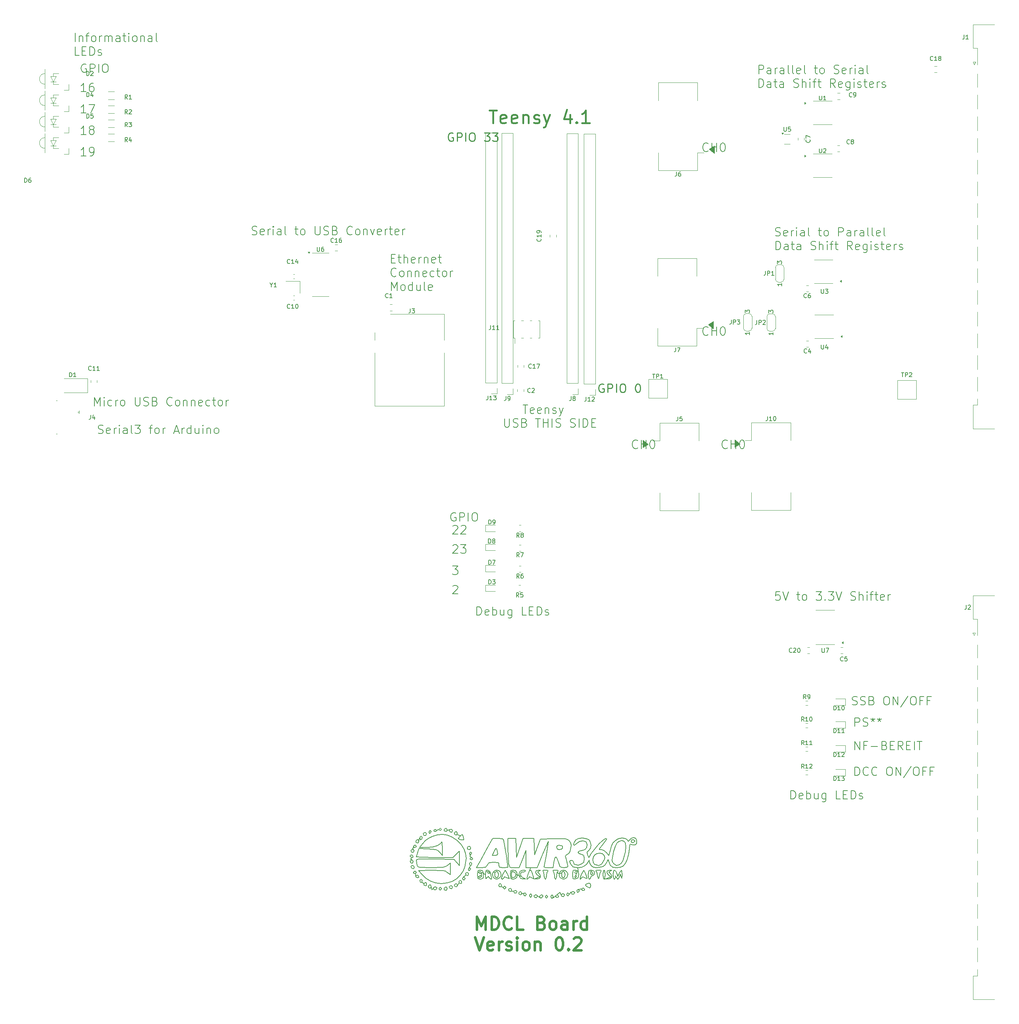
<source format=gbr>
%TF.GenerationSoftware,KiCad,Pcbnew,8.0.4-8.0.4-0~ubuntu24.04.1*%
%TF.CreationDate,2024-08-16T04:23:46+00:00*%
%TF.ProjectId,MDCL,4d44434c-2e6b-4696-9361-645f70636258,0.2*%
%TF.SameCoordinates,Original*%
%TF.FileFunction,Legend,Top*%
%TF.FilePolarity,Positive*%
%FSLAX46Y46*%
G04 Gerber Fmt 4.6, Leading zero omitted, Abs format (unit mm)*
G04 Created by KiCad (PCBNEW 8.0.4-8.0.4-0~ubuntu24.04.1) date 2024-08-16 04:23:46*
%MOMM*%
%LPD*%
G01*
G04 APERTURE LIST*
%ADD10C,0.200000*%
%ADD11C,0.600000*%
%ADD12C,0.250000*%
%ADD13C,0.400000*%
%ADD14C,0.150000*%
%ADD15C,0.120000*%
%ADD16C,0.100000*%
G04 APERTURE END LIST*
D10*
X179425945Y-218351430D02*
X179995169Y-217406222D01*
X143062239Y-210760378D02*
X142906521Y-210876960D01*
X172600815Y-220007668D02*
X172818590Y-219899841D01*
X161537571Y-220071219D02*
X161096601Y-220302729D01*
X136716791Y-219261408D02*
X136303743Y-219083700D01*
X164915106Y-226377631D02*
X164822813Y-226112531D01*
X180923578Y-221706501D02*
X181546237Y-221457099D01*
X166332590Y-221723898D02*
X166145728Y-221989446D01*
X155562408Y-223047778D02*
X155749270Y-223164360D01*
X134539359Y-216716068D02*
X134500000Y-216500000D01*
X181032784Y-216433203D02*
X181338806Y-215308725D01*
X168340113Y-221723898D02*
X168262392Y-221085454D01*
X158143470Y-224783277D02*
X157987752Y-224899859D01*
X178024264Y-219948814D02*
X178581129Y-219897722D01*
X146037420Y-218843958D02*
X146037420Y-217129767D01*
X185460287Y-213045947D02*
X185584373Y-213101853D01*
X165555928Y-226007800D02*
X165137005Y-226426723D01*
X173838479Y-224421405D02*
X174663097Y-224350849D01*
X147115596Y-222203317D02*
X146914719Y-222140741D01*
X183923864Y-219872782D02*
X184066907Y-220203097D01*
X152718141Y-219920526D02*
X153184638Y-220141688D01*
X160911686Y-221971539D02*
X160404829Y-221832549D01*
X137967639Y-211141543D02*
X138247931Y-211214677D01*
X138364513Y-211390511D02*
X138136834Y-211780193D01*
X172797207Y-225538509D02*
X172400333Y-225510026D01*
X178838929Y-215086032D02*
X179198745Y-215110288D01*
X168262392Y-221085454D02*
X168165240Y-220407808D01*
X143825369Y-224187111D02*
X143656173Y-223797430D01*
X143062239Y-224518694D02*
X142906521Y-224635276D01*
X136909854Y-212811235D02*
X136777015Y-212332167D01*
X138291379Y-222899777D02*
X138364513Y-223180069D01*
X166741040Y-220048010D02*
X166507463Y-220407808D01*
X148286376Y-215110288D02*
X148006083Y-214993706D01*
X151138997Y-219343616D02*
X149975521Y-219343616D01*
X176694578Y-213361461D02*
X176817241Y-214087870D01*
X152729716Y-220236478D02*
X152651995Y-220386333D01*
X171695174Y-212986826D02*
X172073698Y-213555997D01*
X162519287Y-225545607D02*
X162706149Y-225429025D01*
X166145728Y-226090483D02*
X166229278Y-225806896D01*
X156439707Y-223690232D02*
X156640584Y-223627656D01*
X148089316Y-221079115D02*
X147933598Y-221195697D01*
X141559353Y-223892239D02*
X141843779Y-224238401D01*
X182811716Y-218814450D02*
X183464061Y-218650096D01*
X163669094Y-226303775D02*
X163499898Y-225914094D01*
X180947625Y-220972373D02*
X180575848Y-220538643D01*
X143053873Y-223958109D02*
X143127007Y-224238401D01*
X135862274Y-221478562D02*
X135707837Y-220630751D01*
X177402484Y-221098545D02*
X177103875Y-221195697D01*
X178766492Y-214935362D02*
X178838929Y-215086032D01*
X136091952Y-217401313D02*
X136635060Y-217266700D01*
X179825002Y-215293647D02*
X180385940Y-215771745D01*
X182098429Y-221678561D02*
X182020708Y-220931114D01*
X135044109Y-214740889D02*
X135454100Y-215359256D01*
X186285132Y-213870343D02*
X186061023Y-213775922D01*
X148947833Y-218417575D02*
X148870112Y-218697868D01*
X159303474Y-225273926D02*
X158906600Y-225245443D01*
X163073213Y-220509659D02*
X163404839Y-221594190D01*
X141843779Y-224238401D02*
X141559353Y-224584564D01*
X141938410Y-213272558D02*
X141890730Y-213301306D01*
X176902347Y-218859762D02*
X176588166Y-218368718D01*
X176447693Y-217867576D02*
X176397005Y-217531241D01*
X176397005Y-217531241D02*
X176202110Y-217926245D01*
X166430155Y-225744320D02*
X166714581Y-226090483D01*
X169916036Y-220034786D02*
X170379056Y-219875489D01*
X145259286Y-210876960D02*
X145435120Y-210993542D01*
X155112050Y-218123420D02*
X154101529Y-218020701D01*
X166229278Y-226374069D02*
X166145728Y-226090483D01*
X159266570Y-220931114D02*
X159143632Y-220550199D01*
X155068423Y-221399495D02*
X155165534Y-220931114D01*
X141804092Y-223041758D02*
X140431076Y-222904335D01*
X134500000Y-216500000D02*
X134619131Y-216326387D01*
X173289469Y-220666531D02*
X173476331Y-220588810D01*
X181402240Y-220797539D02*
X181673481Y-221150713D01*
X171172805Y-225561317D02*
X171256355Y-225277730D01*
X147400022Y-221857155D02*
X147115596Y-222203317D01*
X179678386Y-219058201D02*
X178242656Y-219343616D01*
X136709197Y-214581122D02*
X137369869Y-213721227D01*
X187481728Y-213654073D02*
X187162749Y-213962925D01*
X181379887Y-221856699D02*
X180904533Y-221972675D01*
X143920756Y-219596916D02*
X143920756Y-218246877D01*
X174429523Y-215374871D02*
X174999066Y-215273887D01*
X183886122Y-218302790D02*
X184299421Y-217698572D01*
X136582619Y-214792862D02*
X138689785Y-214888553D01*
X176651327Y-221872864D02*
X176464465Y-221989446D01*
X156640584Y-224319981D02*
X156439707Y-224257405D01*
X160340518Y-224899859D02*
X160516351Y-225016441D01*
X136854736Y-222666613D02*
X136777015Y-222386321D01*
X154343616Y-220512237D02*
X154343616Y-221349991D01*
X147905116Y-220401948D02*
X148080950Y-220518530D01*
X180952020Y-217631101D02*
X180863891Y-217396317D01*
X174725672Y-224551726D02*
X174663097Y-224350849D01*
X176833032Y-219872782D02*
X177315922Y-219969934D01*
X148531955Y-217407985D02*
X148469379Y-217207108D01*
X165241735Y-225693608D02*
X165506836Y-225785902D01*
X162471097Y-221468662D02*
X162252656Y-221658717D01*
X164177065Y-225766742D02*
X164293647Y-225942576D01*
X165881555Y-219145179D02*
X166426858Y-216074514D01*
X154834944Y-221658671D02*
X155068423Y-221399495D01*
X171148866Y-216308510D02*
X170901077Y-216418973D01*
X177468600Y-219209909D02*
X176902347Y-218859762D01*
X164733511Y-220797539D02*
X165004752Y-221150713D01*
X179995169Y-217406222D02*
X180036157Y-216915865D01*
X155751183Y-221202550D02*
X155551859Y-221605282D01*
X173285212Y-218680799D02*
X173870911Y-218695421D01*
X178219394Y-220355994D02*
X177985817Y-220048010D01*
X174995738Y-213046931D02*
X174265929Y-213119801D01*
X135932554Y-214296695D02*
X135869978Y-214497572D01*
X176806769Y-220275338D02*
X176729048Y-220518625D01*
X176496887Y-219905976D02*
X176833032Y-219872782D01*
X145443486Y-223724945D02*
X145287768Y-223841527D01*
X148815542Y-217491535D02*
X148531955Y-217407985D01*
X160324899Y-220890682D02*
X160499772Y-221320188D01*
X169365020Y-220773746D02*
X169563179Y-220372136D01*
X177673988Y-216319810D02*
X177380347Y-216837200D01*
X166914649Y-219343616D02*
X166184857Y-219285325D01*
X147889501Y-214713413D02*
X148006083Y-214433121D01*
X138356764Y-214581122D02*
X136709197Y-214581122D01*
X142037983Y-214662022D02*
X141982067Y-213519527D01*
X144898087Y-223672331D02*
X144869604Y-223275457D01*
X143181892Y-220400690D02*
X143920756Y-220946956D01*
X135057226Y-215110288D02*
X135337518Y-215183422D01*
X167546364Y-226370775D02*
X167468643Y-226090483D01*
X175669128Y-213256682D02*
X174995738Y-213046931D01*
X140348886Y-210876960D02*
X140065299Y-210793410D01*
X134776933Y-218879218D02*
X135057226Y-218814450D01*
X160920211Y-221666524D02*
X161515523Y-221953632D01*
X186376941Y-212829556D02*
X186254036Y-213125915D01*
X161202201Y-225844903D02*
X161118651Y-225561317D01*
X154376065Y-216433203D02*
X154833218Y-216336423D01*
X169957437Y-221876598D02*
X169595856Y-221605282D01*
X168526975Y-219914558D02*
X169083840Y-219953760D01*
X148154084Y-220798823D02*
X148089316Y-221079115D01*
X138971400Y-210733546D02*
X139158262Y-210612377D01*
X176266028Y-222964587D02*
X176632699Y-222970005D01*
X175149520Y-216444217D02*
X174546238Y-216217184D01*
X176319066Y-216907801D02*
X176854786Y-216042183D01*
X164756667Y-220055166D02*
X164293647Y-220326034D01*
X175292845Y-224551726D02*
X175009259Y-224635276D01*
X170842076Y-220034786D02*
X171194933Y-220372136D01*
X143147110Y-210557131D02*
X144053048Y-210347794D01*
X166430155Y-226436645D02*
X166229278Y-226374069D01*
X180090906Y-221678561D02*
X179904044Y-221989446D01*
X140632472Y-210793410D02*
X140348886Y-210876960D01*
X170678820Y-220462733D02*
X170445342Y-220203557D01*
X156439707Y-224257405D02*
X156356157Y-223973819D01*
X180402320Y-212757781D02*
X179639461Y-213787373D01*
X165006397Y-221554311D02*
X164711158Y-221856699D01*
X138364513Y-223180069D02*
X138299745Y-223460362D01*
X138893679Y-211024866D02*
X138971400Y-210733546D01*
X170456370Y-219293442D02*
X169907683Y-219219704D01*
X160897523Y-212464458D02*
X162187119Y-212464458D01*
X161403078Y-225907479D02*
X161202201Y-225844903D01*
X175128533Y-219872782D02*
X175617564Y-220751462D01*
X150376358Y-220049794D02*
X150567148Y-219906089D01*
X177721234Y-218528674D02*
X178606267Y-218806404D01*
X147115596Y-221510992D02*
X147400022Y-221857155D01*
X164065968Y-226332258D02*
X163669094Y-226303775D01*
X138883666Y-212359542D02*
X139836584Y-211939691D01*
X169083840Y-219953760D02*
X169122287Y-220048010D01*
X157959270Y-224106110D02*
X158135104Y-224222692D01*
X175853321Y-223726221D02*
X175578073Y-223435472D01*
X147042483Y-212836941D02*
X146368149Y-212787319D01*
X174265929Y-213119801D02*
X173697961Y-213509951D01*
X145259286Y-223047778D02*
X145435120Y-223164360D01*
X158050560Y-221815956D02*
X157943655Y-220931114D01*
X171965840Y-217624269D02*
X172495720Y-217623819D01*
X146501818Y-222931196D02*
X146346100Y-223047778D01*
X143920756Y-220946956D02*
X143920756Y-219596916D01*
X175588738Y-223246266D02*
X176266028Y-222964587D01*
X158853986Y-224700044D02*
X159134279Y-224635276D01*
X168934874Y-214174798D02*
X168791558Y-214581122D01*
X141890730Y-213301306D02*
X141548463Y-213735389D01*
X166145728Y-221989446D02*
X165958866Y-221723898D01*
X161096601Y-220302729D02*
X160589482Y-220368875D01*
X160815188Y-217293098D02*
X160015631Y-219343616D01*
X172760303Y-213696089D02*
X172922262Y-213298186D01*
X140889249Y-214161200D02*
X139789057Y-214462590D01*
X158235749Y-219324520D02*
X157878900Y-219210010D01*
X166229278Y-225806896D02*
X166430155Y-225744320D01*
X157987752Y-224899859D02*
X157598071Y-224730663D01*
X157584330Y-218351430D02*
X157584311Y-218351430D01*
X171318054Y-212699957D02*
X171695174Y-212986826D01*
X156640584Y-223627656D02*
X156925010Y-223973819D01*
X146270242Y-211831744D02*
X146721873Y-211546580D01*
X158329829Y-212464458D02*
X159245169Y-212464458D01*
X135302805Y-214497572D02*
X135240229Y-214296695D01*
X176202110Y-217926245D02*
X175862193Y-218451588D01*
X181546237Y-221457099D02*
X180947625Y-220972373D01*
X176274529Y-215303080D02*
X175885452Y-215711528D01*
X148418667Y-218417575D02*
X148496388Y-218137283D01*
X164915106Y-226377631D02*
X164293647Y-225942576D01*
X136263464Y-221724863D02*
X135862274Y-221478562D01*
X169913691Y-215001305D02*
X170200227Y-214739281D01*
X136447664Y-213406208D02*
X136291946Y-213522790D01*
X172231137Y-214171798D02*
X171926401Y-215489627D01*
X155165534Y-220931114D02*
X155068423Y-220462733D01*
X183219256Y-212576387D02*
X184061352Y-212349275D01*
X179717182Y-220183667D02*
X179904044Y-219872782D01*
X172922262Y-213298186D02*
X173311654Y-212841255D01*
X180863891Y-217396317D02*
X180576677Y-217933723D01*
X137294644Y-220966662D02*
X136501275Y-220005073D01*
X157417401Y-214911851D02*
X157414489Y-212464458D01*
X157943655Y-220931114D02*
X158051675Y-220043414D01*
X174541981Y-218496627D02*
X175130066Y-218033542D01*
X156640581Y-221461006D02*
X156431831Y-221658717D01*
X166184857Y-219285325D02*
X165881555Y-219145179D01*
X145443486Y-223724945D02*
X145956419Y-222878582D01*
X171256355Y-225277730D02*
X171457232Y-225215154D01*
X183157793Y-221327989D02*
X183434076Y-220600385D01*
X180168627Y-220931114D02*
X180090906Y-221678561D01*
X172495720Y-217623819D02*
X172760303Y-218150770D01*
X139422845Y-223709235D02*
X139358077Y-223989528D01*
X145443486Y-211554127D02*
X145287768Y-211670709D01*
X154590505Y-214745024D02*
X154174417Y-215477948D01*
X182171899Y-218398677D02*
X182811716Y-218814450D01*
X143127007Y-210480085D02*
X143062239Y-210760378D01*
X175769702Y-221842689D02*
X175371565Y-221660959D01*
X155006868Y-216102474D02*
X154805221Y-215147220D01*
X135389332Y-219491617D02*
X135233614Y-219608199D01*
X141982067Y-213519527D02*
X141938410Y-213272558D01*
X177380347Y-216837200D02*
X177258214Y-217497287D01*
X158848056Y-221564264D02*
X159143632Y-221312029D01*
X171457232Y-225907479D02*
X171256355Y-225844903D01*
X155375546Y-223164360D02*
X155562408Y-223047778D01*
X160015631Y-219343616D02*
X158881980Y-219343616D01*
X162891026Y-220059865D02*
X163073213Y-220509659D01*
X185830862Y-214876703D02*
X185677521Y-216127566D01*
X174922547Y-212370072D02*
X175793511Y-212512356D01*
X175510553Y-215031095D02*
X175840660Y-214577862D01*
X139627862Y-224494978D02*
X140068593Y-223906295D01*
X135873782Y-212956720D02*
X136263464Y-212729041D01*
X148080950Y-220518530D02*
X148154084Y-220798823D01*
X179639461Y-213787373D02*
X178766492Y-214935362D01*
X174347036Y-221989439D02*
X174312898Y-221678554D01*
X136291946Y-213522790D02*
X135902265Y-213353594D01*
X148496388Y-216295230D02*
X148418667Y-216051943D01*
X143825369Y-210957961D02*
X143656173Y-210568280D01*
X153952782Y-220372136D02*
X154343616Y-220512237D01*
X177258214Y-220682146D02*
X176993631Y-220269657D01*
X182291839Y-219872782D02*
X182570690Y-220086515D01*
X141559353Y-224584564D02*
X141358476Y-224521988D01*
X143223617Y-218795247D02*
X142755250Y-219085157D01*
X159950835Y-225127538D02*
X160340518Y-224899859D01*
X154101529Y-218020701D02*
X153066752Y-218140084D01*
X142878039Y-210083211D02*
X143053873Y-210199793D01*
X175273842Y-217223379D02*
X175149520Y-216444217D01*
X134579350Y-218116088D02*
X134550867Y-217719214D01*
X145287768Y-223841527D02*
X144898087Y-223672331D01*
X149161704Y-217207108D02*
X149099128Y-217407985D01*
X136722219Y-212529783D02*
X136854736Y-212051874D01*
X153066752Y-218140084D02*
X152802859Y-218341042D01*
X135057226Y-218814450D02*
X135337518Y-218931032D01*
X136263464Y-212729041D02*
X136439298Y-212845623D01*
X170775931Y-220931114D02*
X170678820Y-220462733D01*
X166714581Y-226090483D02*
X166430155Y-226436645D01*
X173102607Y-220215086D02*
X173024886Y-220401948D01*
X155826991Y-223444653D02*
X155749270Y-223724945D01*
X172600815Y-221854560D02*
X172495720Y-220931114D01*
X169424708Y-215110288D02*
X169913691Y-215001305D01*
X167733226Y-225693608D02*
X167920088Y-225810190D01*
X181308720Y-219903474D02*
X181668988Y-219953170D01*
X144449922Y-210596762D02*
X144222243Y-210986444D01*
X165506836Y-225785902D02*
X165555928Y-226007800D01*
X176632699Y-222970005D02*
X176729048Y-223452956D01*
X158208238Y-224502985D02*
X158143470Y-224783277D01*
X141726371Y-210160932D02*
X141804092Y-210347794D01*
X169954014Y-220512237D02*
X169954014Y-221349991D01*
X144449922Y-223825912D02*
X144222243Y-224215594D01*
X148006083Y-214433121D02*
X148286376Y-214316539D01*
X178855300Y-215904037D02*
X178192504Y-216026170D01*
X180539019Y-220180215D02*
X180843496Y-219972106D01*
X178953837Y-220475843D02*
X178801090Y-221157149D01*
X144222243Y-210986444D02*
X143825369Y-210957961D01*
X165958866Y-221723898D02*
X165881145Y-221085454D01*
X171926401Y-215489627D02*
X171572297Y-216006063D01*
X148683250Y-215639454D02*
X148947833Y-215888422D01*
X185584373Y-213101853D02*
X185882710Y-212772858D01*
X163870290Y-220180215D02*
X164174767Y-219972106D01*
X144898087Y-211501513D02*
X144869604Y-211104639D01*
X143270719Y-211701185D02*
X144407650Y-212184418D01*
X153985459Y-221605282D02*
X153786135Y-221202550D01*
X183701567Y-220798823D02*
X183504765Y-221394134D01*
X150910157Y-221989446D02*
X150569954Y-221956658D01*
X173818635Y-215754164D02*
X173991312Y-215482086D01*
X170164646Y-221613452D02*
X170445342Y-221658671D01*
X155551859Y-221605282D02*
X155190278Y-221876598D01*
X135020321Y-216352202D02*
X135189517Y-216741883D01*
X173107194Y-221273418D02*
X173024886Y-221460280D01*
X158737404Y-224855762D02*
X158143470Y-224783277D01*
X138187026Y-221810153D02*
X137294644Y-220966662D01*
X168346522Y-217065279D02*
X168131913Y-218007532D01*
X164822813Y-226112531D02*
X164945872Y-225816667D01*
X141274926Y-210347794D02*
X141352647Y-210160932D01*
X177594076Y-220864968D02*
X177402484Y-221098545D01*
X155297825Y-223444653D02*
X155375546Y-223164360D01*
X152916578Y-220269657D02*
X152209095Y-220144037D01*
X164315467Y-214448831D02*
X164998742Y-212596749D01*
X173238313Y-221161066D02*
X173682057Y-220094191D01*
X157569588Y-224333789D02*
X157959270Y-224106110D01*
X152843915Y-214250393D02*
X153821682Y-212464458D01*
X137687346Y-211206311D02*
X137967639Y-211141543D01*
X158881980Y-219343616D02*
X158235749Y-219324520D01*
X184052672Y-221776232D02*
X183893096Y-221460280D01*
X135233614Y-219608199D02*
X134836740Y-219431810D01*
X173024886Y-221460280D02*
X173141562Y-221724863D01*
X151191107Y-221273418D02*
X150947820Y-221195697D01*
X136777015Y-222386321D02*
X136854736Y-222106028D01*
X173637602Y-225051154D02*
X173554052Y-224767567D01*
X172914495Y-218456381D02*
X173285212Y-218680799D01*
X154834944Y-220203557D02*
X154554248Y-220248776D01*
X183298989Y-221814573D02*
X183080612Y-221989446D01*
X136343236Y-221114696D02*
X136512432Y-221504377D01*
X154805221Y-215147220D02*
X154590505Y-214745024D01*
X165137005Y-226426723D02*
X164915106Y-226377631D01*
X144869604Y-211104639D02*
X145259286Y-210876960D01*
X146914719Y-222140741D02*
X146831169Y-221857155D01*
X185005914Y-214416852D02*
X184907846Y-213593839D01*
X158848056Y-220297964D02*
X158318890Y-220137365D01*
X138144027Y-223576944D02*
X137754346Y-223407748D01*
X161830628Y-221707930D02*
X162041141Y-221031093D01*
X138784195Y-223540040D02*
X139173877Y-223312361D01*
X182624159Y-221195697D02*
X182580566Y-221526426D01*
X145264024Y-216188973D02*
X144490627Y-216962369D01*
X155265544Y-218322295D02*
X155112050Y-218123420D01*
X144407650Y-212184418D02*
X145528709Y-212940223D01*
X137232785Y-216896246D02*
X135983266Y-216737268D01*
X161687504Y-225561317D02*
X161403078Y-225907479D01*
X173289469Y-220137365D02*
X173102607Y-220215086D01*
X162893011Y-225545607D02*
X162970732Y-225825899D01*
X145956419Y-222878582D02*
X145927936Y-222481708D01*
X166426858Y-216074514D02*
X166870754Y-213101290D01*
X140348886Y-223841527D02*
X140629178Y-223914661D01*
X171194933Y-220372136D02*
X171393092Y-220773746D01*
X153718888Y-216433203D02*
X154376065Y-216433203D01*
X158906600Y-225245443D02*
X158906600Y-225245444D01*
X176681221Y-214818792D02*
X176274529Y-215303080D01*
X135189517Y-217888409D02*
X135124749Y-218168702D01*
X141274926Y-224238401D02*
X141358476Y-223954815D01*
X140068593Y-223906295D02*
X140348886Y-223841527D01*
X158318890Y-221724863D02*
X158848056Y-221564264D01*
X135586392Y-220097678D02*
X135932554Y-220382104D01*
X175862193Y-218451588D02*
X175366260Y-218918431D01*
X169578529Y-219050181D02*
X169191671Y-218040106D01*
X166410311Y-221085454D02*
X166332590Y-221723898D01*
X162252656Y-221658717D02*
X161886802Y-221989446D01*
X163632190Y-216300911D02*
X164315467Y-214448831D01*
X144333340Y-210420928D02*
X144449922Y-210596762D01*
X147515434Y-220629627D02*
X147905116Y-220401948D01*
X173825908Y-219339564D02*
X172601474Y-219141127D01*
X154174417Y-215477948D02*
X153718888Y-216433203D01*
X145947710Y-212659897D02*
X145772837Y-212487063D01*
X136150029Y-218748304D02*
X135986879Y-217667208D01*
X174999066Y-215273887D02*
X175510553Y-215031095D01*
X142488357Y-210310890D02*
X142878039Y-210083211D01*
X176729048Y-223452956D02*
X176670757Y-223911774D01*
X159599324Y-221025513D02*
X159266570Y-220931114D01*
X155749270Y-223724945D02*
X155562408Y-223841527D01*
X146317618Y-222254029D02*
X146493452Y-222370611D01*
X136512432Y-221504377D02*
X136263464Y-221724863D01*
X143053873Y-210199793D02*
X143147110Y-210557131D01*
X170379056Y-221989446D02*
X169957437Y-221876598D01*
X170807544Y-216601667D02*
X171056725Y-217537484D01*
X167931663Y-220048010D02*
X167970110Y-219953760D01*
X158247340Y-221957460D02*
X158050560Y-221815956D01*
X134829547Y-215720455D02*
X134660351Y-215330774D01*
X144333340Y-223650078D02*
X144449922Y-223825912D01*
X177985817Y-220048010D02*
X178024264Y-219948814D01*
X173554052Y-224767567D02*
X173637602Y-224483981D01*
X138115545Y-222783195D02*
X138291379Y-222899777D01*
X156144093Y-212577054D02*
X156347919Y-212795767D01*
X169849890Y-225649511D02*
X169966472Y-225493793D01*
X141358476Y-224521988D02*
X141274926Y-224238401D01*
X150270748Y-220931114D02*
X150376358Y-220049794D01*
X165881145Y-221085454D02*
X165783993Y-220407808D01*
X157878900Y-219210010D02*
X157699178Y-218914257D01*
X139422845Y-210861345D02*
X139158262Y-211273835D01*
X136854736Y-222106028D02*
X137041598Y-221989446D01*
X148418667Y-216051943D02*
X148496388Y-215760623D01*
X140372221Y-217270333D02*
X144761176Y-217359243D01*
X138247931Y-211214677D02*
X138364513Y-211390511D01*
X170246765Y-225429025D02*
X170527057Y-225502159D01*
X136439298Y-212845623D02*
X136512432Y-213125915D01*
X168888710Y-220407808D02*
X169365020Y-220773746D01*
X169207436Y-226139224D02*
X168923850Y-226222774D01*
X138136834Y-211780193D02*
X137739960Y-211751710D01*
X148496388Y-218137283D02*
X148683250Y-218020701D01*
X146914719Y-221573568D02*
X147543917Y-221026501D01*
X157584311Y-218351430D02*
X157417401Y-214911851D01*
X160589482Y-220368875D02*
X160402621Y-220535798D01*
X157414489Y-212464458D02*
X158329829Y-212464458D01*
X184321032Y-218947185D02*
X183632120Y-219227164D01*
X141274926Y-210347794D02*
X140695048Y-210592533D01*
X150784299Y-220137365D02*
X150535331Y-220401948D01*
X137228460Y-212612459D02*
X136909854Y-212811235D01*
X155749270Y-223164360D02*
X155826991Y-223444653D01*
X144319900Y-222554335D02*
X143146543Y-222900080D01*
X163907119Y-220538643D02*
X163870290Y-220180215D01*
X169365020Y-220773746D02*
X169954014Y-220512237D01*
X157598071Y-224730663D02*
X157569588Y-224333789D01*
X142878039Y-223841527D02*
X143053873Y-223958109D01*
X145508254Y-211273835D02*
X145443486Y-211554127D01*
X169191671Y-218040106D02*
X168904324Y-217183934D01*
X145435120Y-210993542D02*
X145508254Y-211273835D01*
X169408917Y-214051956D02*
X168934874Y-214174798D01*
X137739960Y-211751710D02*
X137570764Y-211362029D01*
X171256355Y-225844903D02*
X171172805Y-225561317D01*
X142516840Y-210707764D02*
X142488357Y-210310890D01*
X150656500Y-221273418D02*
X150535331Y-221460280D01*
X139158262Y-211273835D02*
X138971400Y-211268153D01*
X150947820Y-221195697D02*
X150656500Y-221273418D01*
X135586392Y-220666531D02*
X135302805Y-220582981D01*
X180090906Y-220183667D02*
X180168627Y-220931114D01*
X144869604Y-223275457D02*
X145259286Y-223047778D01*
X161403078Y-225215154D02*
X161687504Y-225561317D01*
X168888710Y-220407808D02*
X168791558Y-221085454D01*
X175009259Y-224066423D02*
X175355420Y-224350849D01*
X171162256Y-221605282D02*
X170800675Y-221876598D01*
X186664886Y-213476045D02*
X187127906Y-213129539D01*
X158135104Y-224222692D02*
X158208238Y-224502985D01*
X168923850Y-225653921D02*
X169270011Y-225938347D01*
X171845509Y-217893816D02*
X171965840Y-217624269D01*
X152306764Y-221865468D02*
X152197736Y-221853013D01*
X175355420Y-224350849D02*
X175292845Y-224551726D01*
X142516840Y-224466080D02*
X142488357Y-224069206D01*
X135869978Y-220582981D02*
X135707837Y-220630751D01*
X170643639Y-225677993D02*
X170415960Y-226067675D01*
X160499772Y-221320188D02*
X160920211Y-221666524D01*
X135240229Y-220382104D02*
X135586392Y-220097678D01*
X134619131Y-216326387D02*
X135020321Y-216352202D01*
X142119076Y-219250967D02*
X139418022Y-219343616D01*
X163404839Y-221594190D02*
X163448525Y-221908667D01*
X174896808Y-221461005D02*
X174688057Y-221658710D01*
X163448525Y-221908667D02*
X162974523Y-221684916D01*
X158051675Y-220043414D02*
X158253610Y-219903696D01*
X186874896Y-212250967D02*
X187329510Y-212485709D01*
X161515523Y-221953632D02*
X160911686Y-221971539D01*
X172187176Y-225019097D02*
X171457232Y-225907479D01*
X135586392Y-214012269D02*
X135932554Y-214296695D01*
X147543917Y-221026501D02*
X147515434Y-220629627D01*
X181879432Y-217974576D02*
X182171899Y-218398677D01*
X176199882Y-220931114D02*
X176305599Y-220049493D01*
X180162248Y-218610151D02*
X179678386Y-219058201D01*
X152496827Y-221650941D02*
X152306764Y-221865468D01*
X167468643Y-226090483D02*
X167546364Y-225810190D01*
X157115337Y-221660959D02*
X156640581Y-221461006D01*
X162706149Y-225429025D02*
X162893011Y-225545607D01*
X143656173Y-223797430D02*
X143772755Y-223641712D01*
X173554052Y-220401948D02*
X173476331Y-220215086D01*
X142906521Y-224635276D02*
X142516840Y-224466080D01*
X142755250Y-219085157D02*
X142119076Y-219250967D01*
X155190278Y-221876598D02*
X154768659Y-221989446D01*
X181673481Y-221150713D02*
X181675126Y-221554311D01*
X158737404Y-224855762D02*
X158853986Y-224700044D01*
X179197965Y-220077583D02*
X178953837Y-220475843D01*
X176530611Y-224097695D02*
X175853321Y-223726221D01*
X141358476Y-223954815D02*
X141559353Y-223892239D01*
X159143632Y-221312029D02*
X159266570Y-220931114D01*
X134598848Y-217264979D02*
X135116383Y-217608117D01*
X136282942Y-215652514D02*
X136582619Y-214792862D01*
X158253610Y-219903696D02*
X158613638Y-219872782D01*
X179876800Y-221944120D02*
X179717182Y-221678561D01*
X158208238Y-220931114D02*
X158318890Y-221724863D01*
X161631281Y-217293098D02*
X161614744Y-215242579D01*
X152131244Y-220978858D02*
X151643888Y-220624203D01*
X159992148Y-220836715D02*
X160100890Y-220335802D01*
X155067897Y-212464458D02*
X156144093Y-212577054D01*
X163476715Y-212464458D02*
X163554452Y-214382685D01*
X171572297Y-216006063D02*
X171148866Y-216308510D01*
X160499772Y-221320188D02*
X159599324Y-221025513D01*
X184921260Y-215552728D02*
X185005914Y-214416852D01*
X167948152Y-219343616D02*
X166914649Y-219343616D01*
X134660351Y-219034936D02*
X134776933Y-218879218D01*
X155329244Y-219036658D02*
X155297825Y-218682159D01*
X162893011Y-226106192D02*
X162706149Y-226222774D01*
X160402621Y-220535798D02*
X160324899Y-220890682D01*
X160630958Y-225455680D02*
X161403078Y-225215154D01*
X175935299Y-221812036D02*
X175769702Y-221842689D01*
X137041598Y-222783195D02*
X136854736Y-222666613D01*
X138087074Y-212966526D02*
X138883666Y-212359542D01*
X151196788Y-221460280D02*
X151191107Y-221273418D01*
X153339610Y-220693240D02*
X153553662Y-221685426D01*
X148683250Y-214713413D02*
X148566668Y-214993706D01*
X185882710Y-212772858D02*
X186344177Y-212351105D01*
X142068675Y-216462711D02*
X142037983Y-214662022D01*
X184577620Y-213147164D02*
X184052637Y-212993624D01*
X178192504Y-216026170D02*
X177673988Y-216319810D01*
X178801090Y-221157149D02*
X178680883Y-221721433D01*
X172825979Y-213947420D02*
X172760303Y-213696089D01*
X156461653Y-213192061D02*
X157011841Y-216496501D01*
X134969031Y-218285284D02*
X134579350Y-218116088D01*
X146914719Y-221573568D02*
X147115596Y-221510992D01*
X157278647Y-220831134D02*
X157679072Y-221891709D01*
X170200227Y-214739281D02*
X170184431Y-214210115D01*
X176817241Y-214087870D02*
X176681221Y-214818792D01*
X143772755Y-223641712D02*
X144053048Y-223576944D01*
X179717182Y-221678561D02*
X179639461Y-220931114D01*
X174663097Y-224350849D02*
X175009259Y-224066423D01*
X179622346Y-212862799D02*
X180299828Y-212464458D01*
X182517133Y-214330238D02*
X182124565Y-215563982D01*
X148231805Y-219464785D02*
X148418667Y-219343616D01*
X172760303Y-218150770D02*
X172914495Y-218456381D01*
X138689785Y-214888553D02*
X140564323Y-215085995D01*
X140348886Y-210308107D02*
X140695048Y-210592533D01*
X175891852Y-213906617D02*
X175669128Y-213256682D01*
X159414571Y-224708410D02*
X159531153Y-224884244D01*
X183632120Y-219227164D02*
X182770589Y-219343616D01*
X159979317Y-225524412D02*
X159950835Y-225127538D01*
X184299421Y-217698572D02*
X184921260Y-215552728D01*
X163632190Y-221955904D02*
X164254849Y-221706501D01*
X160083055Y-221394134D02*
X160083057Y-221394134D01*
X155375546Y-223724945D02*
X155297825Y-223444653D01*
X159322016Y-214647268D02*
X159398862Y-216830077D01*
X167970110Y-219953760D02*
X168526975Y-219914558D01*
X135942046Y-221088881D02*
X136343236Y-221114696D01*
X181584264Y-214333198D02*
X181922368Y-213566836D01*
X140065299Y-210793410D02*
X140002723Y-210592533D01*
X154554248Y-220248776D02*
X154343616Y-220512237D01*
X146346100Y-223047778D02*
X145956419Y-222878582D01*
X144490627Y-216962369D02*
X140236947Y-216962369D01*
X172818590Y-221962387D02*
X172600815Y-221854560D01*
X134660351Y-215330774D02*
X134776933Y-215175056D01*
X172005448Y-218367487D02*
X171845509Y-217893816D01*
X140121207Y-224451694D02*
X139952011Y-224062013D01*
X181668988Y-219953170D02*
X181425396Y-220055166D01*
X155749270Y-223724945D02*
X156356157Y-223973819D01*
X162706149Y-226222774D02*
X162519287Y-226106192D01*
X180452241Y-212533113D02*
X180402320Y-212757781D01*
X162677466Y-219872782D02*
X162891026Y-220059865D01*
X148006083Y-214993706D02*
X147889501Y-214713413D01*
X145316637Y-221931949D02*
X144319900Y-222554335D01*
X170445342Y-221658671D02*
X170678820Y-221399495D01*
X143127007Y-224238401D02*
X143062239Y-224518694D01*
X159134279Y-224635276D02*
X159414571Y-224708410D01*
X179144316Y-219943611D02*
X179197965Y-220077583D01*
X159599324Y-221025513D02*
X159490582Y-221526426D01*
X161473196Y-219931073D02*
X161537571Y-220071219D01*
X145399298Y-218101601D02*
X146037420Y-218843958D01*
X172231137Y-225120345D02*
X172347719Y-224964627D01*
X173024886Y-220401948D02*
X173102607Y-220588810D01*
X141539509Y-210083211D02*
X141726371Y-210160932D01*
X175009259Y-224635276D02*
X174725672Y-224551726D01*
X146368149Y-212787319D02*
X145947710Y-212659897D01*
X173305085Y-221195697D02*
X173107194Y-221273418D01*
X158613638Y-219872782D02*
X159173607Y-220019895D01*
X187528524Y-213061274D02*
X187481728Y-213654073D01*
X182732259Y-221526426D02*
X182624159Y-221195697D01*
X134836740Y-219431810D02*
X134660351Y-219034936D01*
X152131244Y-220978858D02*
X152209095Y-220144037D01*
X156069526Y-221989446D02*
X155826991Y-221889466D01*
X140564323Y-215085995D02*
X141029803Y-215320961D01*
X158595803Y-221989446D02*
X158247340Y-221957460D01*
X168071052Y-226354628D02*
X169607801Y-225091948D01*
X177315922Y-219969934D02*
X177587805Y-220203511D01*
X154343616Y-221349991D02*
X154554248Y-221613452D01*
X155297825Y-218682159D02*
X155265544Y-218322295D01*
X182285291Y-221989446D02*
X182098429Y-221678561D01*
X179639461Y-220931114D02*
X179717182Y-220183667D01*
X181374252Y-218755579D02*
X180952020Y-217631101D01*
X182955189Y-213513464D02*
X182517133Y-214330238D01*
X148683250Y-216300911D02*
X148496388Y-216295230D01*
X178606267Y-218806404D02*
X179021129Y-218676075D01*
X187028739Y-212919043D02*
X186717056Y-212779410D01*
X141352647Y-210534656D02*
X141274926Y-210347794D01*
X152916578Y-220666531D02*
X153181161Y-220549854D01*
X173223323Y-219921354D02*
X173682057Y-220094191D01*
X175366260Y-218918431D02*
X174663380Y-219217528D01*
X148683250Y-218020701D02*
X148870112Y-218137283D01*
X136659258Y-212490502D02*
X136447664Y-213406208D01*
X174541513Y-220931114D02*
X175128533Y-219872782D01*
X160083057Y-221394134D02*
X159992148Y-220836715D01*
X148418667Y-219343616D02*
X148683250Y-219592584D01*
X186254036Y-213125915D02*
X186369571Y-213415019D01*
X166870754Y-213101290D02*
X165482918Y-216171955D01*
X139349711Y-223428943D02*
X139627862Y-224494978D01*
X135302805Y-220582981D02*
X135240229Y-220382104D01*
X151170494Y-221266833D02*
X151196788Y-220401948D01*
X186369571Y-213415019D02*
X186664886Y-213476045D01*
X150535331Y-220401948D02*
X150656500Y-220588810D01*
X173991312Y-215482086D02*
X174429523Y-215374871D01*
X134550867Y-217719214D02*
X134940549Y-217491535D01*
X156227416Y-220831134D02*
X156753032Y-219872782D01*
X152651995Y-220386333D02*
X152729716Y-220584223D01*
X135983266Y-216737268D02*
X136282942Y-215652514D01*
X164945872Y-225816667D02*
X165241735Y-225693608D01*
X160473997Y-220005967D02*
X161039763Y-219872782D01*
X135240229Y-214296695D02*
X135586392Y-214012269D01*
X153009274Y-221584795D02*
X152818492Y-221334095D01*
X171361580Y-221202550D02*
X171162256Y-221605282D01*
X187162749Y-213962925D02*
X186719472Y-214006904D01*
X183893096Y-221460280D02*
X183701567Y-220798823D01*
X165004752Y-221150713D02*
X165006397Y-221554311D01*
X178316546Y-220909066D02*
X178219394Y-220355994D01*
X185262267Y-212737595D02*
X185460287Y-213045947D01*
X138971400Y-211268153D02*
X138893679Y-211024866D01*
X162970732Y-225825899D02*
X162893011Y-226106192D01*
X173421761Y-221460280D02*
X173454940Y-221273418D01*
X179893786Y-216414036D02*
X179491612Y-216037832D01*
X167920088Y-225810190D02*
X168071052Y-226354628D01*
X167546364Y-225810190D02*
X167733226Y-225693608D01*
X148418667Y-220005073D02*
X148231805Y-219999392D01*
X176729048Y-221592571D02*
X176651327Y-221872864D01*
X164293647Y-225942576D02*
X164065968Y-226332258D01*
X163554452Y-214382685D02*
X163632190Y-216300911D01*
X140518081Y-224480177D02*
X140121207Y-224451694D01*
X153786135Y-221202550D02*
X153754625Y-220773746D01*
X148286376Y-214316539D02*
X148566668Y-214433121D01*
X165482918Y-216171955D02*
X164196077Y-219343616D01*
X185927575Y-213874588D02*
X185830862Y-214876703D01*
X182481168Y-221853434D02*
X182285291Y-221989446D01*
X153453055Y-221989446D02*
X153203687Y-221870580D01*
X154768659Y-221989446D02*
X154347040Y-221876598D01*
X146831169Y-221857155D02*
X146914719Y-221573568D01*
X178514983Y-221838343D02*
X178316546Y-220909066D01*
X175793511Y-212512356D02*
X176399666Y-212815431D01*
X168923850Y-226222774D02*
X168640263Y-226139224D01*
X157679072Y-221891709D02*
X157115337Y-221660959D01*
X164293647Y-220326034D02*
X164733511Y-220797539D01*
X150947820Y-220666531D02*
X151642533Y-220444596D01*
X173223323Y-221940874D02*
X172818590Y-221962387D01*
X160369000Y-225693608D02*
X159979317Y-225524412D01*
X170678820Y-221399495D02*
X170775931Y-220931114D01*
X135822915Y-221262494D02*
X135942046Y-221088881D01*
X166507463Y-220407808D02*
X166410311Y-221085454D01*
X173476331Y-220215086D02*
X173289469Y-220137365D01*
X181922368Y-213566836D02*
X182470013Y-213021210D01*
X152729716Y-220584223D02*
X152916578Y-220666531D01*
X171056725Y-217537484D02*
X171437388Y-218995978D01*
X173697961Y-213509951D02*
X172983878Y-214051956D01*
X144761176Y-217359243D02*
X145399298Y-218101601D01*
X181760258Y-217538782D02*
X181879432Y-217974576D01*
X176305599Y-220049493D02*
X176496887Y-219905976D01*
X178621547Y-213820512D02*
X179622346Y-212862799D01*
X135586392Y-214581122D02*
X135302805Y-214497572D01*
X170527057Y-225502159D02*
X170643639Y-225677993D01*
X135124749Y-218168702D02*
X134969031Y-218285284D01*
X134940549Y-216962369D02*
X134539359Y-216716068D01*
X172073698Y-213555997D02*
X172231137Y-214171798D01*
X156347919Y-212795767D02*
X156461653Y-213192061D01*
X161039763Y-219872782D02*
X161473196Y-219931073D01*
X167733226Y-226487357D02*
X167546364Y-226370775D01*
X137570764Y-211362029D02*
X137687346Y-211206311D01*
X162187119Y-212464458D02*
X163476715Y-212464458D01*
X135226421Y-215748938D02*
X134829547Y-215720455D01*
X146270242Y-211831744D02*
X145443486Y-211554127D01*
X176839153Y-221312279D02*
X176729048Y-221592571D01*
X143920756Y-218246877D02*
X143223617Y-218795247D01*
X171437388Y-218995978D02*
X171214600Y-219270708D01*
X175885452Y-215711528D02*
X176025442Y-216285614D01*
X139202359Y-224106110D02*
X138812678Y-223936914D01*
X154768659Y-219875489D02*
X155231679Y-220034786D01*
X169954014Y-221349991D02*
X170164646Y-221613452D01*
X168611829Y-216770168D02*
X168346522Y-217065279D01*
X187329510Y-212485709D02*
X187528524Y-213061274D01*
X160524717Y-225577026D02*
X160369000Y-225693608D01*
X140431076Y-222904335D02*
X139218449Y-222487806D01*
X161886802Y-221989446D02*
X161830628Y-221707930D01*
X174688057Y-221658710D02*
X174347036Y-221989439D01*
X135869978Y-214497572D02*
X135044109Y-214740889D01*
X184907846Y-213593839D02*
X184577620Y-213147164D01*
X184052637Y-212993624D02*
X183471624Y-213146327D01*
X144053048Y-210347794D02*
X144333340Y-210420928D01*
X169907683Y-219219704D02*
X169578529Y-219050181D01*
X176399666Y-212815431D02*
X176694578Y-213361461D01*
X176025442Y-216285614D02*
X176319066Y-216907801D01*
X136635060Y-217266700D02*
X140372221Y-217270333D01*
X184061352Y-212349275D02*
X184786174Y-212459646D01*
X136854736Y-212051874D02*
X137041598Y-211935292D01*
X153754625Y-220773746D02*
X153952782Y-220372136D01*
X180575848Y-220538643D02*
X180539019Y-220180215D01*
X181425396Y-220055166D02*
X180962376Y-220326034D01*
X137306181Y-212332167D02*
X137228460Y-212612459D01*
X148683250Y-219592584D02*
X148418667Y-220005073D01*
X137041598Y-221989446D02*
X137228460Y-222106028D01*
X178242656Y-219343616D02*
X177468600Y-219209909D01*
X135454100Y-215359256D02*
X135226421Y-215748938D01*
X159127655Y-221853434D02*
X158595803Y-221989446D01*
X155562408Y-223841527D02*
X155375546Y-223724945D01*
X176729048Y-220518625D02*
X176806769Y-220809945D01*
X141539509Y-210612377D02*
X141352647Y-210534656D01*
X175371565Y-221660959D02*
X174896808Y-221461005D01*
X150656500Y-220588810D02*
X150947820Y-220666531D01*
X176806769Y-220809945D02*
X176993631Y-220931114D01*
X154554248Y-221613452D02*
X154834944Y-221658671D01*
X137754346Y-223407748D02*
X137725863Y-223010874D01*
X152144920Y-219222731D02*
X151138997Y-219343616D01*
X181915956Y-219210286D02*
X181374252Y-218755579D01*
X146037420Y-217129767D02*
X146037420Y-215415576D01*
X159508415Y-220468094D02*
X159599324Y-221025513D01*
X146223693Y-221112172D02*
X145316637Y-221931949D01*
X148469379Y-217207108D02*
X148815542Y-216922682D01*
X135454100Y-219211325D02*
X135389332Y-219491617D01*
X141352647Y-210160932D02*
X141539509Y-210083211D01*
X173311654Y-212841255D02*
X173991661Y-212475644D01*
X157011841Y-216496501D02*
X157414489Y-219208476D01*
X147471391Y-216031991D02*
X147617632Y-217094661D01*
X170164646Y-220248776D02*
X169954014Y-220512237D01*
X173102607Y-220588810D02*
X173289469Y-220666531D01*
X152219496Y-220032510D02*
X152397737Y-219907895D01*
X164278896Y-220972373D02*
X163907119Y-220538643D01*
X161118651Y-225561317D02*
X161202201Y-225277730D01*
X176993631Y-220269657D02*
X176806769Y-220275338D01*
X174026267Y-216049116D02*
X173818635Y-215754164D01*
X172628011Y-224899859D02*
X172908304Y-224972993D01*
X170445342Y-220203557D02*
X170164646Y-220248776D01*
X174122905Y-224767567D02*
X173838479Y-225113730D01*
X174663380Y-219217528D02*
X173701359Y-219357713D01*
X164235804Y-221972675D02*
X163632190Y-221955904D01*
X160404829Y-221832549D02*
X160083055Y-221394134D01*
X142110659Y-211547758D02*
X143270719Y-211701185D01*
X136501275Y-220005073D02*
X139472151Y-219929749D01*
X175617564Y-220751462D02*
X175935299Y-221812036D01*
X165000259Y-219953170D02*
X164756667Y-220055166D01*
X148683250Y-218814450D02*
X148496388Y-218697868D01*
X154833218Y-216336423D02*
X155006868Y-216102474D01*
X166702593Y-219953760D02*
X166741040Y-220048010D01*
X140629178Y-223914661D02*
X140745760Y-224090495D01*
X170800675Y-221876598D02*
X170379056Y-221989446D01*
X159531153Y-224884244D02*
X159303474Y-225273926D01*
X175578073Y-223435472D02*
X175588738Y-223246266D01*
X140002723Y-210592533D02*
X140348886Y-210308107D01*
X183504765Y-221394134D02*
X183298989Y-221814573D01*
X158318890Y-220137365D02*
X158208238Y-220931114D01*
X184786174Y-212459646D02*
X185262267Y-212737595D01*
X146566586Y-222650903D02*
X146501818Y-222931196D01*
X152818492Y-221334095D02*
X152496827Y-221650941D01*
X137228460Y-222106028D02*
X137306181Y-222386321D01*
X181675126Y-221554311D02*
X181379887Y-221856699D01*
X135189517Y-216741883D02*
X134598848Y-217264979D01*
X182020708Y-220931114D02*
X182100353Y-220183667D01*
X177387987Y-218121089D02*
X177721234Y-218528674D01*
X148947833Y-215888422D02*
X148467734Y-216636904D01*
X134776933Y-215175056D02*
X135057226Y-215110288D01*
X182860383Y-220600385D02*
X183157793Y-221327989D01*
X150920835Y-217689972D02*
X152843915Y-214250393D01*
X153952782Y-220372136D02*
X154305639Y-220034786D01*
X148467734Y-216636904D02*
X149161704Y-217207108D01*
X162921946Y-219343616D02*
X161647817Y-219343616D01*
X137369869Y-213721227D02*
X138087074Y-212966526D01*
X164711158Y-221856699D02*
X164235804Y-221972675D01*
X138299745Y-223460362D02*
X138144027Y-223576944D01*
X148231805Y-219464785D02*
X148683250Y-218814450D01*
X169966472Y-225493793D02*
X170246765Y-225429025D01*
X165783993Y-220407808D02*
X165550416Y-220048010D01*
X177258214Y-217497287D02*
X177387987Y-218121089D01*
X172908304Y-224972993D02*
X173024886Y-225148827D01*
X155826991Y-221889466D02*
X156227416Y-220831134D01*
X153203687Y-221870580D02*
X153009274Y-221584795D01*
X170184431Y-214210115D02*
X169408917Y-214051956D01*
X162441566Y-219972762D02*
X162677466Y-219872782D01*
X173024886Y-225148827D02*
X172797207Y-225538509D01*
X150902176Y-219872782D02*
X151425123Y-220029196D01*
X145287768Y-211670709D02*
X144898087Y-211501513D01*
X163499898Y-225914094D02*
X163616480Y-225758376D01*
X139472151Y-219929749D02*
X142075312Y-219956829D01*
X135902265Y-213353594D02*
X135873782Y-212956720D01*
X142488357Y-224069206D02*
X142878039Y-223841527D01*
X172983878Y-214051956D02*
X172825979Y-213947420D01*
X137228460Y-222666613D02*
X137041598Y-222783195D01*
X148566668Y-214993706D02*
X148286376Y-215110288D01*
X140929638Y-211634904D02*
X142110659Y-211547758D01*
X144053048Y-223576944D02*
X144333340Y-223650078D01*
X152197736Y-221853013D02*
X152131244Y-220978858D01*
X150567148Y-219906089D02*
X150902176Y-219872782D01*
X180962376Y-220326034D02*
X181402240Y-220797539D01*
X168131913Y-218007532D02*
X167948152Y-219343616D01*
X153181161Y-220549854D02*
X152916578Y-220269657D01*
X173870911Y-218695421D02*
X174541981Y-218496627D01*
X171393092Y-220773746D02*
X171361580Y-221202550D01*
X176670757Y-223911774D02*
X176530611Y-224097695D01*
X169595856Y-221605282D02*
X169396532Y-221202550D01*
X149975521Y-219343616D02*
X150920835Y-217689972D01*
X179021129Y-218676075D02*
X179425945Y-218351430D01*
X149099128Y-217407985D02*
X148815542Y-217491535D01*
X155231679Y-220034786D02*
X155584536Y-220372136D01*
X136303743Y-219083700D02*
X136150029Y-218748304D01*
X153821682Y-212464458D02*
X155067897Y-212464458D01*
X162519287Y-226106192D02*
X162441566Y-225825899D01*
X185677521Y-216127566D02*
X185345791Y-217349471D01*
X170752992Y-212548079D02*
X171318054Y-212699957D01*
X145927936Y-222481708D02*
X146317618Y-222254029D01*
X169270011Y-225938347D02*
X169207436Y-226139224D01*
X150376857Y-221813818D02*
X150270748Y-220931114D01*
X141548463Y-213735389D02*
X140889249Y-214161200D01*
X140695048Y-210592533D02*
X140632472Y-210793410D01*
X142697074Y-220111606D02*
X143181892Y-220400690D01*
X182580566Y-221526426D02*
X182481168Y-221853434D01*
X141726371Y-210534656D02*
X141539509Y-210612377D01*
X148870112Y-218697868D02*
X148683250Y-218814450D01*
X162974523Y-221684916D02*
X162471097Y-221468662D01*
X139789057Y-214462590D02*
X138356764Y-214581122D01*
X145528709Y-212940223D02*
X146455653Y-213926320D01*
X176833032Y-219872782D02*
X176806769Y-220275338D01*
X160589485Y-225296733D02*
X160524717Y-225577026D01*
X168713837Y-221723898D02*
X168526975Y-221989446D01*
X145435120Y-223164360D02*
X145508254Y-223444653D01*
X172400333Y-225510026D02*
X172400333Y-225510027D01*
X168791558Y-214581122D02*
X168936848Y-214988860D01*
X168078975Y-212523806D02*
X170752992Y-212548079D01*
X165588863Y-219953760D02*
X166145728Y-219914558D01*
X139358077Y-223989528D02*
X139202359Y-224106110D01*
X156356157Y-223973819D02*
X156439707Y-223690232D01*
X164254849Y-221706501D02*
X164877508Y-221457099D01*
X140236947Y-216962369D02*
X137232785Y-216896246D01*
X163896773Y-225693608D02*
X164177065Y-225766742D01*
X172400333Y-225510027D02*
X172231137Y-225120345D01*
X141804092Y-210347794D02*
X141726371Y-210534656D01*
X137041598Y-211935292D02*
X137228460Y-212051874D01*
X162441566Y-225825899D02*
X162519287Y-225545607D01*
X180036157Y-216915865D02*
X179893786Y-216414036D01*
X156753032Y-219872782D02*
X157278647Y-220831134D01*
X138812678Y-223936914D02*
X138784195Y-223540040D01*
X172347719Y-224964627D02*
X172628011Y-224899859D01*
X173838479Y-225113730D02*
X173637602Y-225051154D01*
X148566668Y-214433121D02*
X148683250Y-214713413D01*
X167997809Y-226090483D02*
X167920088Y-226370775D01*
X164877508Y-221457099D02*
X164278896Y-220972373D01*
X147125881Y-214963231D02*
X147471391Y-216031991D01*
X159398862Y-216830077D02*
X160148192Y-214647268D01*
X160516351Y-225016441D02*
X160630958Y-225455680D01*
X159490582Y-221526426D02*
X159127655Y-221853434D01*
X169563179Y-220372136D02*
X169916036Y-220034786D01*
X139218449Y-222487806D02*
X138187026Y-221810153D01*
X168640263Y-226139224D02*
X168577688Y-225938347D01*
X183434076Y-220600385D02*
X183923864Y-219872782D01*
X155584536Y-220372136D02*
X155782693Y-220773746D01*
X173637602Y-224483981D02*
X173838479Y-224421405D01*
X179904044Y-219872782D02*
X180090906Y-220183667D01*
X160148192Y-214647268D02*
X160897523Y-212464458D01*
X135986879Y-217667208D02*
X136091952Y-217401313D01*
X179198745Y-215110288D02*
X179825002Y-215293647D01*
X176277603Y-221678561D02*
X176199882Y-220931114D01*
X145508254Y-223444653D02*
X145443486Y-223724945D01*
X158906600Y-225245444D02*
X158737404Y-224855762D01*
X153601615Y-221900140D02*
X153453055Y-221989446D01*
X135337518Y-218931032D02*
X135454100Y-219211325D01*
X180385940Y-215771745D02*
X181032784Y-216433203D01*
X157414489Y-219208476D02*
X156356157Y-219343616D01*
X178581129Y-219897722D02*
X179144316Y-219943611D01*
X146900725Y-220140351D02*
X146223693Y-221112172D01*
X180300919Y-221955904D02*
X180923578Y-221706501D01*
X186344177Y-212351105D02*
X186874896Y-212250967D01*
X148496388Y-215760623D02*
X148683250Y-215639454D01*
X172495720Y-220931114D02*
X172600815Y-220007668D01*
X150535331Y-221460280D02*
X150784299Y-221724863D01*
X168904324Y-217183934D02*
X168611829Y-216770168D01*
X166145728Y-219914558D02*
X166702593Y-219953760D01*
X137228460Y-212051874D02*
X137306181Y-212332167D01*
X180299828Y-212464458D02*
X180452241Y-212533113D01*
X173454940Y-221273418D02*
X173238313Y-221161066D01*
X140745760Y-224090495D02*
X140518081Y-224480177D01*
X154305639Y-220034786D02*
X154768659Y-219875489D01*
X148231805Y-219999392D02*
X148154084Y-219756105D01*
X176464465Y-221989446D02*
X176277603Y-221678561D01*
X162041141Y-221031093D02*
X162041141Y-221031094D01*
X178680883Y-221721433D02*
X178514983Y-221838343D01*
X152397737Y-219907895D02*
X152718141Y-219920526D01*
X151391791Y-221899291D02*
X150910157Y-221989446D01*
X169122287Y-220048010D02*
X168888710Y-220407808D01*
X152802859Y-218341042D02*
X152603853Y-218682159D01*
X156356157Y-219343616D02*
X155469804Y-219236129D01*
X176588166Y-218368718D02*
X176447693Y-217867576D01*
X146037420Y-215415576D02*
X145264024Y-216188973D01*
X173141562Y-221724863D02*
X173421761Y-221460280D01*
X154347040Y-221876598D02*
X153985459Y-221605282D01*
X177587805Y-220203511D02*
X177594076Y-220864968D01*
X139173877Y-223312361D02*
X139349711Y-223428943D01*
X146455653Y-213926320D02*
X147125881Y-214963231D01*
X173826829Y-221713491D02*
X173223323Y-221940874D01*
X183464061Y-218650096D02*
X183886122Y-218302790D01*
X174541513Y-220931107D02*
X174541513Y-220931114D01*
X155068423Y-220462733D02*
X154834944Y-220203557D01*
X148496388Y-218697868D02*
X148418667Y-218417575D01*
X141029803Y-215320961D02*
X141432813Y-215723478D01*
X150784299Y-221724863D02*
X151196788Y-221460280D01*
X184066907Y-220203097D02*
X184110998Y-220997260D01*
X180576677Y-217933723D02*
X180162248Y-218610151D01*
X152603853Y-218682159D02*
X152144920Y-219222731D01*
X151196788Y-220401948D02*
X150784299Y-220137365D01*
X142075312Y-219956829D02*
X142697074Y-220111606D01*
X173838479Y-224421405D02*
X174122905Y-224767567D01*
X173701359Y-219357713D02*
X173950927Y-220931114D01*
X170019086Y-226039192D02*
X169607801Y-225091948D01*
X183080612Y-221989446D02*
X182732259Y-221526426D01*
X182770589Y-219343616D02*
X181915956Y-219210286D01*
X157699178Y-218914257D02*
X157584330Y-218351430D01*
X159173607Y-220019895D02*
X159508415Y-220468094D01*
X160100890Y-220335802D02*
X160473997Y-220005967D01*
X151651871Y-221682535D02*
X151391791Y-221899291D01*
X180843496Y-219972106D02*
X181308720Y-219903474D01*
X156925010Y-223973819D02*
X156640584Y-224319981D01*
X143656173Y-210568280D02*
X143772755Y-210412562D01*
X146944576Y-212086540D02*
X147042483Y-212836941D01*
X184110998Y-220997260D02*
X184052672Y-221776232D01*
X168936848Y-214988860D02*
X169424708Y-215110288D01*
X144222243Y-224215594D02*
X143825369Y-224187111D01*
X182570690Y-220086515D02*
X182860383Y-220600385D01*
X135932554Y-220382104D02*
X135869978Y-220582981D01*
X175840660Y-214577862D02*
X175891852Y-213906617D01*
X139158262Y-210612377D02*
X139422845Y-210861345D01*
X139418022Y-219343616D02*
X136716791Y-219261408D01*
X182470013Y-213021210D02*
X183219256Y-212576387D01*
X145772837Y-212487063D02*
X146270242Y-211831744D01*
X161614744Y-215242579D02*
X160815188Y-217293098D01*
X164174767Y-219972106D02*
X164639991Y-219903474D01*
X151642533Y-220444596D02*
X151651871Y-221682535D01*
X137725863Y-223010874D02*
X137228460Y-222666613D01*
X139836584Y-211939691D02*
X140929638Y-211634904D01*
X146721873Y-211546580D02*
X146944576Y-212086540D01*
X170901077Y-216418973D02*
X170807544Y-216601667D01*
X168791558Y-221085454D02*
X168713837Y-221723898D01*
X155469804Y-219236129D02*
X155329244Y-219036658D01*
X183471624Y-213146327D02*
X182955189Y-213513464D01*
X172818590Y-219899841D02*
X173223323Y-219921354D01*
X171457232Y-225215154D02*
X171741658Y-225561317D01*
X179491612Y-216037832D02*
X178855300Y-215904037D01*
X182124565Y-215563982D02*
X181760258Y-217538782D01*
X173991661Y-212475644D02*
X174922547Y-212370072D01*
X185345791Y-217349471D02*
X184855523Y-218314328D01*
X151425123Y-220029196D02*
X151643888Y-220624203D01*
X159245169Y-212464458D02*
X159322016Y-214647268D01*
X174312898Y-221678554D02*
X174541513Y-220931107D01*
X164196077Y-219343616D02*
X162679606Y-219343616D01*
X176854786Y-216042183D02*
X178621547Y-213820512D01*
X186717056Y-212779410D02*
X186376941Y-212829556D01*
X164639991Y-219903474D02*
X165000259Y-219953170D01*
X137306181Y-222386321D02*
X137228460Y-222666613D01*
X141432813Y-215723478D02*
X142068675Y-216462711D01*
X186061023Y-213775922D02*
X185927575Y-213874588D01*
X159143632Y-220550199D02*
X158848056Y-220297964D01*
X186719472Y-214006904D02*
X186285132Y-213870343D01*
X173950927Y-220931114D02*
X173826829Y-221713491D01*
X172601474Y-219141127D02*
X172005448Y-218367487D01*
X161647817Y-219343616D02*
X161631281Y-217293098D01*
X168165240Y-220407808D02*
X167931663Y-220048010D01*
X146493452Y-222370611D02*
X146566586Y-222650903D01*
X187127906Y-213129539D02*
X187028739Y-212919043D01*
X147344426Y-219152411D02*
X146900725Y-220140351D01*
X163616480Y-225758376D02*
X163896773Y-225693608D01*
X180904533Y-221972675D02*
X179876800Y-221944120D01*
X164998742Y-212596749D02*
X168078975Y-212523806D01*
X147617632Y-217094661D02*
X147344426Y-219152411D01*
X167920088Y-226370775D02*
X167733226Y-226487357D01*
X155782693Y-220773746D02*
X155751183Y-221202550D01*
X135116383Y-217608117D02*
X135189517Y-217888409D01*
X184855523Y-218314328D02*
X184321032Y-218947185D01*
X156431831Y-221658717D02*
X156069526Y-221989446D01*
X170379056Y-219875489D02*
X170842076Y-220034786D01*
X174546238Y-216217184D02*
X174026267Y-216049116D01*
X153553662Y-221685426D02*
X153601615Y-221900140D01*
X142906521Y-210876960D02*
X142516840Y-210707764D01*
X148154084Y-219756105D02*
X148231805Y-219464785D01*
X153184638Y-220141688D02*
X153339610Y-220693240D01*
X137041598Y-212729041D02*
X136722219Y-212529783D01*
X162041141Y-221031094D02*
X162679606Y-219343616D01*
X177103875Y-221195697D02*
X176839153Y-221312279D01*
X165550416Y-220048010D02*
X165588863Y-219953760D01*
X175130066Y-218033542D02*
X175273842Y-217223379D01*
X171214600Y-219270708D02*
X170456370Y-219293442D01*
X147933598Y-221195697D02*
X147543917Y-221026501D01*
X176993631Y-220931114D02*
X177258214Y-220682146D01*
X169396532Y-221202550D02*
X169365020Y-220773746D01*
X181338806Y-215308725D02*
X181584264Y-214333198D01*
X150569954Y-221956658D02*
X150376857Y-221813818D01*
X143146543Y-222900080D02*
X141804092Y-223041758D01*
X170415960Y-226067675D02*
X170019086Y-226039192D01*
X148870112Y-218137283D02*
X148947833Y-218417575D01*
X137725863Y-223010874D02*
X138115545Y-222783195D01*
X182100353Y-220183667D02*
X182291839Y-219872782D01*
X168526975Y-221989446D02*
X168340113Y-221723898D01*
X208750625Y-121054361D02*
X208655387Y-121149600D01*
X208655387Y-121149600D02*
X208369673Y-121244838D01*
X208369673Y-121244838D02*
X208179197Y-121244838D01*
X208179197Y-121244838D02*
X207893482Y-121149600D01*
X207893482Y-121149600D02*
X207703006Y-120959123D01*
X207703006Y-120959123D02*
X207607768Y-120768647D01*
X207607768Y-120768647D02*
X207512530Y-120387695D01*
X207512530Y-120387695D02*
X207512530Y-120101980D01*
X207512530Y-120101980D02*
X207607768Y-119721028D01*
X207607768Y-119721028D02*
X207703006Y-119530552D01*
X207703006Y-119530552D02*
X207893482Y-119340076D01*
X207893482Y-119340076D02*
X208179197Y-119244838D01*
X208179197Y-119244838D02*
X208369673Y-119244838D01*
X208369673Y-119244838D02*
X208655387Y-119340076D01*
X208655387Y-119340076D02*
X208750625Y-119435314D01*
X209607768Y-121244838D02*
X209607768Y-119244838D01*
X209607768Y-120197219D02*
X210750625Y-120197219D01*
X210750625Y-121244838D02*
X210750625Y-119244838D01*
X212083958Y-119244838D02*
X212274435Y-119244838D01*
X212274435Y-119244838D02*
X212464911Y-119340076D01*
X212464911Y-119340076D02*
X212560149Y-119435314D01*
X212560149Y-119435314D02*
X212655387Y-119625790D01*
X212655387Y-119625790D02*
X212750625Y-120006742D01*
X212750625Y-120006742D02*
X212750625Y-120482933D01*
X212750625Y-120482933D02*
X212655387Y-120863885D01*
X212655387Y-120863885D02*
X212560149Y-121054361D01*
X212560149Y-121054361D02*
X212464911Y-121149600D01*
X212464911Y-121149600D02*
X212274435Y-121244838D01*
X212274435Y-121244838D02*
X212083958Y-121244838D01*
X212083958Y-121244838D02*
X211893482Y-121149600D01*
X211893482Y-121149600D02*
X211798244Y-121054361D01*
X211798244Y-121054361D02*
X211703006Y-120863885D01*
X211703006Y-120863885D02*
X211607768Y-120482933D01*
X211607768Y-120482933D02*
X211607768Y-120006742D01*
X211607768Y-120006742D02*
X211703006Y-119625790D01*
X211703006Y-119625790D02*
X211798244Y-119435314D01*
X211798244Y-119435314D02*
X211893482Y-119340076D01*
X211893482Y-119340076D02*
X212083958Y-119244838D01*
X58655387Y-31340076D02*
X58464911Y-31244838D01*
X58464911Y-31244838D02*
X58179197Y-31244838D01*
X58179197Y-31244838D02*
X57893482Y-31340076D01*
X57893482Y-31340076D02*
X57703006Y-31530552D01*
X57703006Y-31530552D02*
X57607768Y-31721028D01*
X57607768Y-31721028D02*
X57512530Y-32101980D01*
X57512530Y-32101980D02*
X57512530Y-32387695D01*
X57512530Y-32387695D02*
X57607768Y-32768647D01*
X57607768Y-32768647D02*
X57703006Y-32959123D01*
X57703006Y-32959123D02*
X57893482Y-33149600D01*
X57893482Y-33149600D02*
X58179197Y-33244838D01*
X58179197Y-33244838D02*
X58369673Y-33244838D01*
X58369673Y-33244838D02*
X58655387Y-33149600D01*
X58655387Y-33149600D02*
X58750625Y-33054361D01*
X58750625Y-33054361D02*
X58750625Y-32387695D01*
X58750625Y-32387695D02*
X58369673Y-32387695D01*
X59607768Y-33244838D02*
X59607768Y-31244838D01*
X59607768Y-31244838D02*
X60369673Y-31244838D01*
X60369673Y-31244838D02*
X60560149Y-31340076D01*
X60560149Y-31340076D02*
X60655387Y-31435314D01*
X60655387Y-31435314D02*
X60750625Y-31625790D01*
X60750625Y-31625790D02*
X60750625Y-31911504D01*
X60750625Y-31911504D02*
X60655387Y-32101980D01*
X60655387Y-32101980D02*
X60560149Y-32197219D01*
X60560149Y-32197219D02*
X60369673Y-32292457D01*
X60369673Y-32292457D02*
X59607768Y-32292457D01*
X61607768Y-33244838D02*
X61607768Y-31244838D01*
X62941101Y-31244838D02*
X63322054Y-31244838D01*
X63322054Y-31244838D02*
X63512530Y-31340076D01*
X63512530Y-31340076D02*
X63703006Y-31530552D01*
X63703006Y-31530552D02*
X63798244Y-31911504D01*
X63798244Y-31911504D02*
X63798244Y-32578171D01*
X63798244Y-32578171D02*
X63703006Y-32959123D01*
X63703006Y-32959123D02*
X63512530Y-33149600D01*
X63512530Y-33149600D02*
X63322054Y-33244838D01*
X63322054Y-33244838D02*
X62941101Y-33244838D01*
X62941101Y-33244838D02*
X62750625Y-33149600D01*
X62750625Y-33149600D02*
X62560149Y-32959123D01*
X62560149Y-32959123D02*
X62464911Y-32578171D01*
X62464911Y-32578171D02*
X62464911Y-31911504D01*
X62464911Y-31911504D02*
X62560149Y-31530552D01*
X62560149Y-31530552D02*
X62750625Y-31340076D01*
X62750625Y-31340076D02*
X62941101Y-31244838D01*
X238012530Y-181149600D02*
X238298244Y-181244838D01*
X238298244Y-181244838D02*
X238774435Y-181244838D01*
X238774435Y-181244838D02*
X238964911Y-181149600D01*
X238964911Y-181149600D02*
X239060149Y-181054361D01*
X239060149Y-181054361D02*
X239155387Y-180863885D01*
X239155387Y-180863885D02*
X239155387Y-180673409D01*
X239155387Y-180673409D02*
X239060149Y-180482933D01*
X239060149Y-180482933D02*
X238964911Y-180387695D01*
X238964911Y-180387695D02*
X238774435Y-180292457D01*
X238774435Y-180292457D02*
X238393482Y-180197219D01*
X238393482Y-180197219D02*
X238203006Y-180101980D01*
X238203006Y-180101980D02*
X238107768Y-180006742D01*
X238107768Y-180006742D02*
X238012530Y-179816266D01*
X238012530Y-179816266D02*
X238012530Y-179625790D01*
X238012530Y-179625790D02*
X238107768Y-179435314D01*
X238107768Y-179435314D02*
X238203006Y-179340076D01*
X238203006Y-179340076D02*
X238393482Y-179244838D01*
X238393482Y-179244838D02*
X238869673Y-179244838D01*
X238869673Y-179244838D02*
X239155387Y-179340076D01*
X239917292Y-181149600D02*
X240203006Y-181244838D01*
X240203006Y-181244838D02*
X240679197Y-181244838D01*
X240679197Y-181244838D02*
X240869673Y-181149600D01*
X240869673Y-181149600D02*
X240964911Y-181054361D01*
X240964911Y-181054361D02*
X241060149Y-180863885D01*
X241060149Y-180863885D02*
X241060149Y-180673409D01*
X241060149Y-180673409D02*
X240964911Y-180482933D01*
X240964911Y-180482933D02*
X240869673Y-180387695D01*
X240869673Y-180387695D02*
X240679197Y-180292457D01*
X240679197Y-180292457D02*
X240298244Y-180197219D01*
X240298244Y-180197219D02*
X240107768Y-180101980D01*
X240107768Y-180101980D02*
X240012530Y-180006742D01*
X240012530Y-180006742D02*
X239917292Y-179816266D01*
X239917292Y-179816266D02*
X239917292Y-179625790D01*
X239917292Y-179625790D02*
X240012530Y-179435314D01*
X240012530Y-179435314D02*
X240107768Y-179340076D01*
X240107768Y-179340076D02*
X240298244Y-179244838D01*
X240298244Y-179244838D02*
X240774435Y-179244838D01*
X240774435Y-179244838D02*
X241060149Y-179340076D01*
X242583959Y-180197219D02*
X242869673Y-180292457D01*
X242869673Y-180292457D02*
X242964911Y-180387695D01*
X242964911Y-180387695D02*
X243060149Y-180578171D01*
X243060149Y-180578171D02*
X243060149Y-180863885D01*
X243060149Y-180863885D02*
X242964911Y-181054361D01*
X242964911Y-181054361D02*
X242869673Y-181149600D01*
X242869673Y-181149600D02*
X242679197Y-181244838D01*
X242679197Y-181244838D02*
X241917292Y-181244838D01*
X241917292Y-181244838D02*
X241917292Y-179244838D01*
X241917292Y-179244838D02*
X242583959Y-179244838D01*
X242583959Y-179244838D02*
X242774435Y-179340076D01*
X242774435Y-179340076D02*
X242869673Y-179435314D01*
X242869673Y-179435314D02*
X242964911Y-179625790D01*
X242964911Y-179625790D02*
X242964911Y-179816266D01*
X242964911Y-179816266D02*
X242869673Y-180006742D01*
X242869673Y-180006742D02*
X242774435Y-180101980D01*
X242774435Y-180101980D02*
X242583959Y-180197219D01*
X242583959Y-180197219D02*
X241917292Y-180197219D01*
X245822054Y-179244838D02*
X246203007Y-179244838D01*
X246203007Y-179244838D02*
X246393483Y-179340076D01*
X246393483Y-179340076D02*
X246583959Y-179530552D01*
X246583959Y-179530552D02*
X246679197Y-179911504D01*
X246679197Y-179911504D02*
X246679197Y-180578171D01*
X246679197Y-180578171D02*
X246583959Y-180959123D01*
X246583959Y-180959123D02*
X246393483Y-181149600D01*
X246393483Y-181149600D02*
X246203007Y-181244838D01*
X246203007Y-181244838D02*
X245822054Y-181244838D01*
X245822054Y-181244838D02*
X245631578Y-181149600D01*
X245631578Y-181149600D02*
X245441102Y-180959123D01*
X245441102Y-180959123D02*
X245345864Y-180578171D01*
X245345864Y-180578171D02*
X245345864Y-179911504D01*
X245345864Y-179911504D02*
X245441102Y-179530552D01*
X245441102Y-179530552D02*
X245631578Y-179340076D01*
X245631578Y-179340076D02*
X245822054Y-179244838D01*
X247536340Y-181244838D02*
X247536340Y-179244838D01*
X247536340Y-179244838D02*
X248679197Y-181244838D01*
X248679197Y-181244838D02*
X248679197Y-179244838D01*
X251060149Y-179149600D02*
X249345864Y-181721028D01*
X252107768Y-179244838D02*
X252488721Y-179244838D01*
X252488721Y-179244838D02*
X252679197Y-179340076D01*
X252679197Y-179340076D02*
X252869673Y-179530552D01*
X252869673Y-179530552D02*
X252964911Y-179911504D01*
X252964911Y-179911504D02*
X252964911Y-180578171D01*
X252964911Y-180578171D02*
X252869673Y-180959123D01*
X252869673Y-180959123D02*
X252679197Y-181149600D01*
X252679197Y-181149600D02*
X252488721Y-181244838D01*
X252488721Y-181244838D02*
X252107768Y-181244838D01*
X252107768Y-181244838D02*
X251917292Y-181149600D01*
X251917292Y-181149600D02*
X251726816Y-180959123D01*
X251726816Y-180959123D02*
X251631578Y-180578171D01*
X251631578Y-180578171D02*
X251631578Y-179911504D01*
X251631578Y-179911504D02*
X251726816Y-179530552D01*
X251726816Y-179530552D02*
X251917292Y-179340076D01*
X251917292Y-179340076D02*
X252107768Y-179244838D01*
X254488721Y-180197219D02*
X253822054Y-180197219D01*
X253822054Y-181244838D02*
X253822054Y-179244838D01*
X253822054Y-179244838D02*
X254774435Y-179244838D01*
X256203007Y-180197219D02*
X255536340Y-180197219D01*
X255536340Y-181244838D02*
X255536340Y-179244838D01*
X255536340Y-179244838D02*
X256488721Y-179244838D01*
X223607768Y-203244838D02*
X223607768Y-201244838D01*
X223607768Y-201244838D02*
X224083958Y-201244838D01*
X224083958Y-201244838D02*
X224369673Y-201340076D01*
X224369673Y-201340076D02*
X224560149Y-201530552D01*
X224560149Y-201530552D02*
X224655387Y-201721028D01*
X224655387Y-201721028D02*
X224750625Y-202101980D01*
X224750625Y-202101980D02*
X224750625Y-202387695D01*
X224750625Y-202387695D02*
X224655387Y-202768647D01*
X224655387Y-202768647D02*
X224560149Y-202959123D01*
X224560149Y-202959123D02*
X224369673Y-203149600D01*
X224369673Y-203149600D02*
X224083958Y-203244838D01*
X224083958Y-203244838D02*
X223607768Y-203244838D01*
X226369673Y-203149600D02*
X226179197Y-203244838D01*
X226179197Y-203244838D02*
X225798244Y-203244838D01*
X225798244Y-203244838D02*
X225607768Y-203149600D01*
X225607768Y-203149600D02*
X225512530Y-202959123D01*
X225512530Y-202959123D02*
X225512530Y-202197219D01*
X225512530Y-202197219D02*
X225607768Y-202006742D01*
X225607768Y-202006742D02*
X225798244Y-201911504D01*
X225798244Y-201911504D02*
X226179197Y-201911504D01*
X226179197Y-201911504D02*
X226369673Y-202006742D01*
X226369673Y-202006742D02*
X226464911Y-202197219D01*
X226464911Y-202197219D02*
X226464911Y-202387695D01*
X226464911Y-202387695D02*
X225512530Y-202578171D01*
X227322054Y-203244838D02*
X227322054Y-201244838D01*
X227322054Y-202006742D02*
X227512530Y-201911504D01*
X227512530Y-201911504D02*
X227893483Y-201911504D01*
X227893483Y-201911504D02*
X228083959Y-202006742D01*
X228083959Y-202006742D02*
X228179197Y-202101980D01*
X228179197Y-202101980D02*
X228274435Y-202292457D01*
X228274435Y-202292457D02*
X228274435Y-202863885D01*
X228274435Y-202863885D02*
X228179197Y-203054361D01*
X228179197Y-203054361D02*
X228083959Y-203149600D01*
X228083959Y-203149600D02*
X227893483Y-203244838D01*
X227893483Y-203244838D02*
X227512530Y-203244838D01*
X227512530Y-203244838D02*
X227322054Y-203149600D01*
X229988721Y-201911504D02*
X229988721Y-203244838D01*
X229131578Y-201911504D02*
X229131578Y-202959123D01*
X229131578Y-202959123D02*
X229226816Y-203149600D01*
X229226816Y-203149600D02*
X229417292Y-203244838D01*
X229417292Y-203244838D02*
X229703007Y-203244838D01*
X229703007Y-203244838D02*
X229893483Y-203149600D01*
X229893483Y-203149600D02*
X229988721Y-203054361D01*
X231798245Y-201911504D02*
X231798245Y-203530552D01*
X231798245Y-203530552D02*
X231703007Y-203721028D01*
X231703007Y-203721028D02*
X231607769Y-203816266D01*
X231607769Y-203816266D02*
X231417292Y-203911504D01*
X231417292Y-203911504D02*
X231131578Y-203911504D01*
X231131578Y-203911504D02*
X230941102Y-203816266D01*
X231798245Y-203149600D02*
X231607769Y-203244838D01*
X231607769Y-203244838D02*
X231226816Y-203244838D01*
X231226816Y-203244838D02*
X231036340Y-203149600D01*
X231036340Y-203149600D02*
X230941102Y-203054361D01*
X230941102Y-203054361D02*
X230845864Y-202863885D01*
X230845864Y-202863885D02*
X230845864Y-202292457D01*
X230845864Y-202292457D02*
X230941102Y-202101980D01*
X230941102Y-202101980D02*
X231036340Y-202006742D01*
X231036340Y-202006742D02*
X231226816Y-201911504D01*
X231226816Y-201911504D02*
X231607769Y-201911504D01*
X231607769Y-201911504D02*
X231798245Y-202006742D01*
X235226817Y-203244838D02*
X234274436Y-203244838D01*
X234274436Y-203244838D02*
X234274436Y-201244838D01*
X235893484Y-202197219D02*
X236560151Y-202197219D01*
X236845865Y-203244838D02*
X235893484Y-203244838D01*
X235893484Y-203244838D02*
X235893484Y-201244838D01*
X235893484Y-201244838D02*
X236845865Y-201244838D01*
X237703008Y-203244838D02*
X237703008Y-201244838D01*
X237703008Y-201244838D02*
X238179198Y-201244838D01*
X238179198Y-201244838D02*
X238464913Y-201340076D01*
X238464913Y-201340076D02*
X238655389Y-201530552D01*
X238655389Y-201530552D02*
X238750627Y-201721028D01*
X238750627Y-201721028D02*
X238845865Y-202101980D01*
X238845865Y-202101980D02*
X238845865Y-202387695D01*
X238845865Y-202387695D02*
X238750627Y-202768647D01*
X238750627Y-202768647D02*
X238655389Y-202959123D01*
X238655389Y-202959123D02*
X238464913Y-203149600D01*
X238464913Y-203149600D02*
X238179198Y-203244838D01*
X238179198Y-203244838D02*
X237703008Y-203244838D01*
X239607770Y-203149600D02*
X239798246Y-203244838D01*
X239798246Y-203244838D02*
X240179198Y-203244838D01*
X240179198Y-203244838D02*
X240369675Y-203149600D01*
X240369675Y-203149600D02*
X240464913Y-202959123D01*
X240464913Y-202959123D02*
X240464913Y-202863885D01*
X240464913Y-202863885D02*
X240369675Y-202673409D01*
X240369675Y-202673409D02*
X240179198Y-202578171D01*
X240179198Y-202578171D02*
X239893484Y-202578171D01*
X239893484Y-202578171D02*
X239703008Y-202482933D01*
X239703008Y-202482933D02*
X239607770Y-202292457D01*
X239607770Y-202292457D02*
X239607770Y-202197219D01*
X239607770Y-202197219D02*
X239703008Y-202006742D01*
X239703008Y-202006742D02*
X239893484Y-201911504D01*
X239893484Y-201911504D02*
X240179198Y-201911504D01*
X240179198Y-201911504D02*
X240369675Y-202006742D01*
X144512530Y-153435314D02*
X144607768Y-153340076D01*
X144607768Y-153340076D02*
X144798244Y-153244838D01*
X144798244Y-153244838D02*
X145274435Y-153244838D01*
X145274435Y-153244838D02*
X145464911Y-153340076D01*
X145464911Y-153340076D02*
X145560149Y-153435314D01*
X145560149Y-153435314D02*
X145655387Y-153625790D01*
X145655387Y-153625790D02*
X145655387Y-153816266D01*
X145655387Y-153816266D02*
X145560149Y-154101980D01*
X145560149Y-154101980D02*
X144417292Y-155244838D01*
X144417292Y-155244838D02*
X145655387Y-155244838D01*
X130107768Y-76757443D02*
X130774435Y-76757443D01*
X131060149Y-77805062D02*
X130107768Y-77805062D01*
X130107768Y-77805062D02*
X130107768Y-75805062D01*
X130107768Y-75805062D02*
X131060149Y-75805062D01*
X131631578Y-76471728D02*
X132393482Y-76471728D01*
X131917292Y-75805062D02*
X131917292Y-77519347D01*
X131917292Y-77519347D02*
X132012530Y-77709824D01*
X132012530Y-77709824D02*
X132203006Y-77805062D01*
X132203006Y-77805062D02*
X132393482Y-77805062D01*
X133060149Y-77805062D02*
X133060149Y-75805062D01*
X133917292Y-77805062D02*
X133917292Y-76757443D01*
X133917292Y-76757443D02*
X133822054Y-76566966D01*
X133822054Y-76566966D02*
X133631578Y-76471728D01*
X133631578Y-76471728D02*
X133345863Y-76471728D01*
X133345863Y-76471728D02*
X133155387Y-76566966D01*
X133155387Y-76566966D02*
X133060149Y-76662204D01*
X135631578Y-77709824D02*
X135441102Y-77805062D01*
X135441102Y-77805062D02*
X135060149Y-77805062D01*
X135060149Y-77805062D02*
X134869673Y-77709824D01*
X134869673Y-77709824D02*
X134774435Y-77519347D01*
X134774435Y-77519347D02*
X134774435Y-76757443D01*
X134774435Y-76757443D02*
X134869673Y-76566966D01*
X134869673Y-76566966D02*
X135060149Y-76471728D01*
X135060149Y-76471728D02*
X135441102Y-76471728D01*
X135441102Y-76471728D02*
X135631578Y-76566966D01*
X135631578Y-76566966D02*
X135726816Y-76757443D01*
X135726816Y-76757443D02*
X135726816Y-76947919D01*
X135726816Y-76947919D02*
X134774435Y-77138395D01*
X136583959Y-77805062D02*
X136583959Y-76471728D01*
X136583959Y-76852681D02*
X136679197Y-76662204D01*
X136679197Y-76662204D02*
X136774435Y-76566966D01*
X136774435Y-76566966D02*
X136964911Y-76471728D01*
X136964911Y-76471728D02*
X137155388Y-76471728D01*
X137822054Y-76471728D02*
X137822054Y-77805062D01*
X137822054Y-76662204D02*
X137917292Y-76566966D01*
X137917292Y-76566966D02*
X138107768Y-76471728D01*
X138107768Y-76471728D02*
X138393483Y-76471728D01*
X138393483Y-76471728D02*
X138583959Y-76566966D01*
X138583959Y-76566966D02*
X138679197Y-76757443D01*
X138679197Y-76757443D02*
X138679197Y-77805062D01*
X140393483Y-77709824D02*
X140203007Y-77805062D01*
X140203007Y-77805062D02*
X139822054Y-77805062D01*
X139822054Y-77805062D02*
X139631578Y-77709824D01*
X139631578Y-77709824D02*
X139536340Y-77519347D01*
X139536340Y-77519347D02*
X139536340Y-76757443D01*
X139536340Y-76757443D02*
X139631578Y-76566966D01*
X139631578Y-76566966D02*
X139822054Y-76471728D01*
X139822054Y-76471728D02*
X140203007Y-76471728D01*
X140203007Y-76471728D02*
X140393483Y-76566966D01*
X140393483Y-76566966D02*
X140488721Y-76757443D01*
X140488721Y-76757443D02*
X140488721Y-76947919D01*
X140488721Y-76947919D02*
X139536340Y-77138395D01*
X141060150Y-76471728D02*
X141822054Y-76471728D01*
X141345864Y-75805062D02*
X141345864Y-77519347D01*
X141345864Y-77519347D02*
X141441102Y-77709824D01*
X141441102Y-77709824D02*
X141631578Y-77805062D01*
X141631578Y-77805062D02*
X141822054Y-77805062D01*
X131250625Y-80834473D02*
X131155387Y-80929712D01*
X131155387Y-80929712D02*
X130869673Y-81024950D01*
X130869673Y-81024950D02*
X130679197Y-81024950D01*
X130679197Y-81024950D02*
X130393482Y-80929712D01*
X130393482Y-80929712D02*
X130203006Y-80739235D01*
X130203006Y-80739235D02*
X130107768Y-80548759D01*
X130107768Y-80548759D02*
X130012530Y-80167807D01*
X130012530Y-80167807D02*
X130012530Y-79882092D01*
X130012530Y-79882092D02*
X130107768Y-79501140D01*
X130107768Y-79501140D02*
X130203006Y-79310664D01*
X130203006Y-79310664D02*
X130393482Y-79120188D01*
X130393482Y-79120188D02*
X130679197Y-79024950D01*
X130679197Y-79024950D02*
X130869673Y-79024950D01*
X130869673Y-79024950D02*
X131155387Y-79120188D01*
X131155387Y-79120188D02*
X131250625Y-79215426D01*
X132393482Y-81024950D02*
X132203006Y-80929712D01*
X132203006Y-80929712D02*
X132107768Y-80834473D01*
X132107768Y-80834473D02*
X132012530Y-80643997D01*
X132012530Y-80643997D02*
X132012530Y-80072569D01*
X132012530Y-80072569D02*
X132107768Y-79882092D01*
X132107768Y-79882092D02*
X132203006Y-79786854D01*
X132203006Y-79786854D02*
X132393482Y-79691616D01*
X132393482Y-79691616D02*
X132679197Y-79691616D01*
X132679197Y-79691616D02*
X132869673Y-79786854D01*
X132869673Y-79786854D02*
X132964911Y-79882092D01*
X132964911Y-79882092D02*
X133060149Y-80072569D01*
X133060149Y-80072569D02*
X133060149Y-80643997D01*
X133060149Y-80643997D02*
X132964911Y-80834473D01*
X132964911Y-80834473D02*
X132869673Y-80929712D01*
X132869673Y-80929712D02*
X132679197Y-81024950D01*
X132679197Y-81024950D02*
X132393482Y-81024950D01*
X133917292Y-79691616D02*
X133917292Y-81024950D01*
X133917292Y-79882092D02*
X134012530Y-79786854D01*
X134012530Y-79786854D02*
X134203006Y-79691616D01*
X134203006Y-79691616D02*
X134488721Y-79691616D01*
X134488721Y-79691616D02*
X134679197Y-79786854D01*
X134679197Y-79786854D02*
X134774435Y-79977331D01*
X134774435Y-79977331D02*
X134774435Y-81024950D01*
X135726816Y-79691616D02*
X135726816Y-81024950D01*
X135726816Y-79882092D02*
X135822054Y-79786854D01*
X135822054Y-79786854D02*
X136012530Y-79691616D01*
X136012530Y-79691616D02*
X136298245Y-79691616D01*
X136298245Y-79691616D02*
X136488721Y-79786854D01*
X136488721Y-79786854D02*
X136583959Y-79977331D01*
X136583959Y-79977331D02*
X136583959Y-81024950D01*
X138298245Y-80929712D02*
X138107769Y-81024950D01*
X138107769Y-81024950D02*
X137726816Y-81024950D01*
X137726816Y-81024950D02*
X137536340Y-80929712D01*
X137536340Y-80929712D02*
X137441102Y-80739235D01*
X137441102Y-80739235D02*
X137441102Y-79977331D01*
X137441102Y-79977331D02*
X137536340Y-79786854D01*
X137536340Y-79786854D02*
X137726816Y-79691616D01*
X137726816Y-79691616D02*
X138107769Y-79691616D01*
X138107769Y-79691616D02*
X138298245Y-79786854D01*
X138298245Y-79786854D02*
X138393483Y-79977331D01*
X138393483Y-79977331D02*
X138393483Y-80167807D01*
X138393483Y-80167807D02*
X137441102Y-80358283D01*
X140107769Y-80929712D02*
X139917293Y-81024950D01*
X139917293Y-81024950D02*
X139536340Y-81024950D01*
X139536340Y-81024950D02*
X139345864Y-80929712D01*
X139345864Y-80929712D02*
X139250626Y-80834473D01*
X139250626Y-80834473D02*
X139155388Y-80643997D01*
X139155388Y-80643997D02*
X139155388Y-80072569D01*
X139155388Y-80072569D02*
X139250626Y-79882092D01*
X139250626Y-79882092D02*
X139345864Y-79786854D01*
X139345864Y-79786854D02*
X139536340Y-79691616D01*
X139536340Y-79691616D02*
X139917293Y-79691616D01*
X139917293Y-79691616D02*
X140107769Y-79786854D01*
X140679198Y-79691616D02*
X141441102Y-79691616D01*
X140964912Y-79024950D02*
X140964912Y-80739235D01*
X140964912Y-80739235D02*
X141060150Y-80929712D01*
X141060150Y-80929712D02*
X141250626Y-81024950D01*
X141250626Y-81024950D02*
X141441102Y-81024950D01*
X142393483Y-81024950D02*
X142203007Y-80929712D01*
X142203007Y-80929712D02*
X142107769Y-80834473D01*
X142107769Y-80834473D02*
X142012531Y-80643997D01*
X142012531Y-80643997D02*
X142012531Y-80072569D01*
X142012531Y-80072569D02*
X142107769Y-79882092D01*
X142107769Y-79882092D02*
X142203007Y-79786854D01*
X142203007Y-79786854D02*
X142393483Y-79691616D01*
X142393483Y-79691616D02*
X142679198Y-79691616D01*
X142679198Y-79691616D02*
X142869674Y-79786854D01*
X142869674Y-79786854D02*
X142964912Y-79882092D01*
X142964912Y-79882092D02*
X143060150Y-80072569D01*
X143060150Y-80072569D02*
X143060150Y-80643997D01*
X143060150Y-80643997D02*
X142964912Y-80834473D01*
X142964912Y-80834473D02*
X142869674Y-80929712D01*
X142869674Y-80929712D02*
X142679198Y-81024950D01*
X142679198Y-81024950D02*
X142393483Y-81024950D01*
X143917293Y-81024950D02*
X143917293Y-79691616D01*
X143917293Y-80072569D02*
X144012531Y-79882092D01*
X144012531Y-79882092D02*
X144107769Y-79786854D01*
X144107769Y-79786854D02*
X144298245Y-79691616D01*
X144298245Y-79691616D02*
X144488722Y-79691616D01*
X130107768Y-84244838D02*
X130107768Y-82244838D01*
X130107768Y-82244838D02*
X130774435Y-83673409D01*
X130774435Y-83673409D02*
X131441101Y-82244838D01*
X131441101Y-82244838D02*
X131441101Y-84244838D01*
X132679196Y-84244838D02*
X132488720Y-84149600D01*
X132488720Y-84149600D02*
X132393482Y-84054361D01*
X132393482Y-84054361D02*
X132298244Y-83863885D01*
X132298244Y-83863885D02*
X132298244Y-83292457D01*
X132298244Y-83292457D02*
X132393482Y-83101980D01*
X132393482Y-83101980D02*
X132488720Y-83006742D01*
X132488720Y-83006742D02*
X132679196Y-82911504D01*
X132679196Y-82911504D02*
X132964911Y-82911504D01*
X132964911Y-82911504D02*
X133155387Y-83006742D01*
X133155387Y-83006742D02*
X133250625Y-83101980D01*
X133250625Y-83101980D02*
X133345863Y-83292457D01*
X133345863Y-83292457D02*
X133345863Y-83863885D01*
X133345863Y-83863885D02*
X133250625Y-84054361D01*
X133250625Y-84054361D02*
X133155387Y-84149600D01*
X133155387Y-84149600D02*
X132964911Y-84244838D01*
X132964911Y-84244838D02*
X132679196Y-84244838D01*
X135060149Y-84244838D02*
X135060149Y-82244838D01*
X135060149Y-84149600D02*
X134869673Y-84244838D01*
X134869673Y-84244838D02*
X134488720Y-84244838D01*
X134488720Y-84244838D02*
X134298244Y-84149600D01*
X134298244Y-84149600D02*
X134203006Y-84054361D01*
X134203006Y-84054361D02*
X134107768Y-83863885D01*
X134107768Y-83863885D02*
X134107768Y-83292457D01*
X134107768Y-83292457D02*
X134203006Y-83101980D01*
X134203006Y-83101980D02*
X134298244Y-83006742D01*
X134298244Y-83006742D02*
X134488720Y-82911504D01*
X134488720Y-82911504D02*
X134869673Y-82911504D01*
X134869673Y-82911504D02*
X135060149Y-83006742D01*
X136869673Y-82911504D02*
X136869673Y-84244838D01*
X136012530Y-82911504D02*
X136012530Y-83959123D01*
X136012530Y-83959123D02*
X136107768Y-84149600D01*
X136107768Y-84149600D02*
X136298244Y-84244838D01*
X136298244Y-84244838D02*
X136583959Y-84244838D01*
X136583959Y-84244838D02*
X136774435Y-84149600D01*
X136774435Y-84149600D02*
X136869673Y-84054361D01*
X138107768Y-84244838D02*
X137917292Y-84149600D01*
X137917292Y-84149600D02*
X137822054Y-83959123D01*
X137822054Y-83959123D02*
X137822054Y-82244838D01*
X139631578Y-84149600D02*
X139441102Y-84244838D01*
X139441102Y-84244838D02*
X139060149Y-84244838D01*
X139060149Y-84244838D02*
X138869673Y-84149600D01*
X138869673Y-84149600D02*
X138774435Y-83959123D01*
X138774435Y-83959123D02*
X138774435Y-83197219D01*
X138774435Y-83197219D02*
X138869673Y-83006742D01*
X138869673Y-83006742D02*
X139060149Y-82911504D01*
X139060149Y-82911504D02*
X139441102Y-82911504D01*
X139441102Y-82911504D02*
X139631578Y-83006742D01*
X139631578Y-83006742D02*
X139726816Y-83197219D01*
X139726816Y-83197219D02*
X139726816Y-83387695D01*
X139726816Y-83387695D02*
X138774435Y-83578171D01*
X238607768Y-191744838D02*
X238607768Y-189744838D01*
X238607768Y-189744838D02*
X239750625Y-191744838D01*
X239750625Y-191744838D02*
X239750625Y-189744838D01*
X241369673Y-190697219D02*
X240703006Y-190697219D01*
X240703006Y-191744838D02*
X240703006Y-189744838D01*
X240703006Y-189744838D02*
X241655387Y-189744838D01*
X242417292Y-190982933D02*
X243941102Y-190982933D01*
X245560149Y-190697219D02*
X245845863Y-190792457D01*
X245845863Y-190792457D02*
X245941101Y-190887695D01*
X245941101Y-190887695D02*
X246036339Y-191078171D01*
X246036339Y-191078171D02*
X246036339Y-191363885D01*
X246036339Y-191363885D02*
X245941101Y-191554361D01*
X245941101Y-191554361D02*
X245845863Y-191649600D01*
X245845863Y-191649600D02*
X245655387Y-191744838D01*
X245655387Y-191744838D02*
X244893482Y-191744838D01*
X244893482Y-191744838D02*
X244893482Y-189744838D01*
X244893482Y-189744838D02*
X245560149Y-189744838D01*
X245560149Y-189744838D02*
X245750625Y-189840076D01*
X245750625Y-189840076D02*
X245845863Y-189935314D01*
X245845863Y-189935314D02*
X245941101Y-190125790D01*
X245941101Y-190125790D02*
X245941101Y-190316266D01*
X245941101Y-190316266D02*
X245845863Y-190506742D01*
X245845863Y-190506742D02*
X245750625Y-190601980D01*
X245750625Y-190601980D02*
X245560149Y-190697219D01*
X245560149Y-190697219D02*
X244893482Y-190697219D01*
X246893482Y-190697219D02*
X247560149Y-190697219D01*
X247845863Y-191744838D02*
X246893482Y-191744838D01*
X246893482Y-191744838D02*
X246893482Y-189744838D01*
X246893482Y-189744838D02*
X247845863Y-189744838D01*
X249845863Y-191744838D02*
X249179196Y-190792457D01*
X248703006Y-191744838D02*
X248703006Y-189744838D01*
X248703006Y-189744838D02*
X249464911Y-189744838D01*
X249464911Y-189744838D02*
X249655387Y-189840076D01*
X249655387Y-189840076D02*
X249750625Y-189935314D01*
X249750625Y-189935314D02*
X249845863Y-190125790D01*
X249845863Y-190125790D02*
X249845863Y-190411504D01*
X249845863Y-190411504D02*
X249750625Y-190601980D01*
X249750625Y-190601980D02*
X249655387Y-190697219D01*
X249655387Y-190697219D02*
X249464911Y-190792457D01*
X249464911Y-190792457D02*
X248703006Y-190792457D01*
X250703006Y-190697219D02*
X251369673Y-190697219D01*
X251655387Y-191744838D02*
X250703006Y-191744838D01*
X250703006Y-191744838D02*
X250703006Y-189744838D01*
X250703006Y-189744838D02*
X251655387Y-189744838D01*
X252512530Y-191744838D02*
X252512530Y-189744838D01*
X253179197Y-189744838D02*
X254322054Y-189744838D01*
X253750625Y-191744838D02*
X253750625Y-189744838D01*
X150107768Y-160244838D02*
X150107768Y-158244838D01*
X150107768Y-158244838D02*
X150583958Y-158244838D01*
X150583958Y-158244838D02*
X150869673Y-158340076D01*
X150869673Y-158340076D02*
X151060149Y-158530552D01*
X151060149Y-158530552D02*
X151155387Y-158721028D01*
X151155387Y-158721028D02*
X151250625Y-159101980D01*
X151250625Y-159101980D02*
X151250625Y-159387695D01*
X151250625Y-159387695D02*
X151155387Y-159768647D01*
X151155387Y-159768647D02*
X151060149Y-159959123D01*
X151060149Y-159959123D02*
X150869673Y-160149600D01*
X150869673Y-160149600D02*
X150583958Y-160244838D01*
X150583958Y-160244838D02*
X150107768Y-160244838D01*
X152869673Y-160149600D02*
X152679197Y-160244838D01*
X152679197Y-160244838D02*
X152298244Y-160244838D01*
X152298244Y-160244838D02*
X152107768Y-160149600D01*
X152107768Y-160149600D02*
X152012530Y-159959123D01*
X152012530Y-159959123D02*
X152012530Y-159197219D01*
X152012530Y-159197219D02*
X152107768Y-159006742D01*
X152107768Y-159006742D02*
X152298244Y-158911504D01*
X152298244Y-158911504D02*
X152679197Y-158911504D01*
X152679197Y-158911504D02*
X152869673Y-159006742D01*
X152869673Y-159006742D02*
X152964911Y-159197219D01*
X152964911Y-159197219D02*
X152964911Y-159387695D01*
X152964911Y-159387695D02*
X152012530Y-159578171D01*
X153822054Y-160244838D02*
X153822054Y-158244838D01*
X153822054Y-159006742D02*
X154012530Y-158911504D01*
X154012530Y-158911504D02*
X154393483Y-158911504D01*
X154393483Y-158911504D02*
X154583959Y-159006742D01*
X154583959Y-159006742D02*
X154679197Y-159101980D01*
X154679197Y-159101980D02*
X154774435Y-159292457D01*
X154774435Y-159292457D02*
X154774435Y-159863885D01*
X154774435Y-159863885D02*
X154679197Y-160054361D01*
X154679197Y-160054361D02*
X154583959Y-160149600D01*
X154583959Y-160149600D02*
X154393483Y-160244838D01*
X154393483Y-160244838D02*
X154012530Y-160244838D01*
X154012530Y-160244838D02*
X153822054Y-160149600D01*
X156488721Y-158911504D02*
X156488721Y-160244838D01*
X155631578Y-158911504D02*
X155631578Y-159959123D01*
X155631578Y-159959123D02*
X155726816Y-160149600D01*
X155726816Y-160149600D02*
X155917292Y-160244838D01*
X155917292Y-160244838D02*
X156203007Y-160244838D01*
X156203007Y-160244838D02*
X156393483Y-160149600D01*
X156393483Y-160149600D02*
X156488721Y-160054361D01*
X158298245Y-158911504D02*
X158298245Y-160530552D01*
X158298245Y-160530552D02*
X158203007Y-160721028D01*
X158203007Y-160721028D02*
X158107769Y-160816266D01*
X158107769Y-160816266D02*
X157917292Y-160911504D01*
X157917292Y-160911504D02*
X157631578Y-160911504D01*
X157631578Y-160911504D02*
X157441102Y-160816266D01*
X158298245Y-160149600D02*
X158107769Y-160244838D01*
X158107769Y-160244838D02*
X157726816Y-160244838D01*
X157726816Y-160244838D02*
X157536340Y-160149600D01*
X157536340Y-160149600D02*
X157441102Y-160054361D01*
X157441102Y-160054361D02*
X157345864Y-159863885D01*
X157345864Y-159863885D02*
X157345864Y-159292457D01*
X157345864Y-159292457D02*
X157441102Y-159101980D01*
X157441102Y-159101980D02*
X157536340Y-159006742D01*
X157536340Y-159006742D02*
X157726816Y-158911504D01*
X157726816Y-158911504D02*
X158107769Y-158911504D01*
X158107769Y-158911504D02*
X158298245Y-159006742D01*
X161726817Y-160244838D02*
X160774436Y-160244838D01*
X160774436Y-160244838D02*
X160774436Y-158244838D01*
X162393484Y-159197219D02*
X163060151Y-159197219D01*
X163345865Y-160244838D02*
X162393484Y-160244838D01*
X162393484Y-160244838D02*
X162393484Y-158244838D01*
X162393484Y-158244838D02*
X163345865Y-158244838D01*
X164203008Y-160244838D02*
X164203008Y-158244838D01*
X164203008Y-158244838D02*
X164679198Y-158244838D01*
X164679198Y-158244838D02*
X164964913Y-158340076D01*
X164964913Y-158340076D02*
X165155389Y-158530552D01*
X165155389Y-158530552D02*
X165250627Y-158721028D01*
X165250627Y-158721028D02*
X165345865Y-159101980D01*
X165345865Y-159101980D02*
X165345865Y-159387695D01*
X165345865Y-159387695D02*
X165250627Y-159768647D01*
X165250627Y-159768647D02*
X165155389Y-159959123D01*
X165155389Y-159959123D02*
X164964913Y-160149600D01*
X164964913Y-160149600D02*
X164679198Y-160244838D01*
X164679198Y-160244838D02*
X164203008Y-160244838D01*
X166107770Y-160149600D02*
X166298246Y-160244838D01*
X166298246Y-160244838D02*
X166679198Y-160244838D01*
X166679198Y-160244838D02*
X166869675Y-160149600D01*
X166869675Y-160149600D02*
X166964913Y-159959123D01*
X166964913Y-159959123D02*
X166964913Y-159863885D01*
X166964913Y-159863885D02*
X166869675Y-159673409D01*
X166869675Y-159673409D02*
X166679198Y-159578171D01*
X166679198Y-159578171D02*
X166393484Y-159578171D01*
X166393484Y-159578171D02*
X166203008Y-159482933D01*
X166203008Y-159482933D02*
X166107770Y-159292457D01*
X166107770Y-159292457D02*
X166107770Y-159197219D01*
X166107770Y-159197219D02*
X166203008Y-159006742D01*
X166203008Y-159006742D02*
X166393484Y-158911504D01*
X166393484Y-158911504D02*
X166679198Y-158911504D01*
X166679198Y-158911504D02*
X166869675Y-159006742D01*
X144512530Y-143935314D02*
X144607768Y-143840076D01*
X144607768Y-143840076D02*
X144798244Y-143744838D01*
X144798244Y-143744838D02*
X145274435Y-143744838D01*
X145274435Y-143744838D02*
X145464911Y-143840076D01*
X145464911Y-143840076D02*
X145560149Y-143935314D01*
X145560149Y-143935314D02*
X145655387Y-144125790D01*
X145655387Y-144125790D02*
X145655387Y-144316266D01*
X145655387Y-144316266D02*
X145560149Y-144601980D01*
X145560149Y-144601980D02*
X144417292Y-145744838D01*
X144417292Y-145744838D02*
X145655387Y-145744838D01*
X146322054Y-143744838D02*
X147560149Y-143744838D01*
X147560149Y-143744838D02*
X146893482Y-144506742D01*
X146893482Y-144506742D02*
X147179197Y-144506742D01*
X147179197Y-144506742D02*
X147369673Y-144601980D01*
X147369673Y-144601980D02*
X147464911Y-144697219D01*
X147464911Y-144697219D02*
X147560149Y-144887695D01*
X147560149Y-144887695D02*
X147560149Y-145363885D01*
X147560149Y-145363885D02*
X147464911Y-145554361D01*
X147464911Y-145554361D02*
X147369673Y-145649600D01*
X147369673Y-145649600D02*
X147179197Y-145744838D01*
X147179197Y-145744838D02*
X146607768Y-145744838D01*
X146607768Y-145744838D02*
X146417292Y-145649600D01*
X146417292Y-145649600D02*
X146322054Y-145554361D01*
X220012530Y-71429712D02*
X220298244Y-71524950D01*
X220298244Y-71524950D02*
X220774435Y-71524950D01*
X220774435Y-71524950D02*
X220964911Y-71429712D01*
X220964911Y-71429712D02*
X221060149Y-71334473D01*
X221060149Y-71334473D02*
X221155387Y-71143997D01*
X221155387Y-71143997D02*
X221155387Y-70953521D01*
X221155387Y-70953521D02*
X221060149Y-70763045D01*
X221060149Y-70763045D02*
X220964911Y-70667807D01*
X220964911Y-70667807D02*
X220774435Y-70572569D01*
X220774435Y-70572569D02*
X220393482Y-70477331D01*
X220393482Y-70477331D02*
X220203006Y-70382092D01*
X220203006Y-70382092D02*
X220107768Y-70286854D01*
X220107768Y-70286854D02*
X220012530Y-70096378D01*
X220012530Y-70096378D02*
X220012530Y-69905902D01*
X220012530Y-69905902D02*
X220107768Y-69715426D01*
X220107768Y-69715426D02*
X220203006Y-69620188D01*
X220203006Y-69620188D02*
X220393482Y-69524950D01*
X220393482Y-69524950D02*
X220869673Y-69524950D01*
X220869673Y-69524950D02*
X221155387Y-69620188D01*
X222774435Y-71429712D02*
X222583959Y-71524950D01*
X222583959Y-71524950D02*
X222203006Y-71524950D01*
X222203006Y-71524950D02*
X222012530Y-71429712D01*
X222012530Y-71429712D02*
X221917292Y-71239235D01*
X221917292Y-71239235D02*
X221917292Y-70477331D01*
X221917292Y-70477331D02*
X222012530Y-70286854D01*
X222012530Y-70286854D02*
X222203006Y-70191616D01*
X222203006Y-70191616D02*
X222583959Y-70191616D01*
X222583959Y-70191616D02*
X222774435Y-70286854D01*
X222774435Y-70286854D02*
X222869673Y-70477331D01*
X222869673Y-70477331D02*
X222869673Y-70667807D01*
X222869673Y-70667807D02*
X221917292Y-70858283D01*
X223726816Y-71524950D02*
X223726816Y-70191616D01*
X223726816Y-70572569D02*
X223822054Y-70382092D01*
X223822054Y-70382092D02*
X223917292Y-70286854D01*
X223917292Y-70286854D02*
X224107768Y-70191616D01*
X224107768Y-70191616D02*
X224298245Y-70191616D01*
X224964911Y-71524950D02*
X224964911Y-70191616D01*
X224964911Y-69524950D02*
X224869673Y-69620188D01*
X224869673Y-69620188D02*
X224964911Y-69715426D01*
X224964911Y-69715426D02*
X225060149Y-69620188D01*
X225060149Y-69620188D02*
X224964911Y-69524950D01*
X224964911Y-69524950D02*
X224964911Y-69715426D01*
X226774435Y-71524950D02*
X226774435Y-70477331D01*
X226774435Y-70477331D02*
X226679197Y-70286854D01*
X226679197Y-70286854D02*
X226488721Y-70191616D01*
X226488721Y-70191616D02*
X226107768Y-70191616D01*
X226107768Y-70191616D02*
X225917292Y-70286854D01*
X226774435Y-71429712D02*
X226583959Y-71524950D01*
X226583959Y-71524950D02*
X226107768Y-71524950D01*
X226107768Y-71524950D02*
X225917292Y-71429712D01*
X225917292Y-71429712D02*
X225822054Y-71239235D01*
X225822054Y-71239235D02*
X225822054Y-71048759D01*
X225822054Y-71048759D02*
X225917292Y-70858283D01*
X225917292Y-70858283D02*
X226107768Y-70763045D01*
X226107768Y-70763045D02*
X226583959Y-70763045D01*
X226583959Y-70763045D02*
X226774435Y-70667807D01*
X228012530Y-71524950D02*
X227822054Y-71429712D01*
X227822054Y-71429712D02*
X227726816Y-71239235D01*
X227726816Y-71239235D02*
X227726816Y-69524950D01*
X230012531Y-70191616D02*
X230774435Y-70191616D01*
X230298245Y-69524950D02*
X230298245Y-71239235D01*
X230298245Y-71239235D02*
X230393483Y-71429712D01*
X230393483Y-71429712D02*
X230583959Y-71524950D01*
X230583959Y-71524950D02*
X230774435Y-71524950D01*
X231726816Y-71524950D02*
X231536340Y-71429712D01*
X231536340Y-71429712D02*
X231441102Y-71334473D01*
X231441102Y-71334473D02*
X231345864Y-71143997D01*
X231345864Y-71143997D02*
X231345864Y-70572569D01*
X231345864Y-70572569D02*
X231441102Y-70382092D01*
X231441102Y-70382092D02*
X231536340Y-70286854D01*
X231536340Y-70286854D02*
X231726816Y-70191616D01*
X231726816Y-70191616D02*
X232012531Y-70191616D01*
X232012531Y-70191616D02*
X232203007Y-70286854D01*
X232203007Y-70286854D02*
X232298245Y-70382092D01*
X232298245Y-70382092D02*
X232393483Y-70572569D01*
X232393483Y-70572569D02*
X232393483Y-71143997D01*
X232393483Y-71143997D02*
X232298245Y-71334473D01*
X232298245Y-71334473D02*
X232203007Y-71429712D01*
X232203007Y-71429712D02*
X232012531Y-71524950D01*
X232012531Y-71524950D02*
X231726816Y-71524950D01*
X234774436Y-71524950D02*
X234774436Y-69524950D01*
X234774436Y-69524950D02*
X235536341Y-69524950D01*
X235536341Y-69524950D02*
X235726817Y-69620188D01*
X235726817Y-69620188D02*
X235822055Y-69715426D01*
X235822055Y-69715426D02*
X235917293Y-69905902D01*
X235917293Y-69905902D02*
X235917293Y-70191616D01*
X235917293Y-70191616D02*
X235822055Y-70382092D01*
X235822055Y-70382092D02*
X235726817Y-70477331D01*
X235726817Y-70477331D02*
X235536341Y-70572569D01*
X235536341Y-70572569D02*
X234774436Y-70572569D01*
X237631579Y-71524950D02*
X237631579Y-70477331D01*
X237631579Y-70477331D02*
X237536341Y-70286854D01*
X237536341Y-70286854D02*
X237345865Y-70191616D01*
X237345865Y-70191616D02*
X236964912Y-70191616D01*
X236964912Y-70191616D02*
X236774436Y-70286854D01*
X237631579Y-71429712D02*
X237441103Y-71524950D01*
X237441103Y-71524950D02*
X236964912Y-71524950D01*
X236964912Y-71524950D02*
X236774436Y-71429712D01*
X236774436Y-71429712D02*
X236679198Y-71239235D01*
X236679198Y-71239235D02*
X236679198Y-71048759D01*
X236679198Y-71048759D02*
X236774436Y-70858283D01*
X236774436Y-70858283D02*
X236964912Y-70763045D01*
X236964912Y-70763045D02*
X237441103Y-70763045D01*
X237441103Y-70763045D02*
X237631579Y-70667807D01*
X238583960Y-71524950D02*
X238583960Y-70191616D01*
X238583960Y-70572569D02*
X238679198Y-70382092D01*
X238679198Y-70382092D02*
X238774436Y-70286854D01*
X238774436Y-70286854D02*
X238964912Y-70191616D01*
X238964912Y-70191616D02*
X239155389Y-70191616D01*
X240679198Y-71524950D02*
X240679198Y-70477331D01*
X240679198Y-70477331D02*
X240583960Y-70286854D01*
X240583960Y-70286854D02*
X240393484Y-70191616D01*
X240393484Y-70191616D02*
X240012531Y-70191616D01*
X240012531Y-70191616D02*
X239822055Y-70286854D01*
X240679198Y-71429712D02*
X240488722Y-71524950D01*
X240488722Y-71524950D02*
X240012531Y-71524950D01*
X240012531Y-71524950D02*
X239822055Y-71429712D01*
X239822055Y-71429712D02*
X239726817Y-71239235D01*
X239726817Y-71239235D02*
X239726817Y-71048759D01*
X239726817Y-71048759D02*
X239822055Y-70858283D01*
X239822055Y-70858283D02*
X240012531Y-70763045D01*
X240012531Y-70763045D02*
X240488722Y-70763045D01*
X240488722Y-70763045D02*
X240679198Y-70667807D01*
X241917293Y-71524950D02*
X241726817Y-71429712D01*
X241726817Y-71429712D02*
X241631579Y-71239235D01*
X241631579Y-71239235D02*
X241631579Y-69524950D01*
X242964912Y-71524950D02*
X242774436Y-71429712D01*
X242774436Y-71429712D02*
X242679198Y-71239235D01*
X242679198Y-71239235D02*
X242679198Y-69524950D01*
X244488722Y-71429712D02*
X244298246Y-71524950D01*
X244298246Y-71524950D02*
X243917293Y-71524950D01*
X243917293Y-71524950D02*
X243726817Y-71429712D01*
X243726817Y-71429712D02*
X243631579Y-71239235D01*
X243631579Y-71239235D02*
X243631579Y-70477331D01*
X243631579Y-70477331D02*
X243726817Y-70286854D01*
X243726817Y-70286854D02*
X243917293Y-70191616D01*
X243917293Y-70191616D02*
X244298246Y-70191616D01*
X244298246Y-70191616D02*
X244488722Y-70286854D01*
X244488722Y-70286854D02*
X244583960Y-70477331D01*
X244583960Y-70477331D02*
X244583960Y-70667807D01*
X244583960Y-70667807D02*
X243631579Y-70858283D01*
X245726817Y-71524950D02*
X245536341Y-71429712D01*
X245536341Y-71429712D02*
X245441103Y-71239235D01*
X245441103Y-71239235D02*
X245441103Y-69524950D01*
X220107768Y-74744838D02*
X220107768Y-72744838D01*
X220107768Y-72744838D02*
X220583958Y-72744838D01*
X220583958Y-72744838D02*
X220869673Y-72840076D01*
X220869673Y-72840076D02*
X221060149Y-73030552D01*
X221060149Y-73030552D02*
X221155387Y-73221028D01*
X221155387Y-73221028D02*
X221250625Y-73601980D01*
X221250625Y-73601980D02*
X221250625Y-73887695D01*
X221250625Y-73887695D02*
X221155387Y-74268647D01*
X221155387Y-74268647D02*
X221060149Y-74459123D01*
X221060149Y-74459123D02*
X220869673Y-74649600D01*
X220869673Y-74649600D02*
X220583958Y-74744838D01*
X220583958Y-74744838D02*
X220107768Y-74744838D01*
X222964911Y-74744838D02*
X222964911Y-73697219D01*
X222964911Y-73697219D02*
X222869673Y-73506742D01*
X222869673Y-73506742D02*
X222679197Y-73411504D01*
X222679197Y-73411504D02*
X222298244Y-73411504D01*
X222298244Y-73411504D02*
X222107768Y-73506742D01*
X222964911Y-74649600D02*
X222774435Y-74744838D01*
X222774435Y-74744838D02*
X222298244Y-74744838D01*
X222298244Y-74744838D02*
X222107768Y-74649600D01*
X222107768Y-74649600D02*
X222012530Y-74459123D01*
X222012530Y-74459123D02*
X222012530Y-74268647D01*
X222012530Y-74268647D02*
X222107768Y-74078171D01*
X222107768Y-74078171D02*
X222298244Y-73982933D01*
X222298244Y-73982933D02*
X222774435Y-73982933D01*
X222774435Y-73982933D02*
X222964911Y-73887695D01*
X223631578Y-73411504D02*
X224393482Y-73411504D01*
X223917292Y-72744838D02*
X223917292Y-74459123D01*
X223917292Y-74459123D02*
X224012530Y-74649600D01*
X224012530Y-74649600D02*
X224203006Y-74744838D01*
X224203006Y-74744838D02*
X224393482Y-74744838D01*
X225917292Y-74744838D02*
X225917292Y-73697219D01*
X225917292Y-73697219D02*
X225822054Y-73506742D01*
X225822054Y-73506742D02*
X225631578Y-73411504D01*
X225631578Y-73411504D02*
X225250625Y-73411504D01*
X225250625Y-73411504D02*
X225060149Y-73506742D01*
X225917292Y-74649600D02*
X225726816Y-74744838D01*
X225726816Y-74744838D02*
X225250625Y-74744838D01*
X225250625Y-74744838D02*
X225060149Y-74649600D01*
X225060149Y-74649600D02*
X224964911Y-74459123D01*
X224964911Y-74459123D02*
X224964911Y-74268647D01*
X224964911Y-74268647D02*
X225060149Y-74078171D01*
X225060149Y-74078171D02*
X225250625Y-73982933D01*
X225250625Y-73982933D02*
X225726816Y-73982933D01*
X225726816Y-73982933D02*
X225917292Y-73887695D01*
X228298245Y-74649600D02*
X228583959Y-74744838D01*
X228583959Y-74744838D02*
X229060150Y-74744838D01*
X229060150Y-74744838D02*
X229250626Y-74649600D01*
X229250626Y-74649600D02*
X229345864Y-74554361D01*
X229345864Y-74554361D02*
X229441102Y-74363885D01*
X229441102Y-74363885D02*
X229441102Y-74173409D01*
X229441102Y-74173409D02*
X229345864Y-73982933D01*
X229345864Y-73982933D02*
X229250626Y-73887695D01*
X229250626Y-73887695D02*
X229060150Y-73792457D01*
X229060150Y-73792457D02*
X228679197Y-73697219D01*
X228679197Y-73697219D02*
X228488721Y-73601980D01*
X228488721Y-73601980D02*
X228393483Y-73506742D01*
X228393483Y-73506742D02*
X228298245Y-73316266D01*
X228298245Y-73316266D02*
X228298245Y-73125790D01*
X228298245Y-73125790D02*
X228393483Y-72935314D01*
X228393483Y-72935314D02*
X228488721Y-72840076D01*
X228488721Y-72840076D02*
X228679197Y-72744838D01*
X228679197Y-72744838D02*
X229155388Y-72744838D01*
X229155388Y-72744838D02*
X229441102Y-72840076D01*
X230298245Y-74744838D02*
X230298245Y-72744838D01*
X231155388Y-74744838D02*
X231155388Y-73697219D01*
X231155388Y-73697219D02*
X231060150Y-73506742D01*
X231060150Y-73506742D02*
X230869674Y-73411504D01*
X230869674Y-73411504D02*
X230583959Y-73411504D01*
X230583959Y-73411504D02*
X230393483Y-73506742D01*
X230393483Y-73506742D02*
X230298245Y-73601980D01*
X232107769Y-74744838D02*
X232107769Y-73411504D01*
X232107769Y-72744838D02*
X232012531Y-72840076D01*
X232012531Y-72840076D02*
X232107769Y-72935314D01*
X232107769Y-72935314D02*
X232203007Y-72840076D01*
X232203007Y-72840076D02*
X232107769Y-72744838D01*
X232107769Y-72744838D02*
X232107769Y-72935314D01*
X232774436Y-73411504D02*
X233536340Y-73411504D01*
X233060150Y-74744838D02*
X233060150Y-73030552D01*
X233060150Y-73030552D02*
X233155388Y-72840076D01*
X233155388Y-72840076D02*
X233345864Y-72744838D01*
X233345864Y-72744838D02*
X233536340Y-72744838D01*
X233917293Y-73411504D02*
X234679197Y-73411504D01*
X234203007Y-72744838D02*
X234203007Y-74459123D01*
X234203007Y-74459123D02*
X234298245Y-74649600D01*
X234298245Y-74649600D02*
X234488721Y-74744838D01*
X234488721Y-74744838D02*
X234679197Y-74744838D01*
X238012531Y-74744838D02*
X237345864Y-73792457D01*
X236869674Y-74744838D02*
X236869674Y-72744838D01*
X236869674Y-72744838D02*
X237631579Y-72744838D01*
X237631579Y-72744838D02*
X237822055Y-72840076D01*
X237822055Y-72840076D02*
X237917293Y-72935314D01*
X237917293Y-72935314D02*
X238012531Y-73125790D01*
X238012531Y-73125790D02*
X238012531Y-73411504D01*
X238012531Y-73411504D02*
X237917293Y-73601980D01*
X237917293Y-73601980D02*
X237822055Y-73697219D01*
X237822055Y-73697219D02*
X237631579Y-73792457D01*
X237631579Y-73792457D02*
X236869674Y-73792457D01*
X239631579Y-74649600D02*
X239441103Y-74744838D01*
X239441103Y-74744838D02*
X239060150Y-74744838D01*
X239060150Y-74744838D02*
X238869674Y-74649600D01*
X238869674Y-74649600D02*
X238774436Y-74459123D01*
X238774436Y-74459123D02*
X238774436Y-73697219D01*
X238774436Y-73697219D02*
X238869674Y-73506742D01*
X238869674Y-73506742D02*
X239060150Y-73411504D01*
X239060150Y-73411504D02*
X239441103Y-73411504D01*
X239441103Y-73411504D02*
X239631579Y-73506742D01*
X239631579Y-73506742D02*
X239726817Y-73697219D01*
X239726817Y-73697219D02*
X239726817Y-73887695D01*
X239726817Y-73887695D02*
X238774436Y-74078171D01*
X241441103Y-73411504D02*
X241441103Y-75030552D01*
X241441103Y-75030552D02*
X241345865Y-75221028D01*
X241345865Y-75221028D02*
X241250627Y-75316266D01*
X241250627Y-75316266D02*
X241060150Y-75411504D01*
X241060150Y-75411504D02*
X240774436Y-75411504D01*
X240774436Y-75411504D02*
X240583960Y-75316266D01*
X241441103Y-74649600D02*
X241250627Y-74744838D01*
X241250627Y-74744838D02*
X240869674Y-74744838D01*
X240869674Y-74744838D02*
X240679198Y-74649600D01*
X240679198Y-74649600D02*
X240583960Y-74554361D01*
X240583960Y-74554361D02*
X240488722Y-74363885D01*
X240488722Y-74363885D02*
X240488722Y-73792457D01*
X240488722Y-73792457D02*
X240583960Y-73601980D01*
X240583960Y-73601980D02*
X240679198Y-73506742D01*
X240679198Y-73506742D02*
X240869674Y-73411504D01*
X240869674Y-73411504D02*
X241250627Y-73411504D01*
X241250627Y-73411504D02*
X241441103Y-73506742D01*
X242393484Y-74744838D02*
X242393484Y-73411504D01*
X242393484Y-72744838D02*
X242298246Y-72840076D01*
X242298246Y-72840076D02*
X242393484Y-72935314D01*
X242393484Y-72935314D02*
X242488722Y-72840076D01*
X242488722Y-72840076D02*
X242393484Y-72744838D01*
X242393484Y-72744838D02*
X242393484Y-72935314D01*
X243250627Y-74649600D02*
X243441103Y-74744838D01*
X243441103Y-74744838D02*
X243822055Y-74744838D01*
X243822055Y-74744838D02*
X244012532Y-74649600D01*
X244012532Y-74649600D02*
X244107770Y-74459123D01*
X244107770Y-74459123D02*
X244107770Y-74363885D01*
X244107770Y-74363885D02*
X244012532Y-74173409D01*
X244012532Y-74173409D02*
X243822055Y-74078171D01*
X243822055Y-74078171D02*
X243536341Y-74078171D01*
X243536341Y-74078171D02*
X243345865Y-73982933D01*
X243345865Y-73982933D02*
X243250627Y-73792457D01*
X243250627Y-73792457D02*
X243250627Y-73697219D01*
X243250627Y-73697219D02*
X243345865Y-73506742D01*
X243345865Y-73506742D02*
X243536341Y-73411504D01*
X243536341Y-73411504D02*
X243822055Y-73411504D01*
X243822055Y-73411504D02*
X244012532Y-73506742D01*
X244679199Y-73411504D02*
X245441103Y-73411504D01*
X244964913Y-72744838D02*
X244964913Y-74459123D01*
X244964913Y-74459123D02*
X245060151Y-74649600D01*
X245060151Y-74649600D02*
X245250627Y-74744838D01*
X245250627Y-74744838D02*
X245441103Y-74744838D01*
X246869675Y-74649600D02*
X246679199Y-74744838D01*
X246679199Y-74744838D02*
X246298246Y-74744838D01*
X246298246Y-74744838D02*
X246107770Y-74649600D01*
X246107770Y-74649600D02*
X246012532Y-74459123D01*
X246012532Y-74459123D02*
X246012532Y-73697219D01*
X246012532Y-73697219D02*
X246107770Y-73506742D01*
X246107770Y-73506742D02*
X246298246Y-73411504D01*
X246298246Y-73411504D02*
X246679199Y-73411504D01*
X246679199Y-73411504D02*
X246869675Y-73506742D01*
X246869675Y-73506742D02*
X246964913Y-73697219D01*
X246964913Y-73697219D02*
X246964913Y-73887695D01*
X246964913Y-73887695D02*
X246012532Y-74078171D01*
X247822056Y-74744838D02*
X247822056Y-73411504D01*
X247822056Y-73792457D02*
X247917294Y-73601980D01*
X247917294Y-73601980D02*
X248012532Y-73506742D01*
X248012532Y-73506742D02*
X248203008Y-73411504D01*
X248203008Y-73411504D02*
X248393485Y-73411504D01*
X248964913Y-74649600D02*
X249155389Y-74744838D01*
X249155389Y-74744838D02*
X249536341Y-74744838D01*
X249536341Y-74744838D02*
X249726818Y-74649600D01*
X249726818Y-74649600D02*
X249822056Y-74459123D01*
X249822056Y-74459123D02*
X249822056Y-74363885D01*
X249822056Y-74363885D02*
X249726818Y-74173409D01*
X249726818Y-74173409D02*
X249536341Y-74078171D01*
X249536341Y-74078171D02*
X249250627Y-74078171D01*
X249250627Y-74078171D02*
X249060151Y-73982933D01*
X249060151Y-73982933D02*
X248964913Y-73792457D01*
X248964913Y-73792457D02*
X248964913Y-73697219D01*
X248964913Y-73697219D02*
X249060151Y-73506742D01*
X249060151Y-73506742D02*
X249250627Y-73411504D01*
X249250627Y-73411504D02*
X249536341Y-73411504D01*
X249536341Y-73411504D02*
X249726818Y-73506742D01*
X238607768Y-197744838D02*
X238607768Y-195744838D01*
X238607768Y-195744838D02*
X239083958Y-195744838D01*
X239083958Y-195744838D02*
X239369673Y-195840076D01*
X239369673Y-195840076D02*
X239560149Y-196030552D01*
X239560149Y-196030552D02*
X239655387Y-196221028D01*
X239655387Y-196221028D02*
X239750625Y-196601980D01*
X239750625Y-196601980D02*
X239750625Y-196887695D01*
X239750625Y-196887695D02*
X239655387Y-197268647D01*
X239655387Y-197268647D02*
X239560149Y-197459123D01*
X239560149Y-197459123D02*
X239369673Y-197649600D01*
X239369673Y-197649600D02*
X239083958Y-197744838D01*
X239083958Y-197744838D02*
X238607768Y-197744838D01*
X241750625Y-197554361D02*
X241655387Y-197649600D01*
X241655387Y-197649600D02*
X241369673Y-197744838D01*
X241369673Y-197744838D02*
X241179197Y-197744838D01*
X241179197Y-197744838D02*
X240893482Y-197649600D01*
X240893482Y-197649600D02*
X240703006Y-197459123D01*
X240703006Y-197459123D02*
X240607768Y-197268647D01*
X240607768Y-197268647D02*
X240512530Y-196887695D01*
X240512530Y-196887695D02*
X240512530Y-196601980D01*
X240512530Y-196601980D02*
X240607768Y-196221028D01*
X240607768Y-196221028D02*
X240703006Y-196030552D01*
X240703006Y-196030552D02*
X240893482Y-195840076D01*
X240893482Y-195840076D02*
X241179197Y-195744838D01*
X241179197Y-195744838D02*
X241369673Y-195744838D01*
X241369673Y-195744838D02*
X241655387Y-195840076D01*
X241655387Y-195840076D02*
X241750625Y-195935314D01*
X243750625Y-197554361D02*
X243655387Y-197649600D01*
X243655387Y-197649600D02*
X243369673Y-197744838D01*
X243369673Y-197744838D02*
X243179197Y-197744838D01*
X243179197Y-197744838D02*
X242893482Y-197649600D01*
X242893482Y-197649600D02*
X242703006Y-197459123D01*
X242703006Y-197459123D02*
X242607768Y-197268647D01*
X242607768Y-197268647D02*
X242512530Y-196887695D01*
X242512530Y-196887695D02*
X242512530Y-196601980D01*
X242512530Y-196601980D02*
X242607768Y-196221028D01*
X242607768Y-196221028D02*
X242703006Y-196030552D01*
X242703006Y-196030552D02*
X242893482Y-195840076D01*
X242893482Y-195840076D02*
X243179197Y-195744838D01*
X243179197Y-195744838D02*
X243369673Y-195744838D01*
X243369673Y-195744838D02*
X243655387Y-195840076D01*
X243655387Y-195840076D02*
X243750625Y-195935314D01*
X246512530Y-195744838D02*
X246893483Y-195744838D01*
X246893483Y-195744838D02*
X247083959Y-195840076D01*
X247083959Y-195840076D02*
X247274435Y-196030552D01*
X247274435Y-196030552D02*
X247369673Y-196411504D01*
X247369673Y-196411504D02*
X247369673Y-197078171D01*
X247369673Y-197078171D02*
X247274435Y-197459123D01*
X247274435Y-197459123D02*
X247083959Y-197649600D01*
X247083959Y-197649600D02*
X246893483Y-197744838D01*
X246893483Y-197744838D02*
X246512530Y-197744838D01*
X246512530Y-197744838D02*
X246322054Y-197649600D01*
X246322054Y-197649600D02*
X246131578Y-197459123D01*
X246131578Y-197459123D02*
X246036340Y-197078171D01*
X246036340Y-197078171D02*
X246036340Y-196411504D01*
X246036340Y-196411504D02*
X246131578Y-196030552D01*
X246131578Y-196030552D02*
X246322054Y-195840076D01*
X246322054Y-195840076D02*
X246512530Y-195744838D01*
X248226816Y-197744838D02*
X248226816Y-195744838D01*
X248226816Y-195744838D02*
X249369673Y-197744838D01*
X249369673Y-197744838D02*
X249369673Y-195744838D01*
X251750625Y-195649600D02*
X250036340Y-198221028D01*
X252798244Y-195744838D02*
X253179197Y-195744838D01*
X253179197Y-195744838D02*
X253369673Y-195840076D01*
X253369673Y-195840076D02*
X253560149Y-196030552D01*
X253560149Y-196030552D02*
X253655387Y-196411504D01*
X253655387Y-196411504D02*
X253655387Y-197078171D01*
X253655387Y-197078171D02*
X253560149Y-197459123D01*
X253560149Y-197459123D02*
X253369673Y-197649600D01*
X253369673Y-197649600D02*
X253179197Y-197744838D01*
X253179197Y-197744838D02*
X252798244Y-197744838D01*
X252798244Y-197744838D02*
X252607768Y-197649600D01*
X252607768Y-197649600D02*
X252417292Y-197459123D01*
X252417292Y-197459123D02*
X252322054Y-197078171D01*
X252322054Y-197078171D02*
X252322054Y-196411504D01*
X252322054Y-196411504D02*
X252417292Y-196030552D01*
X252417292Y-196030552D02*
X252607768Y-195840076D01*
X252607768Y-195840076D02*
X252798244Y-195744838D01*
X255179197Y-196697219D02*
X254512530Y-196697219D01*
X254512530Y-197744838D02*
X254512530Y-195744838D01*
X254512530Y-195744838D02*
X255464911Y-195744838D01*
X256893483Y-196697219D02*
X256226816Y-196697219D01*
X256226816Y-197744838D02*
X256226816Y-195744838D01*
X256226816Y-195744838D02*
X257179197Y-195744838D01*
D11*
X150109021Y-233771825D02*
X150109021Y-230771825D01*
X150109021Y-230771825D02*
X151109021Y-232914682D01*
X151109021Y-232914682D02*
X152109021Y-230771825D01*
X152109021Y-230771825D02*
X152109021Y-233771825D01*
X153537592Y-233771825D02*
X153537592Y-230771825D01*
X153537592Y-230771825D02*
X154251878Y-230771825D01*
X154251878Y-230771825D02*
X154680449Y-230914682D01*
X154680449Y-230914682D02*
X154966164Y-231200396D01*
X154966164Y-231200396D02*
X155109021Y-231486110D01*
X155109021Y-231486110D02*
X155251878Y-232057539D01*
X155251878Y-232057539D02*
X155251878Y-232486110D01*
X155251878Y-232486110D02*
X155109021Y-233057539D01*
X155109021Y-233057539D02*
X154966164Y-233343253D01*
X154966164Y-233343253D02*
X154680449Y-233628968D01*
X154680449Y-233628968D02*
X154251878Y-233771825D01*
X154251878Y-233771825D02*
X153537592Y-233771825D01*
X158251878Y-233486110D02*
X158109021Y-233628968D01*
X158109021Y-233628968D02*
X157680449Y-233771825D01*
X157680449Y-233771825D02*
X157394735Y-233771825D01*
X157394735Y-233771825D02*
X156966164Y-233628968D01*
X156966164Y-233628968D02*
X156680449Y-233343253D01*
X156680449Y-233343253D02*
X156537592Y-233057539D01*
X156537592Y-233057539D02*
X156394735Y-232486110D01*
X156394735Y-232486110D02*
X156394735Y-232057539D01*
X156394735Y-232057539D02*
X156537592Y-231486110D01*
X156537592Y-231486110D02*
X156680449Y-231200396D01*
X156680449Y-231200396D02*
X156966164Y-230914682D01*
X156966164Y-230914682D02*
X157394735Y-230771825D01*
X157394735Y-230771825D02*
X157680449Y-230771825D01*
X157680449Y-230771825D02*
X158109021Y-230914682D01*
X158109021Y-230914682D02*
X158251878Y-231057539D01*
X160966164Y-233771825D02*
X159537592Y-233771825D01*
X159537592Y-233771825D02*
X159537592Y-230771825D01*
X165251877Y-232200396D02*
X165680449Y-232343253D01*
X165680449Y-232343253D02*
X165823306Y-232486110D01*
X165823306Y-232486110D02*
X165966163Y-232771825D01*
X165966163Y-232771825D02*
X165966163Y-233200396D01*
X165966163Y-233200396D02*
X165823306Y-233486110D01*
X165823306Y-233486110D02*
X165680449Y-233628968D01*
X165680449Y-233628968D02*
X165394734Y-233771825D01*
X165394734Y-233771825D02*
X164251877Y-233771825D01*
X164251877Y-233771825D02*
X164251877Y-230771825D01*
X164251877Y-230771825D02*
X165251877Y-230771825D01*
X165251877Y-230771825D02*
X165537592Y-230914682D01*
X165537592Y-230914682D02*
X165680449Y-231057539D01*
X165680449Y-231057539D02*
X165823306Y-231343253D01*
X165823306Y-231343253D02*
X165823306Y-231628968D01*
X165823306Y-231628968D02*
X165680449Y-231914682D01*
X165680449Y-231914682D02*
X165537592Y-232057539D01*
X165537592Y-232057539D02*
X165251877Y-232200396D01*
X165251877Y-232200396D02*
X164251877Y-232200396D01*
X167680449Y-233771825D02*
X167394734Y-233628968D01*
X167394734Y-233628968D02*
X167251877Y-233486110D01*
X167251877Y-233486110D02*
X167109020Y-233200396D01*
X167109020Y-233200396D02*
X167109020Y-232343253D01*
X167109020Y-232343253D02*
X167251877Y-232057539D01*
X167251877Y-232057539D02*
X167394734Y-231914682D01*
X167394734Y-231914682D02*
X167680449Y-231771825D01*
X167680449Y-231771825D02*
X168109020Y-231771825D01*
X168109020Y-231771825D02*
X168394734Y-231914682D01*
X168394734Y-231914682D02*
X168537592Y-232057539D01*
X168537592Y-232057539D02*
X168680449Y-232343253D01*
X168680449Y-232343253D02*
X168680449Y-233200396D01*
X168680449Y-233200396D02*
X168537592Y-233486110D01*
X168537592Y-233486110D02*
X168394734Y-233628968D01*
X168394734Y-233628968D02*
X168109020Y-233771825D01*
X168109020Y-233771825D02*
X167680449Y-233771825D01*
X171251878Y-233771825D02*
X171251878Y-232200396D01*
X171251878Y-232200396D02*
X171109020Y-231914682D01*
X171109020Y-231914682D02*
X170823306Y-231771825D01*
X170823306Y-231771825D02*
X170251878Y-231771825D01*
X170251878Y-231771825D02*
X169966163Y-231914682D01*
X171251878Y-233628968D02*
X170966163Y-233771825D01*
X170966163Y-233771825D02*
X170251878Y-233771825D01*
X170251878Y-233771825D02*
X169966163Y-233628968D01*
X169966163Y-233628968D02*
X169823306Y-233343253D01*
X169823306Y-233343253D02*
X169823306Y-233057539D01*
X169823306Y-233057539D02*
X169966163Y-232771825D01*
X169966163Y-232771825D02*
X170251878Y-232628968D01*
X170251878Y-232628968D02*
X170966163Y-232628968D01*
X170966163Y-232628968D02*
X171251878Y-232486110D01*
X172680449Y-233771825D02*
X172680449Y-231771825D01*
X172680449Y-232343253D02*
X172823306Y-232057539D01*
X172823306Y-232057539D02*
X172966164Y-231914682D01*
X172966164Y-231914682D02*
X173251878Y-231771825D01*
X173251878Y-231771825D02*
X173537592Y-231771825D01*
X175823307Y-233771825D02*
X175823307Y-230771825D01*
X175823307Y-233628968D02*
X175537592Y-233771825D01*
X175537592Y-233771825D02*
X174966164Y-233771825D01*
X174966164Y-233771825D02*
X174680449Y-233628968D01*
X174680449Y-233628968D02*
X174537592Y-233486110D01*
X174537592Y-233486110D02*
X174394735Y-233200396D01*
X174394735Y-233200396D02*
X174394735Y-232343253D01*
X174394735Y-232343253D02*
X174537592Y-232057539D01*
X174537592Y-232057539D02*
X174680449Y-231914682D01*
X174680449Y-231914682D02*
X174966164Y-231771825D01*
X174966164Y-231771825D02*
X175537592Y-231771825D01*
X175537592Y-231771825D02*
X175823307Y-231914682D01*
X149680450Y-235601657D02*
X150680450Y-238601657D01*
X150680450Y-238601657D02*
X151680450Y-235601657D01*
X153823307Y-238458800D02*
X153537593Y-238601657D01*
X153537593Y-238601657D02*
X152966165Y-238601657D01*
X152966165Y-238601657D02*
X152680450Y-238458800D01*
X152680450Y-238458800D02*
X152537593Y-238173085D01*
X152537593Y-238173085D02*
X152537593Y-237030228D01*
X152537593Y-237030228D02*
X152680450Y-236744514D01*
X152680450Y-236744514D02*
X152966165Y-236601657D01*
X152966165Y-236601657D02*
X153537593Y-236601657D01*
X153537593Y-236601657D02*
X153823307Y-236744514D01*
X153823307Y-236744514D02*
X153966165Y-237030228D01*
X153966165Y-237030228D02*
X153966165Y-237315942D01*
X153966165Y-237315942D02*
X152537593Y-237601657D01*
X155251879Y-238601657D02*
X155251879Y-236601657D01*
X155251879Y-237173085D02*
X155394736Y-236887371D01*
X155394736Y-236887371D02*
X155537594Y-236744514D01*
X155537594Y-236744514D02*
X155823308Y-236601657D01*
X155823308Y-236601657D02*
X156109022Y-236601657D01*
X156966165Y-238458800D02*
X157251879Y-238601657D01*
X157251879Y-238601657D02*
X157823308Y-238601657D01*
X157823308Y-238601657D02*
X158109022Y-238458800D01*
X158109022Y-238458800D02*
X158251879Y-238173085D01*
X158251879Y-238173085D02*
X158251879Y-238030228D01*
X158251879Y-238030228D02*
X158109022Y-237744514D01*
X158109022Y-237744514D02*
X157823308Y-237601657D01*
X157823308Y-237601657D02*
X157394737Y-237601657D01*
X157394737Y-237601657D02*
X157109022Y-237458800D01*
X157109022Y-237458800D02*
X156966165Y-237173085D01*
X156966165Y-237173085D02*
X156966165Y-237030228D01*
X156966165Y-237030228D02*
X157109022Y-236744514D01*
X157109022Y-236744514D02*
X157394737Y-236601657D01*
X157394737Y-236601657D02*
X157823308Y-236601657D01*
X157823308Y-236601657D02*
X158109022Y-236744514D01*
X159537593Y-238601657D02*
X159537593Y-236601657D01*
X159537593Y-235601657D02*
X159394736Y-235744514D01*
X159394736Y-235744514D02*
X159537593Y-235887371D01*
X159537593Y-235887371D02*
X159680450Y-235744514D01*
X159680450Y-235744514D02*
X159537593Y-235601657D01*
X159537593Y-235601657D02*
X159537593Y-235887371D01*
X161394736Y-238601657D02*
X161109021Y-238458800D01*
X161109021Y-238458800D02*
X160966164Y-238315942D01*
X160966164Y-238315942D02*
X160823307Y-238030228D01*
X160823307Y-238030228D02*
X160823307Y-237173085D01*
X160823307Y-237173085D02*
X160966164Y-236887371D01*
X160966164Y-236887371D02*
X161109021Y-236744514D01*
X161109021Y-236744514D02*
X161394736Y-236601657D01*
X161394736Y-236601657D02*
X161823307Y-236601657D01*
X161823307Y-236601657D02*
X162109021Y-236744514D01*
X162109021Y-236744514D02*
X162251879Y-236887371D01*
X162251879Y-236887371D02*
X162394736Y-237173085D01*
X162394736Y-237173085D02*
X162394736Y-238030228D01*
X162394736Y-238030228D02*
X162251879Y-238315942D01*
X162251879Y-238315942D02*
X162109021Y-238458800D01*
X162109021Y-238458800D02*
X161823307Y-238601657D01*
X161823307Y-238601657D02*
X161394736Y-238601657D01*
X163680450Y-236601657D02*
X163680450Y-238601657D01*
X163680450Y-236887371D02*
X163823307Y-236744514D01*
X163823307Y-236744514D02*
X164109022Y-236601657D01*
X164109022Y-236601657D02*
X164537593Y-236601657D01*
X164537593Y-236601657D02*
X164823307Y-236744514D01*
X164823307Y-236744514D02*
X164966165Y-237030228D01*
X164966165Y-237030228D02*
X164966165Y-238601657D01*
X169251879Y-235601657D02*
X169537593Y-235601657D01*
X169537593Y-235601657D02*
X169823307Y-235744514D01*
X169823307Y-235744514D02*
X169966165Y-235887371D01*
X169966165Y-235887371D02*
X170109022Y-236173085D01*
X170109022Y-236173085D02*
X170251879Y-236744514D01*
X170251879Y-236744514D02*
X170251879Y-237458800D01*
X170251879Y-237458800D02*
X170109022Y-238030228D01*
X170109022Y-238030228D02*
X169966165Y-238315942D01*
X169966165Y-238315942D02*
X169823307Y-238458800D01*
X169823307Y-238458800D02*
X169537593Y-238601657D01*
X169537593Y-238601657D02*
X169251879Y-238601657D01*
X169251879Y-238601657D02*
X168966165Y-238458800D01*
X168966165Y-238458800D02*
X168823307Y-238315942D01*
X168823307Y-238315942D02*
X168680450Y-238030228D01*
X168680450Y-238030228D02*
X168537593Y-237458800D01*
X168537593Y-237458800D02*
X168537593Y-236744514D01*
X168537593Y-236744514D02*
X168680450Y-236173085D01*
X168680450Y-236173085D02*
X168823307Y-235887371D01*
X168823307Y-235887371D02*
X168966165Y-235744514D01*
X168966165Y-235744514D02*
X169251879Y-235601657D01*
X171537593Y-238315942D02*
X171680450Y-238458800D01*
X171680450Y-238458800D02*
X171537593Y-238601657D01*
X171537593Y-238601657D02*
X171394736Y-238458800D01*
X171394736Y-238458800D02*
X171537593Y-238315942D01*
X171537593Y-238315942D02*
X171537593Y-238601657D01*
X172823307Y-235887371D02*
X172966164Y-235744514D01*
X172966164Y-235744514D02*
X173251879Y-235601657D01*
X173251879Y-235601657D02*
X173966164Y-235601657D01*
X173966164Y-235601657D02*
X174251879Y-235744514D01*
X174251879Y-235744514D02*
X174394736Y-235887371D01*
X174394736Y-235887371D02*
X174537593Y-236173085D01*
X174537593Y-236173085D02*
X174537593Y-236458800D01*
X174537593Y-236458800D02*
X174394736Y-236887371D01*
X174394736Y-236887371D02*
X172680450Y-238601657D01*
X172680450Y-238601657D02*
X174537593Y-238601657D01*
D10*
X204250625Y-94554361D02*
X204155387Y-94649600D01*
X204155387Y-94649600D02*
X203869673Y-94744838D01*
X203869673Y-94744838D02*
X203679197Y-94744838D01*
X203679197Y-94744838D02*
X203393482Y-94649600D01*
X203393482Y-94649600D02*
X203203006Y-94459123D01*
X203203006Y-94459123D02*
X203107768Y-94268647D01*
X203107768Y-94268647D02*
X203012530Y-93887695D01*
X203012530Y-93887695D02*
X203012530Y-93601980D01*
X203012530Y-93601980D02*
X203107768Y-93221028D01*
X203107768Y-93221028D02*
X203203006Y-93030552D01*
X203203006Y-93030552D02*
X203393482Y-92840076D01*
X203393482Y-92840076D02*
X203679197Y-92744838D01*
X203679197Y-92744838D02*
X203869673Y-92744838D01*
X203869673Y-92744838D02*
X204155387Y-92840076D01*
X204155387Y-92840076D02*
X204250625Y-92935314D01*
X205107768Y-94744838D02*
X205107768Y-92744838D01*
X205107768Y-93697219D02*
X206250625Y-93697219D01*
X206250625Y-94744838D02*
X206250625Y-92744838D01*
X207583958Y-92744838D02*
X207774435Y-92744838D01*
X207774435Y-92744838D02*
X207964911Y-92840076D01*
X207964911Y-92840076D02*
X208060149Y-92935314D01*
X208060149Y-92935314D02*
X208155387Y-93125790D01*
X208155387Y-93125790D02*
X208250625Y-93506742D01*
X208250625Y-93506742D02*
X208250625Y-93982933D01*
X208250625Y-93982933D02*
X208155387Y-94363885D01*
X208155387Y-94363885D02*
X208060149Y-94554361D01*
X208060149Y-94554361D02*
X207964911Y-94649600D01*
X207964911Y-94649600D02*
X207774435Y-94744838D01*
X207774435Y-94744838D02*
X207583958Y-94744838D01*
X207583958Y-94744838D02*
X207393482Y-94649600D01*
X207393482Y-94649600D02*
X207298244Y-94554361D01*
X207298244Y-94554361D02*
X207203006Y-94363885D01*
X207203006Y-94363885D02*
X207107768Y-93982933D01*
X207107768Y-93982933D02*
X207107768Y-93506742D01*
X207107768Y-93506742D02*
X207203006Y-93125790D01*
X207203006Y-93125790D02*
X207298244Y-92935314D01*
X207298244Y-92935314D02*
X207393482Y-92840076D01*
X207393482Y-92840076D02*
X207583958Y-92744838D01*
X144512530Y-139435314D02*
X144607768Y-139340076D01*
X144607768Y-139340076D02*
X144798244Y-139244838D01*
X144798244Y-139244838D02*
X145274435Y-139244838D01*
X145274435Y-139244838D02*
X145464911Y-139340076D01*
X145464911Y-139340076D02*
X145560149Y-139435314D01*
X145560149Y-139435314D02*
X145655387Y-139625790D01*
X145655387Y-139625790D02*
X145655387Y-139816266D01*
X145655387Y-139816266D02*
X145560149Y-140101980D01*
X145560149Y-140101980D02*
X144417292Y-141244838D01*
X144417292Y-141244838D02*
X145655387Y-141244838D01*
X146417292Y-139435314D02*
X146512530Y-139340076D01*
X146512530Y-139340076D02*
X146703006Y-139244838D01*
X146703006Y-139244838D02*
X147179197Y-139244838D01*
X147179197Y-139244838D02*
X147369673Y-139340076D01*
X147369673Y-139340076D02*
X147464911Y-139435314D01*
X147464911Y-139435314D02*
X147560149Y-139625790D01*
X147560149Y-139625790D02*
X147560149Y-139816266D01*
X147560149Y-139816266D02*
X147464911Y-140101980D01*
X147464911Y-140101980D02*
X146322054Y-141244838D01*
X146322054Y-141244838D02*
X147560149Y-141244838D01*
X221060149Y-154744838D02*
X220107768Y-154744838D01*
X220107768Y-154744838D02*
X220012530Y-155697219D01*
X220012530Y-155697219D02*
X220107768Y-155601980D01*
X220107768Y-155601980D02*
X220298244Y-155506742D01*
X220298244Y-155506742D02*
X220774435Y-155506742D01*
X220774435Y-155506742D02*
X220964911Y-155601980D01*
X220964911Y-155601980D02*
X221060149Y-155697219D01*
X221060149Y-155697219D02*
X221155387Y-155887695D01*
X221155387Y-155887695D02*
X221155387Y-156363885D01*
X221155387Y-156363885D02*
X221060149Y-156554361D01*
X221060149Y-156554361D02*
X220964911Y-156649600D01*
X220964911Y-156649600D02*
X220774435Y-156744838D01*
X220774435Y-156744838D02*
X220298244Y-156744838D01*
X220298244Y-156744838D02*
X220107768Y-156649600D01*
X220107768Y-156649600D02*
X220012530Y-156554361D01*
X221726816Y-154744838D02*
X222393482Y-156744838D01*
X222393482Y-156744838D02*
X223060149Y-154744838D01*
X224964912Y-155411504D02*
X225726816Y-155411504D01*
X225250626Y-154744838D02*
X225250626Y-156459123D01*
X225250626Y-156459123D02*
X225345864Y-156649600D01*
X225345864Y-156649600D02*
X225536340Y-156744838D01*
X225536340Y-156744838D02*
X225726816Y-156744838D01*
X226679197Y-156744838D02*
X226488721Y-156649600D01*
X226488721Y-156649600D02*
X226393483Y-156554361D01*
X226393483Y-156554361D02*
X226298245Y-156363885D01*
X226298245Y-156363885D02*
X226298245Y-155792457D01*
X226298245Y-155792457D02*
X226393483Y-155601980D01*
X226393483Y-155601980D02*
X226488721Y-155506742D01*
X226488721Y-155506742D02*
X226679197Y-155411504D01*
X226679197Y-155411504D02*
X226964912Y-155411504D01*
X226964912Y-155411504D02*
X227155388Y-155506742D01*
X227155388Y-155506742D02*
X227250626Y-155601980D01*
X227250626Y-155601980D02*
X227345864Y-155792457D01*
X227345864Y-155792457D02*
X227345864Y-156363885D01*
X227345864Y-156363885D02*
X227250626Y-156554361D01*
X227250626Y-156554361D02*
X227155388Y-156649600D01*
X227155388Y-156649600D02*
X226964912Y-156744838D01*
X226964912Y-156744838D02*
X226679197Y-156744838D01*
X229536341Y-154744838D02*
X230774436Y-154744838D01*
X230774436Y-154744838D02*
X230107769Y-155506742D01*
X230107769Y-155506742D02*
X230393484Y-155506742D01*
X230393484Y-155506742D02*
X230583960Y-155601980D01*
X230583960Y-155601980D02*
X230679198Y-155697219D01*
X230679198Y-155697219D02*
X230774436Y-155887695D01*
X230774436Y-155887695D02*
X230774436Y-156363885D01*
X230774436Y-156363885D02*
X230679198Y-156554361D01*
X230679198Y-156554361D02*
X230583960Y-156649600D01*
X230583960Y-156649600D02*
X230393484Y-156744838D01*
X230393484Y-156744838D02*
X229822055Y-156744838D01*
X229822055Y-156744838D02*
X229631579Y-156649600D01*
X229631579Y-156649600D02*
X229536341Y-156554361D01*
X231631579Y-156554361D02*
X231726817Y-156649600D01*
X231726817Y-156649600D02*
X231631579Y-156744838D01*
X231631579Y-156744838D02*
X231536341Y-156649600D01*
X231536341Y-156649600D02*
X231631579Y-156554361D01*
X231631579Y-156554361D02*
X231631579Y-156744838D01*
X232393484Y-154744838D02*
X233631579Y-154744838D01*
X233631579Y-154744838D02*
X232964912Y-155506742D01*
X232964912Y-155506742D02*
X233250627Y-155506742D01*
X233250627Y-155506742D02*
X233441103Y-155601980D01*
X233441103Y-155601980D02*
X233536341Y-155697219D01*
X233536341Y-155697219D02*
X233631579Y-155887695D01*
X233631579Y-155887695D02*
X233631579Y-156363885D01*
X233631579Y-156363885D02*
X233536341Y-156554361D01*
X233536341Y-156554361D02*
X233441103Y-156649600D01*
X233441103Y-156649600D02*
X233250627Y-156744838D01*
X233250627Y-156744838D02*
X232679198Y-156744838D01*
X232679198Y-156744838D02*
X232488722Y-156649600D01*
X232488722Y-156649600D02*
X232393484Y-156554361D01*
X234203008Y-154744838D02*
X234869674Y-156744838D01*
X234869674Y-156744838D02*
X235536341Y-154744838D01*
X237631580Y-156649600D02*
X237917294Y-156744838D01*
X237917294Y-156744838D02*
X238393485Y-156744838D01*
X238393485Y-156744838D02*
X238583961Y-156649600D01*
X238583961Y-156649600D02*
X238679199Y-156554361D01*
X238679199Y-156554361D02*
X238774437Y-156363885D01*
X238774437Y-156363885D02*
X238774437Y-156173409D01*
X238774437Y-156173409D02*
X238679199Y-155982933D01*
X238679199Y-155982933D02*
X238583961Y-155887695D01*
X238583961Y-155887695D02*
X238393485Y-155792457D01*
X238393485Y-155792457D02*
X238012532Y-155697219D01*
X238012532Y-155697219D02*
X237822056Y-155601980D01*
X237822056Y-155601980D02*
X237726818Y-155506742D01*
X237726818Y-155506742D02*
X237631580Y-155316266D01*
X237631580Y-155316266D02*
X237631580Y-155125790D01*
X237631580Y-155125790D02*
X237726818Y-154935314D01*
X237726818Y-154935314D02*
X237822056Y-154840076D01*
X237822056Y-154840076D02*
X238012532Y-154744838D01*
X238012532Y-154744838D02*
X238488723Y-154744838D01*
X238488723Y-154744838D02*
X238774437Y-154840076D01*
X239631580Y-156744838D02*
X239631580Y-154744838D01*
X240488723Y-156744838D02*
X240488723Y-155697219D01*
X240488723Y-155697219D02*
X240393485Y-155506742D01*
X240393485Y-155506742D02*
X240203009Y-155411504D01*
X240203009Y-155411504D02*
X239917294Y-155411504D01*
X239917294Y-155411504D02*
X239726818Y-155506742D01*
X239726818Y-155506742D02*
X239631580Y-155601980D01*
X241441104Y-156744838D02*
X241441104Y-155411504D01*
X241441104Y-154744838D02*
X241345866Y-154840076D01*
X241345866Y-154840076D02*
X241441104Y-154935314D01*
X241441104Y-154935314D02*
X241536342Y-154840076D01*
X241536342Y-154840076D02*
X241441104Y-154744838D01*
X241441104Y-154744838D02*
X241441104Y-154935314D01*
X242107771Y-155411504D02*
X242869675Y-155411504D01*
X242393485Y-156744838D02*
X242393485Y-155030552D01*
X242393485Y-155030552D02*
X242488723Y-154840076D01*
X242488723Y-154840076D02*
X242679199Y-154744838D01*
X242679199Y-154744838D02*
X242869675Y-154744838D01*
X243250628Y-155411504D02*
X244012532Y-155411504D01*
X243536342Y-154744838D02*
X243536342Y-156459123D01*
X243536342Y-156459123D02*
X243631580Y-156649600D01*
X243631580Y-156649600D02*
X243822056Y-156744838D01*
X243822056Y-156744838D02*
X244012532Y-156744838D01*
X245441104Y-156649600D02*
X245250628Y-156744838D01*
X245250628Y-156744838D02*
X244869675Y-156744838D01*
X244869675Y-156744838D02*
X244679199Y-156649600D01*
X244679199Y-156649600D02*
X244583961Y-156459123D01*
X244583961Y-156459123D02*
X244583961Y-155697219D01*
X244583961Y-155697219D02*
X244679199Y-155506742D01*
X244679199Y-155506742D02*
X244869675Y-155411504D01*
X244869675Y-155411504D02*
X245250628Y-155411504D01*
X245250628Y-155411504D02*
X245441104Y-155506742D01*
X245441104Y-155506742D02*
X245536342Y-155697219D01*
X245536342Y-155697219D02*
X245536342Y-155887695D01*
X245536342Y-155887695D02*
X244583961Y-156078171D01*
X246393485Y-156744838D02*
X246393485Y-155411504D01*
X246393485Y-155792457D02*
X246488723Y-155601980D01*
X246488723Y-155601980D02*
X246583961Y-155506742D01*
X246583961Y-155506742D02*
X246774437Y-155411504D01*
X246774437Y-155411504D02*
X246964914Y-155411504D01*
X187750625Y-121054361D02*
X187655387Y-121149600D01*
X187655387Y-121149600D02*
X187369673Y-121244838D01*
X187369673Y-121244838D02*
X187179197Y-121244838D01*
X187179197Y-121244838D02*
X186893482Y-121149600D01*
X186893482Y-121149600D02*
X186703006Y-120959123D01*
X186703006Y-120959123D02*
X186607768Y-120768647D01*
X186607768Y-120768647D02*
X186512530Y-120387695D01*
X186512530Y-120387695D02*
X186512530Y-120101980D01*
X186512530Y-120101980D02*
X186607768Y-119721028D01*
X186607768Y-119721028D02*
X186703006Y-119530552D01*
X186703006Y-119530552D02*
X186893482Y-119340076D01*
X186893482Y-119340076D02*
X187179197Y-119244838D01*
X187179197Y-119244838D02*
X187369673Y-119244838D01*
X187369673Y-119244838D02*
X187655387Y-119340076D01*
X187655387Y-119340076D02*
X187750625Y-119435314D01*
X188607768Y-121244838D02*
X188607768Y-119244838D01*
X188607768Y-120197219D02*
X189750625Y-120197219D01*
X189750625Y-121244838D02*
X189750625Y-119244838D01*
X191083958Y-119244838D02*
X191274435Y-119244838D01*
X191274435Y-119244838D02*
X191464911Y-119340076D01*
X191464911Y-119340076D02*
X191560149Y-119435314D01*
X191560149Y-119435314D02*
X191655387Y-119625790D01*
X191655387Y-119625790D02*
X191750625Y-120006742D01*
X191750625Y-120006742D02*
X191750625Y-120482933D01*
X191750625Y-120482933D02*
X191655387Y-120863885D01*
X191655387Y-120863885D02*
X191560149Y-121054361D01*
X191560149Y-121054361D02*
X191464911Y-121149600D01*
X191464911Y-121149600D02*
X191274435Y-121244838D01*
X191274435Y-121244838D02*
X191083958Y-121244838D01*
X191083958Y-121244838D02*
X190893482Y-121149600D01*
X190893482Y-121149600D02*
X190798244Y-121054361D01*
X190798244Y-121054361D02*
X190703006Y-120863885D01*
X190703006Y-120863885D02*
X190607768Y-120482933D01*
X190607768Y-120482933D02*
X190607768Y-120006742D01*
X190607768Y-120006742D02*
X190703006Y-119625790D01*
X190703006Y-119625790D02*
X190798244Y-119435314D01*
X190798244Y-119435314D02*
X190893482Y-119340076D01*
X190893482Y-119340076D02*
X191083958Y-119244838D01*
X58655387Y-52744838D02*
X57512530Y-52744838D01*
X58083958Y-52744838D02*
X58083958Y-50744838D01*
X58083958Y-50744838D02*
X57893482Y-51030552D01*
X57893482Y-51030552D02*
X57703006Y-51221028D01*
X57703006Y-51221028D02*
X57512530Y-51316266D01*
X59607768Y-52744838D02*
X59988720Y-52744838D01*
X59988720Y-52744838D02*
X60179197Y-52649600D01*
X60179197Y-52649600D02*
X60274435Y-52554361D01*
X60274435Y-52554361D02*
X60464911Y-52268647D01*
X60464911Y-52268647D02*
X60560149Y-51887695D01*
X60560149Y-51887695D02*
X60560149Y-51125790D01*
X60560149Y-51125790D02*
X60464911Y-50935314D01*
X60464911Y-50935314D02*
X60369673Y-50840076D01*
X60369673Y-50840076D02*
X60179197Y-50744838D01*
X60179197Y-50744838D02*
X59798244Y-50744838D01*
X59798244Y-50744838D02*
X59607768Y-50840076D01*
X59607768Y-50840076D02*
X59512530Y-50935314D01*
X59512530Y-50935314D02*
X59417292Y-51125790D01*
X59417292Y-51125790D02*
X59417292Y-51601980D01*
X59417292Y-51601980D02*
X59512530Y-51792457D01*
X59512530Y-51792457D02*
X59607768Y-51887695D01*
X59607768Y-51887695D02*
X59798244Y-51982933D01*
X59798244Y-51982933D02*
X60179197Y-51982933D01*
X60179197Y-51982933D02*
X60369673Y-51887695D01*
X60369673Y-51887695D02*
X60464911Y-51792457D01*
X60464911Y-51792457D02*
X60560149Y-51601980D01*
X58655387Y-37744838D02*
X57512530Y-37744838D01*
X58083958Y-37744838D02*
X58083958Y-35744838D01*
X58083958Y-35744838D02*
X57893482Y-36030552D01*
X57893482Y-36030552D02*
X57703006Y-36221028D01*
X57703006Y-36221028D02*
X57512530Y-36316266D01*
X60369673Y-35744838D02*
X59988720Y-35744838D01*
X59988720Y-35744838D02*
X59798244Y-35840076D01*
X59798244Y-35840076D02*
X59703006Y-35935314D01*
X59703006Y-35935314D02*
X59512530Y-36221028D01*
X59512530Y-36221028D02*
X59417292Y-36601980D01*
X59417292Y-36601980D02*
X59417292Y-37363885D01*
X59417292Y-37363885D02*
X59512530Y-37554361D01*
X59512530Y-37554361D02*
X59607768Y-37649600D01*
X59607768Y-37649600D02*
X59798244Y-37744838D01*
X59798244Y-37744838D02*
X60179197Y-37744838D01*
X60179197Y-37744838D02*
X60369673Y-37649600D01*
X60369673Y-37649600D02*
X60464911Y-37554361D01*
X60464911Y-37554361D02*
X60560149Y-37363885D01*
X60560149Y-37363885D02*
X60560149Y-36887695D01*
X60560149Y-36887695D02*
X60464911Y-36697219D01*
X60464911Y-36697219D02*
X60369673Y-36601980D01*
X60369673Y-36601980D02*
X60179197Y-36506742D01*
X60179197Y-36506742D02*
X59798244Y-36506742D01*
X59798244Y-36506742D02*
X59607768Y-36601980D01*
X59607768Y-36601980D02*
X59512530Y-36697219D01*
X59512530Y-36697219D02*
X59417292Y-36887695D01*
D12*
X179788282Y-106187476D02*
X179597806Y-106092238D01*
X179597806Y-106092238D02*
X179312092Y-106092238D01*
X179312092Y-106092238D02*
X179026377Y-106187476D01*
X179026377Y-106187476D02*
X178835901Y-106377952D01*
X178835901Y-106377952D02*
X178740663Y-106568428D01*
X178740663Y-106568428D02*
X178645425Y-106949380D01*
X178645425Y-106949380D02*
X178645425Y-107235095D01*
X178645425Y-107235095D02*
X178740663Y-107616047D01*
X178740663Y-107616047D02*
X178835901Y-107806523D01*
X178835901Y-107806523D02*
X179026377Y-107997000D01*
X179026377Y-107997000D02*
X179312092Y-108092238D01*
X179312092Y-108092238D02*
X179502568Y-108092238D01*
X179502568Y-108092238D02*
X179788282Y-107997000D01*
X179788282Y-107997000D02*
X179883520Y-107901761D01*
X179883520Y-107901761D02*
X179883520Y-107235095D01*
X179883520Y-107235095D02*
X179502568Y-107235095D01*
X180740663Y-108092238D02*
X180740663Y-106092238D01*
X180740663Y-106092238D02*
X181502568Y-106092238D01*
X181502568Y-106092238D02*
X181693044Y-106187476D01*
X181693044Y-106187476D02*
X181788282Y-106282714D01*
X181788282Y-106282714D02*
X181883520Y-106473190D01*
X181883520Y-106473190D02*
X181883520Y-106758904D01*
X181883520Y-106758904D02*
X181788282Y-106949380D01*
X181788282Y-106949380D02*
X181693044Y-107044619D01*
X181693044Y-107044619D02*
X181502568Y-107139857D01*
X181502568Y-107139857D02*
X180740663Y-107139857D01*
X182740663Y-108092238D02*
X182740663Y-106092238D01*
X184073996Y-106092238D02*
X184454949Y-106092238D01*
X184454949Y-106092238D02*
X184645425Y-106187476D01*
X184645425Y-106187476D02*
X184835901Y-106377952D01*
X184835901Y-106377952D02*
X184931139Y-106758904D01*
X184931139Y-106758904D02*
X184931139Y-107425571D01*
X184931139Y-107425571D02*
X184835901Y-107806523D01*
X184835901Y-107806523D02*
X184645425Y-107997000D01*
X184645425Y-107997000D02*
X184454949Y-108092238D01*
X184454949Y-108092238D02*
X184073996Y-108092238D01*
X184073996Y-108092238D02*
X183883520Y-107997000D01*
X183883520Y-107997000D02*
X183693044Y-107806523D01*
X183693044Y-107806523D02*
X183597806Y-107425571D01*
X183597806Y-107425571D02*
X183597806Y-106758904D01*
X183597806Y-106758904D02*
X183693044Y-106377952D01*
X183693044Y-106377952D02*
X183883520Y-106187476D01*
X183883520Y-106187476D02*
X184073996Y-106092238D01*
X187693044Y-106092238D02*
X187883521Y-106092238D01*
X187883521Y-106092238D02*
X188073997Y-106187476D01*
X188073997Y-106187476D02*
X188169235Y-106282714D01*
X188169235Y-106282714D02*
X188264473Y-106473190D01*
X188264473Y-106473190D02*
X188359711Y-106854142D01*
X188359711Y-106854142D02*
X188359711Y-107330333D01*
X188359711Y-107330333D02*
X188264473Y-107711285D01*
X188264473Y-107711285D02*
X188169235Y-107901761D01*
X188169235Y-107901761D02*
X188073997Y-107997000D01*
X188073997Y-107997000D02*
X187883521Y-108092238D01*
X187883521Y-108092238D02*
X187693044Y-108092238D01*
X187693044Y-108092238D02*
X187502568Y-107997000D01*
X187502568Y-107997000D02*
X187407330Y-107901761D01*
X187407330Y-107901761D02*
X187312092Y-107711285D01*
X187312092Y-107711285D02*
X187216854Y-107330333D01*
X187216854Y-107330333D02*
X187216854Y-106854142D01*
X187216854Y-106854142D02*
X187312092Y-106473190D01*
X187312092Y-106473190D02*
X187407330Y-106282714D01*
X187407330Y-106282714D02*
X187502568Y-106187476D01*
X187502568Y-106187476D02*
X187693044Y-106092238D01*
D10*
X60607768Y-111244838D02*
X60607768Y-109244838D01*
X60607768Y-109244838D02*
X61274435Y-110673409D01*
X61274435Y-110673409D02*
X61941101Y-109244838D01*
X61941101Y-109244838D02*
X61941101Y-111244838D01*
X62893482Y-111244838D02*
X62893482Y-109911504D01*
X62893482Y-109244838D02*
X62798244Y-109340076D01*
X62798244Y-109340076D02*
X62893482Y-109435314D01*
X62893482Y-109435314D02*
X62988720Y-109340076D01*
X62988720Y-109340076D02*
X62893482Y-109244838D01*
X62893482Y-109244838D02*
X62893482Y-109435314D01*
X64703006Y-111149600D02*
X64512530Y-111244838D01*
X64512530Y-111244838D02*
X64131577Y-111244838D01*
X64131577Y-111244838D02*
X63941101Y-111149600D01*
X63941101Y-111149600D02*
X63845863Y-111054361D01*
X63845863Y-111054361D02*
X63750625Y-110863885D01*
X63750625Y-110863885D02*
X63750625Y-110292457D01*
X63750625Y-110292457D02*
X63845863Y-110101980D01*
X63845863Y-110101980D02*
X63941101Y-110006742D01*
X63941101Y-110006742D02*
X64131577Y-109911504D01*
X64131577Y-109911504D02*
X64512530Y-109911504D01*
X64512530Y-109911504D02*
X64703006Y-110006742D01*
X65560149Y-111244838D02*
X65560149Y-109911504D01*
X65560149Y-110292457D02*
X65655387Y-110101980D01*
X65655387Y-110101980D02*
X65750625Y-110006742D01*
X65750625Y-110006742D02*
X65941101Y-109911504D01*
X65941101Y-109911504D02*
X66131578Y-109911504D01*
X67083958Y-111244838D02*
X66893482Y-111149600D01*
X66893482Y-111149600D02*
X66798244Y-111054361D01*
X66798244Y-111054361D02*
X66703006Y-110863885D01*
X66703006Y-110863885D02*
X66703006Y-110292457D01*
X66703006Y-110292457D02*
X66798244Y-110101980D01*
X66798244Y-110101980D02*
X66893482Y-110006742D01*
X66893482Y-110006742D02*
X67083958Y-109911504D01*
X67083958Y-109911504D02*
X67369673Y-109911504D01*
X67369673Y-109911504D02*
X67560149Y-110006742D01*
X67560149Y-110006742D02*
X67655387Y-110101980D01*
X67655387Y-110101980D02*
X67750625Y-110292457D01*
X67750625Y-110292457D02*
X67750625Y-110863885D01*
X67750625Y-110863885D02*
X67655387Y-111054361D01*
X67655387Y-111054361D02*
X67560149Y-111149600D01*
X67560149Y-111149600D02*
X67369673Y-111244838D01*
X67369673Y-111244838D02*
X67083958Y-111244838D01*
X70131578Y-109244838D02*
X70131578Y-110863885D01*
X70131578Y-110863885D02*
X70226816Y-111054361D01*
X70226816Y-111054361D02*
X70322054Y-111149600D01*
X70322054Y-111149600D02*
X70512530Y-111244838D01*
X70512530Y-111244838D02*
X70893483Y-111244838D01*
X70893483Y-111244838D02*
X71083959Y-111149600D01*
X71083959Y-111149600D02*
X71179197Y-111054361D01*
X71179197Y-111054361D02*
X71274435Y-110863885D01*
X71274435Y-110863885D02*
X71274435Y-109244838D01*
X72131578Y-111149600D02*
X72417292Y-111244838D01*
X72417292Y-111244838D02*
X72893483Y-111244838D01*
X72893483Y-111244838D02*
X73083959Y-111149600D01*
X73083959Y-111149600D02*
X73179197Y-111054361D01*
X73179197Y-111054361D02*
X73274435Y-110863885D01*
X73274435Y-110863885D02*
X73274435Y-110673409D01*
X73274435Y-110673409D02*
X73179197Y-110482933D01*
X73179197Y-110482933D02*
X73083959Y-110387695D01*
X73083959Y-110387695D02*
X72893483Y-110292457D01*
X72893483Y-110292457D02*
X72512530Y-110197219D01*
X72512530Y-110197219D02*
X72322054Y-110101980D01*
X72322054Y-110101980D02*
X72226816Y-110006742D01*
X72226816Y-110006742D02*
X72131578Y-109816266D01*
X72131578Y-109816266D02*
X72131578Y-109625790D01*
X72131578Y-109625790D02*
X72226816Y-109435314D01*
X72226816Y-109435314D02*
X72322054Y-109340076D01*
X72322054Y-109340076D02*
X72512530Y-109244838D01*
X72512530Y-109244838D02*
X72988721Y-109244838D01*
X72988721Y-109244838D02*
X73274435Y-109340076D01*
X74798245Y-110197219D02*
X75083959Y-110292457D01*
X75083959Y-110292457D02*
X75179197Y-110387695D01*
X75179197Y-110387695D02*
X75274435Y-110578171D01*
X75274435Y-110578171D02*
X75274435Y-110863885D01*
X75274435Y-110863885D02*
X75179197Y-111054361D01*
X75179197Y-111054361D02*
X75083959Y-111149600D01*
X75083959Y-111149600D02*
X74893483Y-111244838D01*
X74893483Y-111244838D02*
X74131578Y-111244838D01*
X74131578Y-111244838D02*
X74131578Y-109244838D01*
X74131578Y-109244838D02*
X74798245Y-109244838D01*
X74798245Y-109244838D02*
X74988721Y-109340076D01*
X74988721Y-109340076D02*
X75083959Y-109435314D01*
X75083959Y-109435314D02*
X75179197Y-109625790D01*
X75179197Y-109625790D02*
X75179197Y-109816266D01*
X75179197Y-109816266D02*
X75083959Y-110006742D01*
X75083959Y-110006742D02*
X74988721Y-110101980D01*
X74988721Y-110101980D02*
X74798245Y-110197219D01*
X74798245Y-110197219D02*
X74131578Y-110197219D01*
X78798245Y-111054361D02*
X78703007Y-111149600D01*
X78703007Y-111149600D02*
X78417293Y-111244838D01*
X78417293Y-111244838D02*
X78226817Y-111244838D01*
X78226817Y-111244838D02*
X77941102Y-111149600D01*
X77941102Y-111149600D02*
X77750626Y-110959123D01*
X77750626Y-110959123D02*
X77655388Y-110768647D01*
X77655388Y-110768647D02*
X77560150Y-110387695D01*
X77560150Y-110387695D02*
X77560150Y-110101980D01*
X77560150Y-110101980D02*
X77655388Y-109721028D01*
X77655388Y-109721028D02*
X77750626Y-109530552D01*
X77750626Y-109530552D02*
X77941102Y-109340076D01*
X77941102Y-109340076D02*
X78226817Y-109244838D01*
X78226817Y-109244838D02*
X78417293Y-109244838D01*
X78417293Y-109244838D02*
X78703007Y-109340076D01*
X78703007Y-109340076D02*
X78798245Y-109435314D01*
X79941102Y-111244838D02*
X79750626Y-111149600D01*
X79750626Y-111149600D02*
X79655388Y-111054361D01*
X79655388Y-111054361D02*
X79560150Y-110863885D01*
X79560150Y-110863885D02*
X79560150Y-110292457D01*
X79560150Y-110292457D02*
X79655388Y-110101980D01*
X79655388Y-110101980D02*
X79750626Y-110006742D01*
X79750626Y-110006742D02*
X79941102Y-109911504D01*
X79941102Y-109911504D02*
X80226817Y-109911504D01*
X80226817Y-109911504D02*
X80417293Y-110006742D01*
X80417293Y-110006742D02*
X80512531Y-110101980D01*
X80512531Y-110101980D02*
X80607769Y-110292457D01*
X80607769Y-110292457D02*
X80607769Y-110863885D01*
X80607769Y-110863885D02*
X80512531Y-111054361D01*
X80512531Y-111054361D02*
X80417293Y-111149600D01*
X80417293Y-111149600D02*
X80226817Y-111244838D01*
X80226817Y-111244838D02*
X79941102Y-111244838D01*
X81464912Y-109911504D02*
X81464912Y-111244838D01*
X81464912Y-110101980D02*
X81560150Y-110006742D01*
X81560150Y-110006742D02*
X81750626Y-109911504D01*
X81750626Y-109911504D02*
X82036341Y-109911504D01*
X82036341Y-109911504D02*
X82226817Y-110006742D01*
X82226817Y-110006742D02*
X82322055Y-110197219D01*
X82322055Y-110197219D02*
X82322055Y-111244838D01*
X83274436Y-109911504D02*
X83274436Y-111244838D01*
X83274436Y-110101980D02*
X83369674Y-110006742D01*
X83369674Y-110006742D02*
X83560150Y-109911504D01*
X83560150Y-109911504D02*
X83845865Y-109911504D01*
X83845865Y-109911504D02*
X84036341Y-110006742D01*
X84036341Y-110006742D02*
X84131579Y-110197219D01*
X84131579Y-110197219D02*
X84131579Y-111244838D01*
X85845865Y-111149600D02*
X85655389Y-111244838D01*
X85655389Y-111244838D02*
X85274436Y-111244838D01*
X85274436Y-111244838D02*
X85083960Y-111149600D01*
X85083960Y-111149600D02*
X84988722Y-110959123D01*
X84988722Y-110959123D02*
X84988722Y-110197219D01*
X84988722Y-110197219D02*
X85083960Y-110006742D01*
X85083960Y-110006742D02*
X85274436Y-109911504D01*
X85274436Y-109911504D02*
X85655389Y-109911504D01*
X85655389Y-109911504D02*
X85845865Y-110006742D01*
X85845865Y-110006742D02*
X85941103Y-110197219D01*
X85941103Y-110197219D02*
X85941103Y-110387695D01*
X85941103Y-110387695D02*
X84988722Y-110578171D01*
X87655389Y-111149600D02*
X87464913Y-111244838D01*
X87464913Y-111244838D02*
X87083960Y-111244838D01*
X87083960Y-111244838D02*
X86893484Y-111149600D01*
X86893484Y-111149600D02*
X86798246Y-111054361D01*
X86798246Y-111054361D02*
X86703008Y-110863885D01*
X86703008Y-110863885D02*
X86703008Y-110292457D01*
X86703008Y-110292457D02*
X86798246Y-110101980D01*
X86798246Y-110101980D02*
X86893484Y-110006742D01*
X86893484Y-110006742D02*
X87083960Y-109911504D01*
X87083960Y-109911504D02*
X87464913Y-109911504D01*
X87464913Y-109911504D02*
X87655389Y-110006742D01*
X88226818Y-109911504D02*
X88988722Y-109911504D01*
X88512532Y-109244838D02*
X88512532Y-110959123D01*
X88512532Y-110959123D02*
X88607770Y-111149600D01*
X88607770Y-111149600D02*
X88798246Y-111244838D01*
X88798246Y-111244838D02*
X88988722Y-111244838D01*
X89941103Y-111244838D02*
X89750627Y-111149600D01*
X89750627Y-111149600D02*
X89655389Y-111054361D01*
X89655389Y-111054361D02*
X89560151Y-110863885D01*
X89560151Y-110863885D02*
X89560151Y-110292457D01*
X89560151Y-110292457D02*
X89655389Y-110101980D01*
X89655389Y-110101980D02*
X89750627Y-110006742D01*
X89750627Y-110006742D02*
X89941103Y-109911504D01*
X89941103Y-109911504D02*
X90226818Y-109911504D01*
X90226818Y-109911504D02*
X90417294Y-110006742D01*
X90417294Y-110006742D02*
X90512532Y-110101980D01*
X90512532Y-110101980D02*
X90607770Y-110292457D01*
X90607770Y-110292457D02*
X90607770Y-110863885D01*
X90607770Y-110863885D02*
X90512532Y-111054361D01*
X90512532Y-111054361D02*
X90417294Y-111149600D01*
X90417294Y-111149600D02*
X90226818Y-111244838D01*
X90226818Y-111244838D02*
X89941103Y-111244838D01*
X91464913Y-111244838D02*
X91464913Y-109911504D01*
X91464913Y-110292457D02*
X91560151Y-110101980D01*
X91560151Y-110101980D02*
X91655389Y-110006742D01*
X91655389Y-110006742D02*
X91845865Y-109911504D01*
X91845865Y-109911504D02*
X92036342Y-109911504D01*
X97512530Y-71149600D02*
X97798244Y-71244838D01*
X97798244Y-71244838D02*
X98274435Y-71244838D01*
X98274435Y-71244838D02*
X98464911Y-71149600D01*
X98464911Y-71149600D02*
X98560149Y-71054361D01*
X98560149Y-71054361D02*
X98655387Y-70863885D01*
X98655387Y-70863885D02*
X98655387Y-70673409D01*
X98655387Y-70673409D02*
X98560149Y-70482933D01*
X98560149Y-70482933D02*
X98464911Y-70387695D01*
X98464911Y-70387695D02*
X98274435Y-70292457D01*
X98274435Y-70292457D02*
X97893482Y-70197219D01*
X97893482Y-70197219D02*
X97703006Y-70101980D01*
X97703006Y-70101980D02*
X97607768Y-70006742D01*
X97607768Y-70006742D02*
X97512530Y-69816266D01*
X97512530Y-69816266D02*
X97512530Y-69625790D01*
X97512530Y-69625790D02*
X97607768Y-69435314D01*
X97607768Y-69435314D02*
X97703006Y-69340076D01*
X97703006Y-69340076D02*
X97893482Y-69244838D01*
X97893482Y-69244838D02*
X98369673Y-69244838D01*
X98369673Y-69244838D02*
X98655387Y-69340076D01*
X100274435Y-71149600D02*
X100083959Y-71244838D01*
X100083959Y-71244838D02*
X99703006Y-71244838D01*
X99703006Y-71244838D02*
X99512530Y-71149600D01*
X99512530Y-71149600D02*
X99417292Y-70959123D01*
X99417292Y-70959123D02*
X99417292Y-70197219D01*
X99417292Y-70197219D02*
X99512530Y-70006742D01*
X99512530Y-70006742D02*
X99703006Y-69911504D01*
X99703006Y-69911504D02*
X100083959Y-69911504D01*
X100083959Y-69911504D02*
X100274435Y-70006742D01*
X100274435Y-70006742D02*
X100369673Y-70197219D01*
X100369673Y-70197219D02*
X100369673Y-70387695D01*
X100369673Y-70387695D02*
X99417292Y-70578171D01*
X101226816Y-71244838D02*
X101226816Y-69911504D01*
X101226816Y-70292457D02*
X101322054Y-70101980D01*
X101322054Y-70101980D02*
X101417292Y-70006742D01*
X101417292Y-70006742D02*
X101607768Y-69911504D01*
X101607768Y-69911504D02*
X101798245Y-69911504D01*
X102464911Y-71244838D02*
X102464911Y-69911504D01*
X102464911Y-69244838D02*
X102369673Y-69340076D01*
X102369673Y-69340076D02*
X102464911Y-69435314D01*
X102464911Y-69435314D02*
X102560149Y-69340076D01*
X102560149Y-69340076D02*
X102464911Y-69244838D01*
X102464911Y-69244838D02*
X102464911Y-69435314D01*
X104274435Y-71244838D02*
X104274435Y-70197219D01*
X104274435Y-70197219D02*
X104179197Y-70006742D01*
X104179197Y-70006742D02*
X103988721Y-69911504D01*
X103988721Y-69911504D02*
X103607768Y-69911504D01*
X103607768Y-69911504D02*
X103417292Y-70006742D01*
X104274435Y-71149600D02*
X104083959Y-71244838D01*
X104083959Y-71244838D02*
X103607768Y-71244838D01*
X103607768Y-71244838D02*
X103417292Y-71149600D01*
X103417292Y-71149600D02*
X103322054Y-70959123D01*
X103322054Y-70959123D02*
X103322054Y-70768647D01*
X103322054Y-70768647D02*
X103417292Y-70578171D01*
X103417292Y-70578171D02*
X103607768Y-70482933D01*
X103607768Y-70482933D02*
X104083959Y-70482933D01*
X104083959Y-70482933D02*
X104274435Y-70387695D01*
X105512530Y-71244838D02*
X105322054Y-71149600D01*
X105322054Y-71149600D02*
X105226816Y-70959123D01*
X105226816Y-70959123D02*
X105226816Y-69244838D01*
X107512531Y-69911504D02*
X108274435Y-69911504D01*
X107798245Y-69244838D02*
X107798245Y-70959123D01*
X107798245Y-70959123D02*
X107893483Y-71149600D01*
X107893483Y-71149600D02*
X108083959Y-71244838D01*
X108083959Y-71244838D02*
X108274435Y-71244838D01*
X109226816Y-71244838D02*
X109036340Y-71149600D01*
X109036340Y-71149600D02*
X108941102Y-71054361D01*
X108941102Y-71054361D02*
X108845864Y-70863885D01*
X108845864Y-70863885D02*
X108845864Y-70292457D01*
X108845864Y-70292457D02*
X108941102Y-70101980D01*
X108941102Y-70101980D02*
X109036340Y-70006742D01*
X109036340Y-70006742D02*
X109226816Y-69911504D01*
X109226816Y-69911504D02*
X109512531Y-69911504D01*
X109512531Y-69911504D02*
X109703007Y-70006742D01*
X109703007Y-70006742D02*
X109798245Y-70101980D01*
X109798245Y-70101980D02*
X109893483Y-70292457D01*
X109893483Y-70292457D02*
X109893483Y-70863885D01*
X109893483Y-70863885D02*
X109798245Y-71054361D01*
X109798245Y-71054361D02*
X109703007Y-71149600D01*
X109703007Y-71149600D02*
X109512531Y-71244838D01*
X109512531Y-71244838D02*
X109226816Y-71244838D01*
X112274436Y-69244838D02*
X112274436Y-70863885D01*
X112274436Y-70863885D02*
X112369674Y-71054361D01*
X112369674Y-71054361D02*
X112464912Y-71149600D01*
X112464912Y-71149600D02*
X112655388Y-71244838D01*
X112655388Y-71244838D02*
X113036341Y-71244838D01*
X113036341Y-71244838D02*
X113226817Y-71149600D01*
X113226817Y-71149600D02*
X113322055Y-71054361D01*
X113322055Y-71054361D02*
X113417293Y-70863885D01*
X113417293Y-70863885D02*
X113417293Y-69244838D01*
X114274436Y-71149600D02*
X114560150Y-71244838D01*
X114560150Y-71244838D02*
X115036341Y-71244838D01*
X115036341Y-71244838D02*
X115226817Y-71149600D01*
X115226817Y-71149600D02*
X115322055Y-71054361D01*
X115322055Y-71054361D02*
X115417293Y-70863885D01*
X115417293Y-70863885D02*
X115417293Y-70673409D01*
X115417293Y-70673409D02*
X115322055Y-70482933D01*
X115322055Y-70482933D02*
X115226817Y-70387695D01*
X115226817Y-70387695D02*
X115036341Y-70292457D01*
X115036341Y-70292457D02*
X114655388Y-70197219D01*
X114655388Y-70197219D02*
X114464912Y-70101980D01*
X114464912Y-70101980D02*
X114369674Y-70006742D01*
X114369674Y-70006742D02*
X114274436Y-69816266D01*
X114274436Y-69816266D02*
X114274436Y-69625790D01*
X114274436Y-69625790D02*
X114369674Y-69435314D01*
X114369674Y-69435314D02*
X114464912Y-69340076D01*
X114464912Y-69340076D02*
X114655388Y-69244838D01*
X114655388Y-69244838D02*
X115131579Y-69244838D01*
X115131579Y-69244838D02*
X115417293Y-69340076D01*
X116941103Y-70197219D02*
X117226817Y-70292457D01*
X117226817Y-70292457D02*
X117322055Y-70387695D01*
X117322055Y-70387695D02*
X117417293Y-70578171D01*
X117417293Y-70578171D02*
X117417293Y-70863885D01*
X117417293Y-70863885D02*
X117322055Y-71054361D01*
X117322055Y-71054361D02*
X117226817Y-71149600D01*
X117226817Y-71149600D02*
X117036341Y-71244838D01*
X117036341Y-71244838D02*
X116274436Y-71244838D01*
X116274436Y-71244838D02*
X116274436Y-69244838D01*
X116274436Y-69244838D02*
X116941103Y-69244838D01*
X116941103Y-69244838D02*
X117131579Y-69340076D01*
X117131579Y-69340076D02*
X117226817Y-69435314D01*
X117226817Y-69435314D02*
X117322055Y-69625790D01*
X117322055Y-69625790D02*
X117322055Y-69816266D01*
X117322055Y-69816266D02*
X117226817Y-70006742D01*
X117226817Y-70006742D02*
X117131579Y-70101980D01*
X117131579Y-70101980D02*
X116941103Y-70197219D01*
X116941103Y-70197219D02*
X116274436Y-70197219D01*
X120941103Y-71054361D02*
X120845865Y-71149600D01*
X120845865Y-71149600D02*
X120560151Y-71244838D01*
X120560151Y-71244838D02*
X120369675Y-71244838D01*
X120369675Y-71244838D02*
X120083960Y-71149600D01*
X120083960Y-71149600D02*
X119893484Y-70959123D01*
X119893484Y-70959123D02*
X119798246Y-70768647D01*
X119798246Y-70768647D02*
X119703008Y-70387695D01*
X119703008Y-70387695D02*
X119703008Y-70101980D01*
X119703008Y-70101980D02*
X119798246Y-69721028D01*
X119798246Y-69721028D02*
X119893484Y-69530552D01*
X119893484Y-69530552D02*
X120083960Y-69340076D01*
X120083960Y-69340076D02*
X120369675Y-69244838D01*
X120369675Y-69244838D02*
X120560151Y-69244838D01*
X120560151Y-69244838D02*
X120845865Y-69340076D01*
X120845865Y-69340076D02*
X120941103Y-69435314D01*
X122083960Y-71244838D02*
X121893484Y-71149600D01*
X121893484Y-71149600D02*
X121798246Y-71054361D01*
X121798246Y-71054361D02*
X121703008Y-70863885D01*
X121703008Y-70863885D02*
X121703008Y-70292457D01*
X121703008Y-70292457D02*
X121798246Y-70101980D01*
X121798246Y-70101980D02*
X121893484Y-70006742D01*
X121893484Y-70006742D02*
X122083960Y-69911504D01*
X122083960Y-69911504D02*
X122369675Y-69911504D01*
X122369675Y-69911504D02*
X122560151Y-70006742D01*
X122560151Y-70006742D02*
X122655389Y-70101980D01*
X122655389Y-70101980D02*
X122750627Y-70292457D01*
X122750627Y-70292457D02*
X122750627Y-70863885D01*
X122750627Y-70863885D02*
X122655389Y-71054361D01*
X122655389Y-71054361D02*
X122560151Y-71149600D01*
X122560151Y-71149600D02*
X122369675Y-71244838D01*
X122369675Y-71244838D02*
X122083960Y-71244838D01*
X123607770Y-69911504D02*
X123607770Y-71244838D01*
X123607770Y-70101980D02*
X123703008Y-70006742D01*
X123703008Y-70006742D02*
X123893484Y-69911504D01*
X123893484Y-69911504D02*
X124179199Y-69911504D01*
X124179199Y-69911504D02*
X124369675Y-70006742D01*
X124369675Y-70006742D02*
X124464913Y-70197219D01*
X124464913Y-70197219D02*
X124464913Y-71244838D01*
X125226818Y-69911504D02*
X125703008Y-71244838D01*
X125703008Y-71244838D02*
X126179199Y-69911504D01*
X127703009Y-71149600D02*
X127512533Y-71244838D01*
X127512533Y-71244838D02*
X127131580Y-71244838D01*
X127131580Y-71244838D02*
X126941104Y-71149600D01*
X126941104Y-71149600D02*
X126845866Y-70959123D01*
X126845866Y-70959123D02*
X126845866Y-70197219D01*
X126845866Y-70197219D02*
X126941104Y-70006742D01*
X126941104Y-70006742D02*
X127131580Y-69911504D01*
X127131580Y-69911504D02*
X127512533Y-69911504D01*
X127512533Y-69911504D02*
X127703009Y-70006742D01*
X127703009Y-70006742D02*
X127798247Y-70197219D01*
X127798247Y-70197219D02*
X127798247Y-70387695D01*
X127798247Y-70387695D02*
X126845866Y-70578171D01*
X128655390Y-71244838D02*
X128655390Y-69911504D01*
X128655390Y-70292457D02*
X128750628Y-70101980D01*
X128750628Y-70101980D02*
X128845866Y-70006742D01*
X128845866Y-70006742D02*
X129036342Y-69911504D01*
X129036342Y-69911504D02*
X129226819Y-69911504D01*
X129607771Y-69911504D02*
X130369675Y-69911504D01*
X129893485Y-69244838D02*
X129893485Y-70959123D01*
X129893485Y-70959123D02*
X129988723Y-71149600D01*
X129988723Y-71149600D02*
X130179199Y-71244838D01*
X130179199Y-71244838D02*
X130369675Y-71244838D01*
X131798247Y-71149600D02*
X131607771Y-71244838D01*
X131607771Y-71244838D02*
X131226818Y-71244838D01*
X131226818Y-71244838D02*
X131036342Y-71149600D01*
X131036342Y-71149600D02*
X130941104Y-70959123D01*
X130941104Y-70959123D02*
X130941104Y-70197219D01*
X130941104Y-70197219D02*
X131036342Y-70006742D01*
X131036342Y-70006742D02*
X131226818Y-69911504D01*
X131226818Y-69911504D02*
X131607771Y-69911504D01*
X131607771Y-69911504D02*
X131798247Y-70006742D01*
X131798247Y-70006742D02*
X131893485Y-70197219D01*
X131893485Y-70197219D02*
X131893485Y-70387695D01*
X131893485Y-70387695D02*
X130941104Y-70578171D01*
X132750628Y-71244838D02*
X132750628Y-69911504D01*
X132750628Y-70292457D02*
X132845866Y-70101980D01*
X132845866Y-70101980D02*
X132941104Y-70006742D01*
X132941104Y-70006742D02*
X133131580Y-69911504D01*
X133131580Y-69911504D02*
X133322057Y-69911504D01*
X144417292Y-148744838D02*
X145655387Y-148744838D01*
X145655387Y-148744838D02*
X144988720Y-149506742D01*
X144988720Y-149506742D02*
X145274435Y-149506742D01*
X145274435Y-149506742D02*
X145464911Y-149601980D01*
X145464911Y-149601980D02*
X145560149Y-149697219D01*
X145560149Y-149697219D02*
X145655387Y-149887695D01*
X145655387Y-149887695D02*
X145655387Y-150363885D01*
X145655387Y-150363885D02*
X145560149Y-150554361D01*
X145560149Y-150554361D02*
X145464911Y-150649600D01*
X145464911Y-150649600D02*
X145274435Y-150744838D01*
X145274435Y-150744838D02*
X144703006Y-150744838D01*
X144703006Y-150744838D02*
X144512530Y-150649600D01*
X144512530Y-150649600D02*
X144417292Y-150554361D01*
X61512530Y-117649600D02*
X61798244Y-117744838D01*
X61798244Y-117744838D02*
X62274435Y-117744838D01*
X62274435Y-117744838D02*
X62464911Y-117649600D01*
X62464911Y-117649600D02*
X62560149Y-117554361D01*
X62560149Y-117554361D02*
X62655387Y-117363885D01*
X62655387Y-117363885D02*
X62655387Y-117173409D01*
X62655387Y-117173409D02*
X62560149Y-116982933D01*
X62560149Y-116982933D02*
X62464911Y-116887695D01*
X62464911Y-116887695D02*
X62274435Y-116792457D01*
X62274435Y-116792457D02*
X61893482Y-116697219D01*
X61893482Y-116697219D02*
X61703006Y-116601980D01*
X61703006Y-116601980D02*
X61607768Y-116506742D01*
X61607768Y-116506742D02*
X61512530Y-116316266D01*
X61512530Y-116316266D02*
X61512530Y-116125790D01*
X61512530Y-116125790D02*
X61607768Y-115935314D01*
X61607768Y-115935314D02*
X61703006Y-115840076D01*
X61703006Y-115840076D02*
X61893482Y-115744838D01*
X61893482Y-115744838D02*
X62369673Y-115744838D01*
X62369673Y-115744838D02*
X62655387Y-115840076D01*
X64274435Y-117649600D02*
X64083959Y-117744838D01*
X64083959Y-117744838D02*
X63703006Y-117744838D01*
X63703006Y-117744838D02*
X63512530Y-117649600D01*
X63512530Y-117649600D02*
X63417292Y-117459123D01*
X63417292Y-117459123D02*
X63417292Y-116697219D01*
X63417292Y-116697219D02*
X63512530Y-116506742D01*
X63512530Y-116506742D02*
X63703006Y-116411504D01*
X63703006Y-116411504D02*
X64083959Y-116411504D01*
X64083959Y-116411504D02*
X64274435Y-116506742D01*
X64274435Y-116506742D02*
X64369673Y-116697219D01*
X64369673Y-116697219D02*
X64369673Y-116887695D01*
X64369673Y-116887695D02*
X63417292Y-117078171D01*
X65226816Y-117744838D02*
X65226816Y-116411504D01*
X65226816Y-116792457D02*
X65322054Y-116601980D01*
X65322054Y-116601980D02*
X65417292Y-116506742D01*
X65417292Y-116506742D02*
X65607768Y-116411504D01*
X65607768Y-116411504D02*
X65798245Y-116411504D01*
X66464911Y-117744838D02*
X66464911Y-116411504D01*
X66464911Y-115744838D02*
X66369673Y-115840076D01*
X66369673Y-115840076D02*
X66464911Y-115935314D01*
X66464911Y-115935314D02*
X66560149Y-115840076D01*
X66560149Y-115840076D02*
X66464911Y-115744838D01*
X66464911Y-115744838D02*
X66464911Y-115935314D01*
X68274435Y-117744838D02*
X68274435Y-116697219D01*
X68274435Y-116697219D02*
X68179197Y-116506742D01*
X68179197Y-116506742D02*
X67988721Y-116411504D01*
X67988721Y-116411504D02*
X67607768Y-116411504D01*
X67607768Y-116411504D02*
X67417292Y-116506742D01*
X68274435Y-117649600D02*
X68083959Y-117744838D01*
X68083959Y-117744838D02*
X67607768Y-117744838D01*
X67607768Y-117744838D02*
X67417292Y-117649600D01*
X67417292Y-117649600D02*
X67322054Y-117459123D01*
X67322054Y-117459123D02*
X67322054Y-117268647D01*
X67322054Y-117268647D02*
X67417292Y-117078171D01*
X67417292Y-117078171D02*
X67607768Y-116982933D01*
X67607768Y-116982933D02*
X68083959Y-116982933D01*
X68083959Y-116982933D02*
X68274435Y-116887695D01*
X69512530Y-117744838D02*
X69322054Y-117649600D01*
X69322054Y-117649600D02*
X69226816Y-117459123D01*
X69226816Y-117459123D02*
X69226816Y-115744838D01*
X70083959Y-115744838D02*
X71322054Y-115744838D01*
X71322054Y-115744838D02*
X70655387Y-116506742D01*
X70655387Y-116506742D02*
X70941102Y-116506742D01*
X70941102Y-116506742D02*
X71131578Y-116601980D01*
X71131578Y-116601980D02*
X71226816Y-116697219D01*
X71226816Y-116697219D02*
X71322054Y-116887695D01*
X71322054Y-116887695D02*
X71322054Y-117363885D01*
X71322054Y-117363885D02*
X71226816Y-117554361D01*
X71226816Y-117554361D02*
X71131578Y-117649600D01*
X71131578Y-117649600D02*
X70941102Y-117744838D01*
X70941102Y-117744838D02*
X70369673Y-117744838D01*
X70369673Y-117744838D02*
X70179197Y-117649600D01*
X70179197Y-117649600D02*
X70083959Y-117554361D01*
X73417293Y-116411504D02*
X74179197Y-116411504D01*
X73703007Y-117744838D02*
X73703007Y-116030552D01*
X73703007Y-116030552D02*
X73798245Y-115840076D01*
X73798245Y-115840076D02*
X73988721Y-115744838D01*
X73988721Y-115744838D02*
X74179197Y-115744838D01*
X75131578Y-117744838D02*
X74941102Y-117649600D01*
X74941102Y-117649600D02*
X74845864Y-117554361D01*
X74845864Y-117554361D02*
X74750626Y-117363885D01*
X74750626Y-117363885D02*
X74750626Y-116792457D01*
X74750626Y-116792457D02*
X74845864Y-116601980D01*
X74845864Y-116601980D02*
X74941102Y-116506742D01*
X74941102Y-116506742D02*
X75131578Y-116411504D01*
X75131578Y-116411504D02*
X75417293Y-116411504D01*
X75417293Y-116411504D02*
X75607769Y-116506742D01*
X75607769Y-116506742D02*
X75703007Y-116601980D01*
X75703007Y-116601980D02*
X75798245Y-116792457D01*
X75798245Y-116792457D02*
X75798245Y-117363885D01*
X75798245Y-117363885D02*
X75703007Y-117554361D01*
X75703007Y-117554361D02*
X75607769Y-117649600D01*
X75607769Y-117649600D02*
X75417293Y-117744838D01*
X75417293Y-117744838D02*
X75131578Y-117744838D01*
X76655388Y-117744838D02*
X76655388Y-116411504D01*
X76655388Y-116792457D02*
X76750626Y-116601980D01*
X76750626Y-116601980D02*
X76845864Y-116506742D01*
X76845864Y-116506742D02*
X77036340Y-116411504D01*
X77036340Y-116411504D02*
X77226817Y-116411504D01*
X79322055Y-117173409D02*
X80274436Y-117173409D01*
X79131579Y-117744838D02*
X79798245Y-115744838D01*
X79798245Y-115744838D02*
X80464912Y-117744838D01*
X81131579Y-117744838D02*
X81131579Y-116411504D01*
X81131579Y-116792457D02*
X81226817Y-116601980D01*
X81226817Y-116601980D02*
X81322055Y-116506742D01*
X81322055Y-116506742D02*
X81512531Y-116411504D01*
X81512531Y-116411504D02*
X81703008Y-116411504D01*
X83226817Y-117744838D02*
X83226817Y-115744838D01*
X83226817Y-117649600D02*
X83036341Y-117744838D01*
X83036341Y-117744838D02*
X82655388Y-117744838D01*
X82655388Y-117744838D02*
X82464912Y-117649600D01*
X82464912Y-117649600D02*
X82369674Y-117554361D01*
X82369674Y-117554361D02*
X82274436Y-117363885D01*
X82274436Y-117363885D02*
X82274436Y-116792457D01*
X82274436Y-116792457D02*
X82369674Y-116601980D01*
X82369674Y-116601980D02*
X82464912Y-116506742D01*
X82464912Y-116506742D02*
X82655388Y-116411504D01*
X82655388Y-116411504D02*
X83036341Y-116411504D01*
X83036341Y-116411504D02*
X83226817Y-116506742D01*
X85036341Y-116411504D02*
X85036341Y-117744838D01*
X84179198Y-116411504D02*
X84179198Y-117459123D01*
X84179198Y-117459123D02*
X84274436Y-117649600D01*
X84274436Y-117649600D02*
X84464912Y-117744838D01*
X84464912Y-117744838D02*
X84750627Y-117744838D01*
X84750627Y-117744838D02*
X84941103Y-117649600D01*
X84941103Y-117649600D02*
X85036341Y-117554361D01*
X85988722Y-117744838D02*
X85988722Y-116411504D01*
X85988722Y-115744838D02*
X85893484Y-115840076D01*
X85893484Y-115840076D02*
X85988722Y-115935314D01*
X85988722Y-115935314D02*
X86083960Y-115840076D01*
X86083960Y-115840076D02*
X85988722Y-115744838D01*
X85988722Y-115744838D02*
X85988722Y-115935314D01*
X86941103Y-116411504D02*
X86941103Y-117744838D01*
X86941103Y-116601980D02*
X87036341Y-116506742D01*
X87036341Y-116506742D02*
X87226817Y-116411504D01*
X87226817Y-116411504D02*
X87512532Y-116411504D01*
X87512532Y-116411504D02*
X87703008Y-116506742D01*
X87703008Y-116506742D02*
X87798246Y-116697219D01*
X87798246Y-116697219D02*
X87798246Y-117744838D01*
X89036341Y-117744838D02*
X88845865Y-117649600D01*
X88845865Y-117649600D02*
X88750627Y-117554361D01*
X88750627Y-117554361D02*
X88655389Y-117363885D01*
X88655389Y-117363885D02*
X88655389Y-116792457D01*
X88655389Y-116792457D02*
X88750627Y-116601980D01*
X88750627Y-116601980D02*
X88845865Y-116506742D01*
X88845865Y-116506742D02*
X89036341Y-116411504D01*
X89036341Y-116411504D02*
X89322056Y-116411504D01*
X89322056Y-116411504D02*
X89512532Y-116506742D01*
X89512532Y-116506742D02*
X89607770Y-116601980D01*
X89607770Y-116601980D02*
X89703008Y-116792457D01*
X89703008Y-116792457D02*
X89703008Y-117363885D01*
X89703008Y-117363885D02*
X89607770Y-117554361D01*
X89607770Y-117554361D02*
X89512532Y-117649600D01*
X89512532Y-117649600D02*
X89322056Y-117744838D01*
X89322056Y-117744838D02*
X89036341Y-117744838D01*
X160893484Y-111024950D02*
X162036341Y-111024950D01*
X161464912Y-113024950D02*
X161464912Y-111024950D01*
X163464913Y-112929712D02*
X163274437Y-113024950D01*
X163274437Y-113024950D02*
X162893484Y-113024950D01*
X162893484Y-113024950D02*
X162703008Y-112929712D01*
X162703008Y-112929712D02*
X162607770Y-112739235D01*
X162607770Y-112739235D02*
X162607770Y-111977331D01*
X162607770Y-111977331D02*
X162703008Y-111786854D01*
X162703008Y-111786854D02*
X162893484Y-111691616D01*
X162893484Y-111691616D02*
X163274437Y-111691616D01*
X163274437Y-111691616D02*
X163464913Y-111786854D01*
X163464913Y-111786854D02*
X163560151Y-111977331D01*
X163560151Y-111977331D02*
X163560151Y-112167807D01*
X163560151Y-112167807D02*
X162607770Y-112358283D01*
X165179199Y-112929712D02*
X164988723Y-113024950D01*
X164988723Y-113024950D02*
X164607770Y-113024950D01*
X164607770Y-113024950D02*
X164417294Y-112929712D01*
X164417294Y-112929712D02*
X164322056Y-112739235D01*
X164322056Y-112739235D02*
X164322056Y-111977331D01*
X164322056Y-111977331D02*
X164417294Y-111786854D01*
X164417294Y-111786854D02*
X164607770Y-111691616D01*
X164607770Y-111691616D02*
X164988723Y-111691616D01*
X164988723Y-111691616D02*
X165179199Y-111786854D01*
X165179199Y-111786854D02*
X165274437Y-111977331D01*
X165274437Y-111977331D02*
X165274437Y-112167807D01*
X165274437Y-112167807D02*
X164322056Y-112358283D01*
X166131580Y-111691616D02*
X166131580Y-113024950D01*
X166131580Y-111882092D02*
X166226818Y-111786854D01*
X166226818Y-111786854D02*
X166417294Y-111691616D01*
X166417294Y-111691616D02*
X166703009Y-111691616D01*
X166703009Y-111691616D02*
X166893485Y-111786854D01*
X166893485Y-111786854D02*
X166988723Y-111977331D01*
X166988723Y-111977331D02*
X166988723Y-113024950D01*
X167845866Y-112929712D02*
X168036342Y-113024950D01*
X168036342Y-113024950D02*
X168417294Y-113024950D01*
X168417294Y-113024950D02*
X168607771Y-112929712D01*
X168607771Y-112929712D02*
X168703009Y-112739235D01*
X168703009Y-112739235D02*
X168703009Y-112643997D01*
X168703009Y-112643997D02*
X168607771Y-112453521D01*
X168607771Y-112453521D02*
X168417294Y-112358283D01*
X168417294Y-112358283D02*
X168131580Y-112358283D01*
X168131580Y-112358283D02*
X167941104Y-112263045D01*
X167941104Y-112263045D02*
X167845866Y-112072569D01*
X167845866Y-112072569D02*
X167845866Y-111977331D01*
X167845866Y-111977331D02*
X167941104Y-111786854D01*
X167941104Y-111786854D02*
X168131580Y-111691616D01*
X168131580Y-111691616D02*
X168417294Y-111691616D01*
X168417294Y-111691616D02*
X168607771Y-111786854D01*
X169369676Y-111691616D02*
X169845866Y-113024950D01*
X170322057Y-111691616D02*
X169845866Y-113024950D01*
X169845866Y-113024950D02*
X169655390Y-113501140D01*
X169655390Y-113501140D02*
X169560152Y-113596378D01*
X169560152Y-113596378D02*
X169369676Y-113691616D01*
X156607768Y-114244838D02*
X156607768Y-115863885D01*
X156607768Y-115863885D02*
X156703006Y-116054361D01*
X156703006Y-116054361D02*
X156798244Y-116149600D01*
X156798244Y-116149600D02*
X156988720Y-116244838D01*
X156988720Y-116244838D02*
X157369673Y-116244838D01*
X157369673Y-116244838D02*
X157560149Y-116149600D01*
X157560149Y-116149600D02*
X157655387Y-116054361D01*
X157655387Y-116054361D02*
X157750625Y-115863885D01*
X157750625Y-115863885D02*
X157750625Y-114244838D01*
X158607768Y-116149600D02*
X158893482Y-116244838D01*
X158893482Y-116244838D02*
X159369673Y-116244838D01*
X159369673Y-116244838D02*
X159560149Y-116149600D01*
X159560149Y-116149600D02*
X159655387Y-116054361D01*
X159655387Y-116054361D02*
X159750625Y-115863885D01*
X159750625Y-115863885D02*
X159750625Y-115673409D01*
X159750625Y-115673409D02*
X159655387Y-115482933D01*
X159655387Y-115482933D02*
X159560149Y-115387695D01*
X159560149Y-115387695D02*
X159369673Y-115292457D01*
X159369673Y-115292457D02*
X158988720Y-115197219D01*
X158988720Y-115197219D02*
X158798244Y-115101980D01*
X158798244Y-115101980D02*
X158703006Y-115006742D01*
X158703006Y-115006742D02*
X158607768Y-114816266D01*
X158607768Y-114816266D02*
X158607768Y-114625790D01*
X158607768Y-114625790D02*
X158703006Y-114435314D01*
X158703006Y-114435314D02*
X158798244Y-114340076D01*
X158798244Y-114340076D02*
X158988720Y-114244838D01*
X158988720Y-114244838D02*
X159464911Y-114244838D01*
X159464911Y-114244838D02*
X159750625Y-114340076D01*
X161274435Y-115197219D02*
X161560149Y-115292457D01*
X161560149Y-115292457D02*
X161655387Y-115387695D01*
X161655387Y-115387695D02*
X161750625Y-115578171D01*
X161750625Y-115578171D02*
X161750625Y-115863885D01*
X161750625Y-115863885D02*
X161655387Y-116054361D01*
X161655387Y-116054361D02*
X161560149Y-116149600D01*
X161560149Y-116149600D02*
X161369673Y-116244838D01*
X161369673Y-116244838D02*
X160607768Y-116244838D01*
X160607768Y-116244838D02*
X160607768Y-114244838D01*
X160607768Y-114244838D02*
X161274435Y-114244838D01*
X161274435Y-114244838D02*
X161464911Y-114340076D01*
X161464911Y-114340076D02*
X161560149Y-114435314D01*
X161560149Y-114435314D02*
X161655387Y-114625790D01*
X161655387Y-114625790D02*
X161655387Y-114816266D01*
X161655387Y-114816266D02*
X161560149Y-115006742D01*
X161560149Y-115006742D02*
X161464911Y-115101980D01*
X161464911Y-115101980D02*
X161274435Y-115197219D01*
X161274435Y-115197219D02*
X160607768Y-115197219D01*
X163845864Y-114244838D02*
X164988721Y-114244838D01*
X164417292Y-116244838D02*
X164417292Y-114244838D01*
X165655388Y-116244838D02*
X165655388Y-114244838D01*
X165655388Y-115197219D02*
X166798245Y-115197219D01*
X166798245Y-116244838D02*
X166798245Y-114244838D01*
X167750626Y-116244838D02*
X167750626Y-114244838D01*
X168607769Y-116149600D02*
X168893483Y-116244838D01*
X168893483Y-116244838D02*
X169369674Y-116244838D01*
X169369674Y-116244838D02*
X169560150Y-116149600D01*
X169560150Y-116149600D02*
X169655388Y-116054361D01*
X169655388Y-116054361D02*
X169750626Y-115863885D01*
X169750626Y-115863885D02*
X169750626Y-115673409D01*
X169750626Y-115673409D02*
X169655388Y-115482933D01*
X169655388Y-115482933D02*
X169560150Y-115387695D01*
X169560150Y-115387695D02*
X169369674Y-115292457D01*
X169369674Y-115292457D02*
X168988721Y-115197219D01*
X168988721Y-115197219D02*
X168798245Y-115101980D01*
X168798245Y-115101980D02*
X168703007Y-115006742D01*
X168703007Y-115006742D02*
X168607769Y-114816266D01*
X168607769Y-114816266D02*
X168607769Y-114625790D01*
X168607769Y-114625790D02*
X168703007Y-114435314D01*
X168703007Y-114435314D02*
X168798245Y-114340076D01*
X168798245Y-114340076D02*
X168988721Y-114244838D01*
X168988721Y-114244838D02*
X169464912Y-114244838D01*
X169464912Y-114244838D02*
X169750626Y-114340076D01*
X172036341Y-116149600D02*
X172322055Y-116244838D01*
X172322055Y-116244838D02*
X172798246Y-116244838D01*
X172798246Y-116244838D02*
X172988722Y-116149600D01*
X172988722Y-116149600D02*
X173083960Y-116054361D01*
X173083960Y-116054361D02*
X173179198Y-115863885D01*
X173179198Y-115863885D02*
X173179198Y-115673409D01*
X173179198Y-115673409D02*
X173083960Y-115482933D01*
X173083960Y-115482933D02*
X172988722Y-115387695D01*
X172988722Y-115387695D02*
X172798246Y-115292457D01*
X172798246Y-115292457D02*
X172417293Y-115197219D01*
X172417293Y-115197219D02*
X172226817Y-115101980D01*
X172226817Y-115101980D02*
X172131579Y-115006742D01*
X172131579Y-115006742D02*
X172036341Y-114816266D01*
X172036341Y-114816266D02*
X172036341Y-114625790D01*
X172036341Y-114625790D02*
X172131579Y-114435314D01*
X172131579Y-114435314D02*
X172226817Y-114340076D01*
X172226817Y-114340076D02*
X172417293Y-114244838D01*
X172417293Y-114244838D02*
X172893484Y-114244838D01*
X172893484Y-114244838D02*
X173179198Y-114340076D01*
X174036341Y-116244838D02*
X174036341Y-114244838D01*
X174988722Y-116244838D02*
X174988722Y-114244838D01*
X174988722Y-114244838D02*
X175464912Y-114244838D01*
X175464912Y-114244838D02*
X175750627Y-114340076D01*
X175750627Y-114340076D02*
X175941103Y-114530552D01*
X175941103Y-114530552D02*
X176036341Y-114721028D01*
X176036341Y-114721028D02*
X176131579Y-115101980D01*
X176131579Y-115101980D02*
X176131579Y-115387695D01*
X176131579Y-115387695D02*
X176036341Y-115768647D01*
X176036341Y-115768647D02*
X175941103Y-115959123D01*
X175941103Y-115959123D02*
X175750627Y-116149600D01*
X175750627Y-116149600D02*
X175464912Y-116244838D01*
X175464912Y-116244838D02*
X174988722Y-116244838D01*
X176988722Y-115197219D02*
X177655389Y-115197219D01*
X177941103Y-116244838D02*
X176988722Y-116244838D01*
X176988722Y-116244838D02*
X176988722Y-114244838D01*
X176988722Y-114244838D02*
X177941103Y-114244838D01*
X216107768Y-33524950D02*
X216107768Y-31524950D01*
X216107768Y-31524950D02*
X216869673Y-31524950D01*
X216869673Y-31524950D02*
X217060149Y-31620188D01*
X217060149Y-31620188D02*
X217155387Y-31715426D01*
X217155387Y-31715426D02*
X217250625Y-31905902D01*
X217250625Y-31905902D02*
X217250625Y-32191616D01*
X217250625Y-32191616D02*
X217155387Y-32382092D01*
X217155387Y-32382092D02*
X217060149Y-32477331D01*
X217060149Y-32477331D02*
X216869673Y-32572569D01*
X216869673Y-32572569D02*
X216107768Y-32572569D01*
X218964911Y-33524950D02*
X218964911Y-32477331D01*
X218964911Y-32477331D02*
X218869673Y-32286854D01*
X218869673Y-32286854D02*
X218679197Y-32191616D01*
X218679197Y-32191616D02*
X218298244Y-32191616D01*
X218298244Y-32191616D02*
X218107768Y-32286854D01*
X218964911Y-33429712D02*
X218774435Y-33524950D01*
X218774435Y-33524950D02*
X218298244Y-33524950D01*
X218298244Y-33524950D02*
X218107768Y-33429712D01*
X218107768Y-33429712D02*
X218012530Y-33239235D01*
X218012530Y-33239235D02*
X218012530Y-33048759D01*
X218012530Y-33048759D02*
X218107768Y-32858283D01*
X218107768Y-32858283D02*
X218298244Y-32763045D01*
X218298244Y-32763045D02*
X218774435Y-32763045D01*
X218774435Y-32763045D02*
X218964911Y-32667807D01*
X219917292Y-33524950D02*
X219917292Y-32191616D01*
X219917292Y-32572569D02*
X220012530Y-32382092D01*
X220012530Y-32382092D02*
X220107768Y-32286854D01*
X220107768Y-32286854D02*
X220298244Y-32191616D01*
X220298244Y-32191616D02*
X220488721Y-32191616D01*
X222012530Y-33524950D02*
X222012530Y-32477331D01*
X222012530Y-32477331D02*
X221917292Y-32286854D01*
X221917292Y-32286854D02*
X221726816Y-32191616D01*
X221726816Y-32191616D02*
X221345863Y-32191616D01*
X221345863Y-32191616D02*
X221155387Y-32286854D01*
X222012530Y-33429712D02*
X221822054Y-33524950D01*
X221822054Y-33524950D02*
X221345863Y-33524950D01*
X221345863Y-33524950D02*
X221155387Y-33429712D01*
X221155387Y-33429712D02*
X221060149Y-33239235D01*
X221060149Y-33239235D02*
X221060149Y-33048759D01*
X221060149Y-33048759D02*
X221155387Y-32858283D01*
X221155387Y-32858283D02*
X221345863Y-32763045D01*
X221345863Y-32763045D02*
X221822054Y-32763045D01*
X221822054Y-32763045D02*
X222012530Y-32667807D01*
X223250625Y-33524950D02*
X223060149Y-33429712D01*
X223060149Y-33429712D02*
X222964911Y-33239235D01*
X222964911Y-33239235D02*
X222964911Y-31524950D01*
X224298244Y-33524950D02*
X224107768Y-33429712D01*
X224107768Y-33429712D02*
X224012530Y-33239235D01*
X224012530Y-33239235D02*
X224012530Y-31524950D01*
X225822054Y-33429712D02*
X225631578Y-33524950D01*
X225631578Y-33524950D02*
X225250625Y-33524950D01*
X225250625Y-33524950D02*
X225060149Y-33429712D01*
X225060149Y-33429712D02*
X224964911Y-33239235D01*
X224964911Y-33239235D02*
X224964911Y-32477331D01*
X224964911Y-32477331D02*
X225060149Y-32286854D01*
X225060149Y-32286854D02*
X225250625Y-32191616D01*
X225250625Y-32191616D02*
X225631578Y-32191616D01*
X225631578Y-32191616D02*
X225822054Y-32286854D01*
X225822054Y-32286854D02*
X225917292Y-32477331D01*
X225917292Y-32477331D02*
X225917292Y-32667807D01*
X225917292Y-32667807D02*
X224964911Y-32858283D01*
X227060149Y-33524950D02*
X226869673Y-33429712D01*
X226869673Y-33429712D02*
X226774435Y-33239235D01*
X226774435Y-33239235D02*
X226774435Y-31524950D01*
X229060150Y-32191616D02*
X229822054Y-32191616D01*
X229345864Y-31524950D02*
X229345864Y-33239235D01*
X229345864Y-33239235D02*
X229441102Y-33429712D01*
X229441102Y-33429712D02*
X229631578Y-33524950D01*
X229631578Y-33524950D02*
X229822054Y-33524950D01*
X230774435Y-33524950D02*
X230583959Y-33429712D01*
X230583959Y-33429712D02*
X230488721Y-33334473D01*
X230488721Y-33334473D02*
X230393483Y-33143997D01*
X230393483Y-33143997D02*
X230393483Y-32572569D01*
X230393483Y-32572569D02*
X230488721Y-32382092D01*
X230488721Y-32382092D02*
X230583959Y-32286854D01*
X230583959Y-32286854D02*
X230774435Y-32191616D01*
X230774435Y-32191616D02*
X231060150Y-32191616D01*
X231060150Y-32191616D02*
X231250626Y-32286854D01*
X231250626Y-32286854D02*
X231345864Y-32382092D01*
X231345864Y-32382092D02*
X231441102Y-32572569D01*
X231441102Y-32572569D02*
X231441102Y-33143997D01*
X231441102Y-33143997D02*
X231345864Y-33334473D01*
X231345864Y-33334473D02*
X231250626Y-33429712D01*
X231250626Y-33429712D02*
X231060150Y-33524950D01*
X231060150Y-33524950D02*
X230774435Y-33524950D01*
X233726817Y-33429712D02*
X234012531Y-33524950D01*
X234012531Y-33524950D02*
X234488722Y-33524950D01*
X234488722Y-33524950D02*
X234679198Y-33429712D01*
X234679198Y-33429712D02*
X234774436Y-33334473D01*
X234774436Y-33334473D02*
X234869674Y-33143997D01*
X234869674Y-33143997D02*
X234869674Y-32953521D01*
X234869674Y-32953521D02*
X234774436Y-32763045D01*
X234774436Y-32763045D02*
X234679198Y-32667807D01*
X234679198Y-32667807D02*
X234488722Y-32572569D01*
X234488722Y-32572569D02*
X234107769Y-32477331D01*
X234107769Y-32477331D02*
X233917293Y-32382092D01*
X233917293Y-32382092D02*
X233822055Y-32286854D01*
X233822055Y-32286854D02*
X233726817Y-32096378D01*
X233726817Y-32096378D02*
X233726817Y-31905902D01*
X233726817Y-31905902D02*
X233822055Y-31715426D01*
X233822055Y-31715426D02*
X233917293Y-31620188D01*
X233917293Y-31620188D02*
X234107769Y-31524950D01*
X234107769Y-31524950D02*
X234583960Y-31524950D01*
X234583960Y-31524950D02*
X234869674Y-31620188D01*
X236488722Y-33429712D02*
X236298246Y-33524950D01*
X236298246Y-33524950D02*
X235917293Y-33524950D01*
X235917293Y-33524950D02*
X235726817Y-33429712D01*
X235726817Y-33429712D02*
X235631579Y-33239235D01*
X235631579Y-33239235D02*
X235631579Y-32477331D01*
X235631579Y-32477331D02*
X235726817Y-32286854D01*
X235726817Y-32286854D02*
X235917293Y-32191616D01*
X235917293Y-32191616D02*
X236298246Y-32191616D01*
X236298246Y-32191616D02*
X236488722Y-32286854D01*
X236488722Y-32286854D02*
X236583960Y-32477331D01*
X236583960Y-32477331D02*
X236583960Y-32667807D01*
X236583960Y-32667807D02*
X235631579Y-32858283D01*
X237441103Y-33524950D02*
X237441103Y-32191616D01*
X237441103Y-32572569D02*
X237536341Y-32382092D01*
X237536341Y-32382092D02*
X237631579Y-32286854D01*
X237631579Y-32286854D02*
X237822055Y-32191616D01*
X237822055Y-32191616D02*
X238012532Y-32191616D01*
X238679198Y-33524950D02*
X238679198Y-32191616D01*
X238679198Y-31524950D02*
X238583960Y-31620188D01*
X238583960Y-31620188D02*
X238679198Y-31715426D01*
X238679198Y-31715426D02*
X238774436Y-31620188D01*
X238774436Y-31620188D02*
X238679198Y-31524950D01*
X238679198Y-31524950D02*
X238679198Y-31715426D01*
X240488722Y-33524950D02*
X240488722Y-32477331D01*
X240488722Y-32477331D02*
X240393484Y-32286854D01*
X240393484Y-32286854D02*
X240203008Y-32191616D01*
X240203008Y-32191616D02*
X239822055Y-32191616D01*
X239822055Y-32191616D02*
X239631579Y-32286854D01*
X240488722Y-33429712D02*
X240298246Y-33524950D01*
X240298246Y-33524950D02*
X239822055Y-33524950D01*
X239822055Y-33524950D02*
X239631579Y-33429712D01*
X239631579Y-33429712D02*
X239536341Y-33239235D01*
X239536341Y-33239235D02*
X239536341Y-33048759D01*
X239536341Y-33048759D02*
X239631579Y-32858283D01*
X239631579Y-32858283D02*
X239822055Y-32763045D01*
X239822055Y-32763045D02*
X240298246Y-32763045D01*
X240298246Y-32763045D02*
X240488722Y-32667807D01*
X241726817Y-33524950D02*
X241536341Y-33429712D01*
X241536341Y-33429712D02*
X241441103Y-33239235D01*
X241441103Y-33239235D02*
X241441103Y-31524950D01*
X216107768Y-36744838D02*
X216107768Y-34744838D01*
X216107768Y-34744838D02*
X216583958Y-34744838D01*
X216583958Y-34744838D02*
X216869673Y-34840076D01*
X216869673Y-34840076D02*
X217060149Y-35030552D01*
X217060149Y-35030552D02*
X217155387Y-35221028D01*
X217155387Y-35221028D02*
X217250625Y-35601980D01*
X217250625Y-35601980D02*
X217250625Y-35887695D01*
X217250625Y-35887695D02*
X217155387Y-36268647D01*
X217155387Y-36268647D02*
X217060149Y-36459123D01*
X217060149Y-36459123D02*
X216869673Y-36649600D01*
X216869673Y-36649600D02*
X216583958Y-36744838D01*
X216583958Y-36744838D02*
X216107768Y-36744838D01*
X218964911Y-36744838D02*
X218964911Y-35697219D01*
X218964911Y-35697219D02*
X218869673Y-35506742D01*
X218869673Y-35506742D02*
X218679197Y-35411504D01*
X218679197Y-35411504D02*
X218298244Y-35411504D01*
X218298244Y-35411504D02*
X218107768Y-35506742D01*
X218964911Y-36649600D02*
X218774435Y-36744838D01*
X218774435Y-36744838D02*
X218298244Y-36744838D01*
X218298244Y-36744838D02*
X218107768Y-36649600D01*
X218107768Y-36649600D02*
X218012530Y-36459123D01*
X218012530Y-36459123D02*
X218012530Y-36268647D01*
X218012530Y-36268647D02*
X218107768Y-36078171D01*
X218107768Y-36078171D02*
X218298244Y-35982933D01*
X218298244Y-35982933D02*
X218774435Y-35982933D01*
X218774435Y-35982933D02*
X218964911Y-35887695D01*
X219631578Y-35411504D02*
X220393482Y-35411504D01*
X219917292Y-34744838D02*
X219917292Y-36459123D01*
X219917292Y-36459123D02*
X220012530Y-36649600D01*
X220012530Y-36649600D02*
X220203006Y-36744838D01*
X220203006Y-36744838D02*
X220393482Y-36744838D01*
X221917292Y-36744838D02*
X221917292Y-35697219D01*
X221917292Y-35697219D02*
X221822054Y-35506742D01*
X221822054Y-35506742D02*
X221631578Y-35411504D01*
X221631578Y-35411504D02*
X221250625Y-35411504D01*
X221250625Y-35411504D02*
X221060149Y-35506742D01*
X221917292Y-36649600D02*
X221726816Y-36744838D01*
X221726816Y-36744838D02*
X221250625Y-36744838D01*
X221250625Y-36744838D02*
X221060149Y-36649600D01*
X221060149Y-36649600D02*
X220964911Y-36459123D01*
X220964911Y-36459123D02*
X220964911Y-36268647D01*
X220964911Y-36268647D02*
X221060149Y-36078171D01*
X221060149Y-36078171D02*
X221250625Y-35982933D01*
X221250625Y-35982933D02*
X221726816Y-35982933D01*
X221726816Y-35982933D02*
X221917292Y-35887695D01*
X224298245Y-36649600D02*
X224583959Y-36744838D01*
X224583959Y-36744838D02*
X225060150Y-36744838D01*
X225060150Y-36744838D02*
X225250626Y-36649600D01*
X225250626Y-36649600D02*
X225345864Y-36554361D01*
X225345864Y-36554361D02*
X225441102Y-36363885D01*
X225441102Y-36363885D02*
X225441102Y-36173409D01*
X225441102Y-36173409D02*
X225345864Y-35982933D01*
X225345864Y-35982933D02*
X225250626Y-35887695D01*
X225250626Y-35887695D02*
X225060150Y-35792457D01*
X225060150Y-35792457D02*
X224679197Y-35697219D01*
X224679197Y-35697219D02*
X224488721Y-35601980D01*
X224488721Y-35601980D02*
X224393483Y-35506742D01*
X224393483Y-35506742D02*
X224298245Y-35316266D01*
X224298245Y-35316266D02*
X224298245Y-35125790D01*
X224298245Y-35125790D02*
X224393483Y-34935314D01*
X224393483Y-34935314D02*
X224488721Y-34840076D01*
X224488721Y-34840076D02*
X224679197Y-34744838D01*
X224679197Y-34744838D02*
X225155388Y-34744838D01*
X225155388Y-34744838D02*
X225441102Y-34840076D01*
X226298245Y-36744838D02*
X226298245Y-34744838D01*
X227155388Y-36744838D02*
X227155388Y-35697219D01*
X227155388Y-35697219D02*
X227060150Y-35506742D01*
X227060150Y-35506742D02*
X226869674Y-35411504D01*
X226869674Y-35411504D02*
X226583959Y-35411504D01*
X226583959Y-35411504D02*
X226393483Y-35506742D01*
X226393483Y-35506742D02*
X226298245Y-35601980D01*
X228107769Y-36744838D02*
X228107769Y-35411504D01*
X228107769Y-34744838D02*
X228012531Y-34840076D01*
X228012531Y-34840076D02*
X228107769Y-34935314D01*
X228107769Y-34935314D02*
X228203007Y-34840076D01*
X228203007Y-34840076D02*
X228107769Y-34744838D01*
X228107769Y-34744838D02*
X228107769Y-34935314D01*
X228774436Y-35411504D02*
X229536340Y-35411504D01*
X229060150Y-36744838D02*
X229060150Y-35030552D01*
X229060150Y-35030552D02*
X229155388Y-34840076D01*
X229155388Y-34840076D02*
X229345864Y-34744838D01*
X229345864Y-34744838D02*
X229536340Y-34744838D01*
X229917293Y-35411504D02*
X230679197Y-35411504D01*
X230203007Y-34744838D02*
X230203007Y-36459123D01*
X230203007Y-36459123D02*
X230298245Y-36649600D01*
X230298245Y-36649600D02*
X230488721Y-36744838D01*
X230488721Y-36744838D02*
X230679197Y-36744838D01*
X234012531Y-36744838D02*
X233345864Y-35792457D01*
X232869674Y-36744838D02*
X232869674Y-34744838D01*
X232869674Y-34744838D02*
X233631579Y-34744838D01*
X233631579Y-34744838D02*
X233822055Y-34840076D01*
X233822055Y-34840076D02*
X233917293Y-34935314D01*
X233917293Y-34935314D02*
X234012531Y-35125790D01*
X234012531Y-35125790D02*
X234012531Y-35411504D01*
X234012531Y-35411504D02*
X233917293Y-35601980D01*
X233917293Y-35601980D02*
X233822055Y-35697219D01*
X233822055Y-35697219D02*
X233631579Y-35792457D01*
X233631579Y-35792457D02*
X232869674Y-35792457D01*
X235631579Y-36649600D02*
X235441103Y-36744838D01*
X235441103Y-36744838D02*
X235060150Y-36744838D01*
X235060150Y-36744838D02*
X234869674Y-36649600D01*
X234869674Y-36649600D02*
X234774436Y-36459123D01*
X234774436Y-36459123D02*
X234774436Y-35697219D01*
X234774436Y-35697219D02*
X234869674Y-35506742D01*
X234869674Y-35506742D02*
X235060150Y-35411504D01*
X235060150Y-35411504D02*
X235441103Y-35411504D01*
X235441103Y-35411504D02*
X235631579Y-35506742D01*
X235631579Y-35506742D02*
X235726817Y-35697219D01*
X235726817Y-35697219D02*
X235726817Y-35887695D01*
X235726817Y-35887695D02*
X234774436Y-36078171D01*
X237441103Y-35411504D02*
X237441103Y-37030552D01*
X237441103Y-37030552D02*
X237345865Y-37221028D01*
X237345865Y-37221028D02*
X237250627Y-37316266D01*
X237250627Y-37316266D02*
X237060150Y-37411504D01*
X237060150Y-37411504D02*
X236774436Y-37411504D01*
X236774436Y-37411504D02*
X236583960Y-37316266D01*
X237441103Y-36649600D02*
X237250627Y-36744838D01*
X237250627Y-36744838D02*
X236869674Y-36744838D01*
X236869674Y-36744838D02*
X236679198Y-36649600D01*
X236679198Y-36649600D02*
X236583960Y-36554361D01*
X236583960Y-36554361D02*
X236488722Y-36363885D01*
X236488722Y-36363885D02*
X236488722Y-35792457D01*
X236488722Y-35792457D02*
X236583960Y-35601980D01*
X236583960Y-35601980D02*
X236679198Y-35506742D01*
X236679198Y-35506742D02*
X236869674Y-35411504D01*
X236869674Y-35411504D02*
X237250627Y-35411504D01*
X237250627Y-35411504D02*
X237441103Y-35506742D01*
X238393484Y-36744838D02*
X238393484Y-35411504D01*
X238393484Y-34744838D02*
X238298246Y-34840076D01*
X238298246Y-34840076D02*
X238393484Y-34935314D01*
X238393484Y-34935314D02*
X238488722Y-34840076D01*
X238488722Y-34840076D02*
X238393484Y-34744838D01*
X238393484Y-34744838D02*
X238393484Y-34935314D01*
X239250627Y-36649600D02*
X239441103Y-36744838D01*
X239441103Y-36744838D02*
X239822055Y-36744838D01*
X239822055Y-36744838D02*
X240012532Y-36649600D01*
X240012532Y-36649600D02*
X240107770Y-36459123D01*
X240107770Y-36459123D02*
X240107770Y-36363885D01*
X240107770Y-36363885D02*
X240012532Y-36173409D01*
X240012532Y-36173409D02*
X239822055Y-36078171D01*
X239822055Y-36078171D02*
X239536341Y-36078171D01*
X239536341Y-36078171D02*
X239345865Y-35982933D01*
X239345865Y-35982933D02*
X239250627Y-35792457D01*
X239250627Y-35792457D02*
X239250627Y-35697219D01*
X239250627Y-35697219D02*
X239345865Y-35506742D01*
X239345865Y-35506742D02*
X239536341Y-35411504D01*
X239536341Y-35411504D02*
X239822055Y-35411504D01*
X239822055Y-35411504D02*
X240012532Y-35506742D01*
X240679199Y-35411504D02*
X241441103Y-35411504D01*
X240964913Y-34744838D02*
X240964913Y-36459123D01*
X240964913Y-36459123D02*
X241060151Y-36649600D01*
X241060151Y-36649600D02*
X241250627Y-36744838D01*
X241250627Y-36744838D02*
X241441103Y-36744838D01*
X242869675Y-36649600D02*
X242679199Y-36744838D01*
X242679199Y-36744838D02*
X242298246Y-36744838D01*
X242298246Y-36744838D02*
X242107770Y-36649600D01*
X242107770Y-36649600D02*
X242012532Y-36459123D01*
X242012532Y-36459123D02*
X242012532Y-35697219D01*
X242012532Y-35697219D02*
X242107770Y-35506742D01*
X242107770Y-35506742D02*
X242298246Y-35411504D01*
X242298246Y-35411504D02*
X242679199Y-35411504D01*
X242679199Y-35411504D02*
X242869675Y-35506742D01*
X242869675Y-35506742D02*
X242964913Y-35697219D01*
X242964913Y-35697219D02*
X242964913Y-35887695D01*
X242964913Y-35887695D02*
X242012532Y-36078171D01*
X243822056Y-36744838D02*
X243822056Y-35411504D01*
X243822056Y-35792457D02*
X243917294Y-35601980D01*
X243917294Y-35601980D02*
X244012532Y-35506742D01*
X244012532Y-35506742D02*
X244203008Y-35411504D01*
X244203008Y-35411504D02*
X244393485Y-35411504D01*
X244964913Y-36649600D02*
X245155389Y-36744838D01*
X245155389Y-36744838D02*
X245536341Y-36744838D01*
X245536341Y-36744838D02*
X245726818Y-36649600D01*
X245726818Y-36649600D02*
X245822056Y-36459123D01*
X245822056Y-36459123D02*
X245822056Y-36363885D01*
X245822056Y-36363885D02*
X245726818Y-36173409D01*
X245726818Y-36173409D02*
X245536341Y-36078171D01*
X245536341Y-36078171D02*
X245250627Y-36078171D01*
X245250627Y-36078171D02*
X245060151Y-35982933D01*
X245060151Y-35982933D02*
X244964913Y-35792457D01*
X244964913Y-35792457D02*
X244964913Y-35697219D01*
X244964913Y-35697219D02*
X245060151Y-35506742D01*
X245060151Y-35506742D02*
X245250627Y-35411504D01*
X245250627Y-35411504D02*
X245536341Y-35411504D01*
X245536341Y-35411504D02*
X245726818Y-35506742D01*
X58655387Y-47744838D02*
X57512530Y-47744838D01*
X58083958Y-47744838D02*
X58083958Y-45744838D01*
X58083958Y-45744838D02*
X57893482Y-46030552D01*
X57893482Y-46030552D02*
X57703006Y-46221028D01*
X57703006Y-46221028D02*
X57512530Y-46316266D01*
X59798244Y-46601980D02*
X59607768Y-46506742D01*
X59607768Y-46506742D02*
X59512530Y-46411504D01*
X59512530Y-46411504D02*
X59417292Y-46221028D01*
X59417292Y-46221028D02*
X59417292Y-46125790D01*
X59417292Y-46125790D02*
X59512530Y-45935314D01*
X59512530Y-45935314D02*
X59607768Y-45840076D01*
X59607768Y-45840076D02*
X59798244Y-45744838D01*
X59798244Y-45744838D02*
X60179197Y-45744838D01*
X60179197Y-45744838D02*
X60369673Y-45840076D01*
X60369673Y-45840076D02*
X60464911Y-45935314D01*
X60464911Y-45935314D02*
X60560149Y-46125790D01*
X60560149Y-46125790D02*
X60560149Y-46221028D01*
X60560149Y-46221028D02*
X60464911Y-46411504D01*
X60464911Y-46411504D02*
X60369673Y-46506742D01*
X60369673Y-46506742D02*
X60179197Y-46601980D01*
X60179197Y-46601980D02*
X59798244Y-46601980D01*
X59798244Y-46601980D02*
X59607768Y-46697219D01*
X59607768Y-46697219D02*
X59512530Y-46792457D01*
X59512530Y-46792457D02*
X59417292Y-46982933D01*
X59417292Y-46982933D02*
X59417292Y-47363885D01*
X59417292Y-47363885D02*
X59512530Y-47554361D01*
X59512530Y-47554361D02*
X59607768Y-47649600D01*
X59607768Y-47649600D02*
X59798244Y-47744838D01*
X59798244Y-47744838D02*
X60179197Y-47744838D01*
X60179197Y-47744838D02*
X60369673Y-47649600D01*
X60369673Y-47649600D02*
X60464911Y-47554361D01*
X60464911Y-47554361D02*
X60560149Y-47363885D01*
X60560149Y-47363885D02*
X60560149Y-46982933D01*
X60560149Y-46982933D02*
X60464911Y-46792457D01*
X60464911Y-46792457D02*
X60369673Y-46697219D01*
X60369673Y-46697219D02*
X60179197Y-46601980D01*
X145155387Y-136340076D02*
X144964911Y-136244838D01*
X144964911Y-136244838D02*
X144679197Y-136244838D01*
X144679197Y-136244838D02*
X144393482Y-136340076D01*
X144393482Y-136340076D02*
X144203006Y-136530552D01*
X144203006Y-136530552D02*
X144107768Y-136721028D01*
X144107768Y-136721028D02*
X144012530Y-137101980D01*
X144012530Y-137101980D02*
X144012530Y-137387695D01*
X144012530Y-137387695D02*
X144107768Y-137768647D01*
X144107768Y-137768647D02*
X144203006Y-137959123D01*
X144203006Y-137959123D02*
X144393482Y-138149600D01*
X144393482Y-138149600D02*
X144679197Y-138244838D01*
X144679197Y-138244838D02*
X144869673Y-138244838D01*
X144869673Y-138244838D02*
X145155387Y-138149600D01*
X145155387Y-138149600D02*
X145250625Y-138054361D01*
X145250625Y-138054361D02*
X145250625Y-137387695D01*
X145250625Y-137387695D02*
X144869673Y-137387695D01*
X146107768Y-138244838D02*
X146107768Y-136244838D01*
X146107768Y-136244838D02*
X146869673Y-136244838D01*
X146869673Y-136244838D02*
X147060149Y-136340076D01*
X147060149Y-136340076D02*
X147155387Y-136435314D01*
X147155387Y-136435314D02*
X147250625Y-136625790D01*
X147250625Y-136625790D02*
X147250625Y-136911504D01*
X147250625Y-136911504D02*
X147155387Y-137101980D01*
X147155387Y-137101980D02*
X147060149Y-137197219D01*
X147060149Y-137197219D02*
X146869673Y-137292457D01*
X146869673Y-137292457D02*
X146107768Y-137292457D01*
X148107768Y-138244838D02*
X148107768Y-136244838D01*
X149441101Y-136244838D02*
X149822054Y-136244838D01*
X149822054Y-136244838D02*
X150012530Y-136340076D01*
X150012530Y-136340076D02*
X150203006Y-136530552D01*
X150203006Y-136530552D02*
X150298244Y-136911504D01*
X150298244Y-136911504D02*
X150298244Y-137578171D01*
X150298244Y-137578171D02*
X150203006Y-137959123D01*
X150203006Y-137959123D02*
X150012530Y-138149600D01*
X150012530Y-138149600D02*
X149822054Y-138244838D01*
X149822054Y-138244838D02*
X149441101Y-138244838D01*
X149441101Y-138244838D02*
X149250625Y-138149600D01*
X149250625Y-138149600D02*
X149060149Y-137959123D01*
X149060149Y-137959123D02*
X148964911Y-137578171D01*
X148964911Y-137578171D02*
X148964911Y-136911504D01*
X148964911Y-136911504D02*
X149060149Y-136530552D01*
X149060149Y-136530552D02*
X149250625Y-136340076D01*
X149250625Y-136340076D02*
X149441101Y-136244838D01*
X56107768Y-26024950D02*
X56107768Y-24024950D01*
X57060149Y-24691616D02*
X57060149Y-26024950D01*
X57060149Y-24882092D02*
X57155387Y-24786854D01*
X57155387Y-24786854D02*
X57345863Y-24691616D01*
X57345863Y-24691616D02*
X57631578Y-24691616D01*
X57631578Y-24691616D02*
X57822054Y-24786854D01*
X57822054Y-24786854D02*
X57917292Y-24977331D01*
X57917292Y-24977331D02*
X57917292Y-26024950D01*
X58583959Y-24691616D02*
X59345863Y-24691616D01*
X58869673Y-26024950D02*
X58869673Y-24310664D01*
X58869673Y-24310664D02*
X58964911Y-24120188D01*
X58964911Y-24120188D02*
X59155387Y-24024950D01*
X59155387Y-24024950D02*
X59345863Y-24024950D01*
X60298244Y-26024950D02*
X60107768Y-25929712D01*
X60107768Y-25929712D02*
X60012530Y-25834473D01*
X60012530Y-25834473D02*
X59917292Y-25643997D01*
X59917292Y-25643997D02*
X59917292Y-25072569D01*
X59917292Y-25072569D02*
X60012530Y-24882092D01*
X60012530Y-24882092D02*
X60107768Y-24786854D01*
X60107768Y-24786854D02*
X60298244Y-24691616D01*
X60298244Y-24691616D02*
X60583959Y-24691616D01*
X60583959Y-24691616D02*
X60774435Y-24786854D01*
X60774435Y-24786854D02*
X60869673Y-24882092D01*
X60869673Y-24882092D02*
X60964911Y-25072569D01*
X60964911Y-25072569D02*
X60964911Y-25643997D01*
X60964911Y-25643997D02*
X60869673Y-25834473D01*
X60869673Y-25834473D02*
X60774435Y-25929712D01*
X60774435Y-25929712D02*
X60583959Y-26024950D01*
X60583959Y-26024950D02*
X60298244Y-26024950D01*
X61822054Y-26024950D02*
X61822054Y-24691616D01*
X61822054Y-25072569D02*
X61917292Y-24882092D01*
X61917292Y-24882092D02*
X62012530Y-24786854D01*
X62012530Y-24786854D02*
X62203006Y-24691616D01*
X62203006Y-24691616D02*
X62393483Y-24691616D01*
X63060149Y-26024950D02*
X63060149Y-24691616D01*
X63060149Y-24882092D02*
X63155387Y-24786854D01*
X63155387Y-24786854D02*
X63345863Y-24691616D01*
X63345863Y-24691616D02*
X63631578Y-24691616D01*
X63631578Y-24691616D02*
X63822054Y-24786854D01*
X63822054Y-24786854D02*
X63917292Y-24977331D01*
X63917292Y-24977331D02*
X63917292Y-26024950D01*
X63917292Y-24977331D02*
X64012530Y-24786854D01*
X64012530Y-24786854D02*
X64203006Y-24691616D01*
X64203006Y-24691616D02*
X64488720Y-24691616D01*
X64488720Y-24691616D02*
X64679197Y-24786854D01*
X64679197Y-24786854D02*
X64774435Y-24977331D01*
X64774435Y-24977331D02*
X64774435Y-26024950D01*
X66583959Y-26024950D02*
X66583959Y-24977331D01*
X66583959Y-24977331D02*
X66488721Y-24786854D01*
X66488721Y-24786854D02*
X66298245Y-24691616D01*
X66298245Y-24691616D02*
X65917292Y-24691616D01*
X65917292Y-24691616D02*
X65726816Y-24786854D01*
X66583959Y-25929712D02*
X66393483Y-26024950D01*
X66393483Y-26024950D02*
X65917292Y-26024950D01*
X65917292Y-26024950D02*
X65726816Y-25929712D01*
X65726816Y-25929712D02*
X65631578Y-25739235D01*
X65631578Y-25739235D02*
X65631578Y-25548759D01*
X65631578Y-25548759D02*
X65726816Y-25358283D01*
X65726816Y-25358283D02*
X65917292Y-25263045D01*
X65917292Y-25263045D02*
X66393483Y-25263045D01*
X66393483Y-25263045D02*
X66583959Y-25167807D01*
X67250626Y-24691616D02*
X68012530Y-24691616D01*
X67536340Y-24024950D02*
X67536340Y-25739235D01*
X67536340Y-25739235D02*
X67631578Y-25929712D01*
X67631578Y-25929712D02*
X67822054Y-26024950D01*
X67822054Y-26024950D02*
X68012530Y-26024950D01*
X68679197Y-26024950D02*
X68679197Y-24691616D01*
X68679197Y-24024950D02*
X68583959Y-24120188D01*
X68583959Y-24120188D02*
X68679197Y-24215426D01*
X68679197Y-24215426D02*
X68774435Y-24120188D01*
X68774435Y-24120188D02*
X68679197Y-24024950D01*
X68679197Y-24024950D02*
X68679197Y-24215426D01*
X69917292Y-26024950D02*
X69726816Y-25929712D01*
X69726816Y-25929712D02*
X69631578Y-25834473D01*
X69631578Y-25834473D02*
X69536340Y-25643997D01*
X69536340Y-25643997D02*
X69536340Y-25072569D01*
X69536340Y-25072569D02*
X69631578Y-24882092D01*
X69631578Y-24882092D02*
X69726816Y-24786854D01*
X69726816Y-24786854D02*
X69917292Y-24691616D01*
X69917292Y-24691616D02*
X70203007Y-24691616D01*
X70203007Y-24691616D02*
X70393483Y-24786854D01*
X70393483Y-24786854D02*
X70488721Y-24882092D01*
X70488721Y-24882092D02*
X70583959Y-25072569D01*
X70583959Y-25072569D02*
X70583959Y-25643997D01*
X70583959Y-25643997D02*
X70488721Y-25834473D01*
X70488721Y-25834473D02*
X70393483Y-25929712D01*
X70393483Y-25929712D02*
X70203007Y-26024950D01*
X70203007Y-26024950D02*
X69917292Y-26024950D01*
X71441102Y-24691616D02*
X71441102Y-26024950D01*
X71441102Y-24882092D02*
X71536340Y-24786854D01*
X71536340Y-24786854D02*
X71726816Y-24691616D01*
X71726816Y-24691616D02*
X72012531Y-24691616D01*
X72012531Y-24691616D02*
X72203007Y-24786854D01*
X72203007Y-24786854D02*
X72298245Y-24977331D01*
X72298245Y-24977331D02*
X72298245Y-26024950D01*
X74107769Y-26024950D02*
X74107769Y-24977331D01*
X74107769Y-24977331D02*
X74012531Y-24786854D01*
X74012531Y-24786854D02*
X73822055Y-24691616D01*
X73822055Y-24691616D02*
X73441102Y-24691616D01*
X73441102Y-24691616D02*
X73250626Y-24786854D01*
X74107769Y-25929712D02*
X73917293Y-26024950D01*
X73917293Y-26024950D02*
X73441102Y-26024950D01*
X73441102Y-26024950D02*
X73250626Y-25929712D01*
X73250626Y-25929712D02*
X73155388Y-25739235D01*
X73155388Y-25739235D02*
X73155388Y-25548759D01*
X73155388Y-25548759D02*
X73250626Y-25358283D01*
X73250626Y-25358283D02*
X73441102Y-25263045D01*
X73441102Y-25263045D02*
X73917293Y-25263045D01*
X73917293Y-25263045D02*
X74107769Y-25167807D01*
X75345864Y-26024950D02*
X75155388Y-25929712D01*
X75155388Y-25929712D02*
X75060150Y-25739235D01*
X75060150Y-25739235D02*
X75060150Y-24024950D01*
X57060149Y-29244838D02*
X56107768Y-29244838D01*
X56107768Y-29244838D02*
X56107768Y-27244838D01*
X57726816Y-28197219D02*
X58393483Y-28197219D01*
X58679197Y-29244838D02*
X57726816Y-29244838D01*
X57726816Y-29244838D02*
X57726816Y-27244838D01*
X57726816Y-27244838D02*
X58679197Y-27244838D01*
X59536340Y-29244838D02*
X59536340Y-27244838D01*
X59536340Y-27244838D02*
X60012530Y-27244838D01*
X60012530Y-27244838D02*
X60298245Y-27340076D01*
X60298245Y-27340076D02*
X60488721Y-27530552D01*
X60488721Y-27530552D02*
X60583959Y-27721028D01*
X60583959Y-27721028D02*
X60679197Y-28101980D01*
X60679197Y-28101980D02*
X60679197Y-28387695D01*
X60679197Y-28387695D02*
X60583959Y-28768647D01*
X60583959Y-28768647D02*
X60488721Y-28959123D01*
X60488721Y-28959123D02*
X60298245Y-29149600D01*
X60298245Y-29149600D02*
X60012530Y-29244838D01*
X60012530Y-29244838D02*
X59536340Y-29244838D01*
X61441102Y-29149600D02*
X61631578Y-29244838D01*
X61631578Y-29244838D02*
X62012530Y-29244838D01*
X62012530Y-29244838D02*
X62203007Y-29149600D01*
X62203007Y-29149600D02*
X62298245Y-28959123D01*
X62298245Y-28959123D02*
X62298245Y-28863885D01*
X62298245Y-28863885D02*
X62203007Y-28673409D01*
X62203007Y-28673409D02*
X62012530Y-28578171D01*
X62012530Y-28578171D02*
X61726816Y-28578171D01*
X61726816Y-28578171D02*
X61536340Y-28482933D01*
X61536340Y-28482933D02*
X61441102Y-28292457D01*
X61441102Y-28292457D02*
X61441102Y-28197219D01*
X61441102Y-28197219D02*
X61536340Y-28006742D01*
X61536340Y-28006742D02*
X61726816Y-27911504D01*
X61726816Y-27911504D02*
X62012530Y-27911504D01*
X62012530Y-27911504D02*
X62203007Y-28006742D01*
X204250625Y-51554361D02*
X204155387Y-51649600D01*
X204155387Y-51649600D02*
X203869673Y-51744838D01*
X203869673Y-51744838D02*
X203679197Y-51744838D01*
X203679197Y-51744838D02*
X203393482Y-51649600D01*
X203393482Y-51649600D02*
X203203006Y-51459123D01*
X203203006Y-51459123D02*
X203107768Y-51268647D01*
X203107768Y-51268647D02*
X203012530Y-50887695D01*
X203012530Y-50887695D02*
X203012530Y-50601980D01*
X203012530Y-50601980D02*
X203107768Y-50221028D01*
X203107768Y-50221028D02*
X203203006Y-50030552D01*
X203203006Y-50030552D02*
X203393482Y-49840076D01*
X203393482Y-49840076D02*
X203679197Y-49744838D01*
X203679197Y-49744838D02*
X203869673Y-49744838D01*
X203869673Y-49744838D02*
X204155387Y-49840076D01*
X204155387Y-49840076D02*
X204250625Y-49935314D01*
X205107768Y-51744838D02*
X205107768Y-49744838D01*
X205107768Y-50697219D02*
X206250625Y-50697219D01*
X206250625Y-51744838D02*
X206250625Y-49744838D01*
X207583958Y-49744838D02*
X207774435Y-49744838D01*
X207774435Y-49744838D02*
X207964911Y-49840076D01*
X207964911Y-49840076D02*
X208060149Y-49935314D01*
X208060149Y-49935314D02*
X208155387Y-50125790D01*
X208155387Y-50125790D02*
X208250625Y-50506742D01*
X208250625Y-50506742D02*
X208250625Y-50982933D01*
X208250625Y-50982933D02*
X208155387Y-51363885D01*
X208155387Y-51363885D02*
X208060149Y-51554361D01*
X208060149Y-51554361D02*
X207964911Y-51649600D01*
X207964911Y-51649600D02*
X207774435Y-51744838D01*
X207774435Y-51744838D02*
X207583958Y-51744838D01*
X207583958Y-51744838D02*
X207393482Y-51649600D01*
X207393482Y-51649600D02*
X207298244Y-51554361D01*
X207298244Y-51554361D02*
X207203006Y-51363885D01*
X207203006Y-51363885D02*
X207107768Y-50982933D01*
X207107768Y-50982933D02*
X207107768Y-50506742D01*
X207107768Y-50506742D02*
X207203006Y-50125790D01*
X207203006Y-50125790D02*
X207298244Y-49935314D01*
X207298244Y-49935314D02*
X207393482Y-49840076D01*
X207393482Y-49840076D02*
X207583958Y-49744838D01*
D13*
X153048871Y-42112057D02*
X154763157Y-42112057D01*
X153906014Y-45112057D02*
X153906014Y-42112057D01*
X156906013Y-44969200D02*
X156620299Y-45112057D01*
X156620299Y-45112057D02*
X156048871Y-45112057D01*
X156048871Y-45112057D02*
X155763156Y-44969200D01*
X155763156Y-44969200D02*
X155620299Y-44683485D01*
X155620299Y-44683485D02*
X155620299Y-43540628D01*
X155620299Y-43540628D02*
X155763156Y-43254914D01*
X155763156Y-43254914D02*
X156048871Y-43112057D01*
X156048871Y-43112057D02*
X156620299Y-43112057D01*
X156620299Y-43112057D02*
X156906013Y-43254914D01*
X156906013Y-43254914D02*
X157048871Y-43540628D01*
X157048871Y-43540628D02*
X157048871Y-43826342D01*
X157048871Y-43826342D02*
X155620299Y-44112057D01*
X159477442Y-44969200D02*
X159191728Y-45112057D01*
X159191728Y-45112057D02*
X158620300Y-45112057D01*
X158620300Y-45112057D02*
X158334585Y-44969200D01*
X158334585Y-44969200D02*
X158191728Y-44683485D01*
X158191728Y-44683485D02*
X158191728Y-43540628D01*
X158191728Y-43540628D02*
X158334585Y-43254914D01*
X158334585Y-43254914D02*
X158620300Y-43112057D01*
X158620300Y-43112057D02*
X159191728Y-43112057D01*
X159191728Y-43112057D02*
X159477442Y-43254914D01*
X159477442Y-43254914D02*
X159620300Y-43540628D01*
X159620300Y-43540628D02*
X159620300Y-43826342D01*
X159620300Y-43826342D02*
X158191728Y-44112057D01*
X160906014Y-43112057D02*
X160906014Y-45112057D01*
X160906014Y-43397771D02*
X161048871Y-43254914D01*
X161048871Y-43254914D02*
X161334586Y-43112057D01*
X161334586Y-43112057D02*
X161763157Y-43112057D01*
X161763157Y-43112057D02*
X162048871Y-43254914D01*
X162048871Y-43254914D02*
X162191729Y-43540628D01*
X162191729Y-43540628D02*
X162191729Y-45112057D01*
X163477443Y-44969200D02*
X163763157Y-45112057D01*
X163763157Y-45112057D02*
X164334586Y-45112057D01*
X164334586Y-45112057D02*
X164620300Y-44969200D01*
X164620300Y-44969200D02*
X164763157Y-44683485D01*
X164763157Y-44683485D02*
X164763157Y-44540628D01*
X164763157Y-44540628D02*
X164620300Y-44254914D01*
X164620300Y-44254914D02*
X164334586Y-44112057D01*
X164334586Y-441120
... [114544 chars truncated]
</source>
